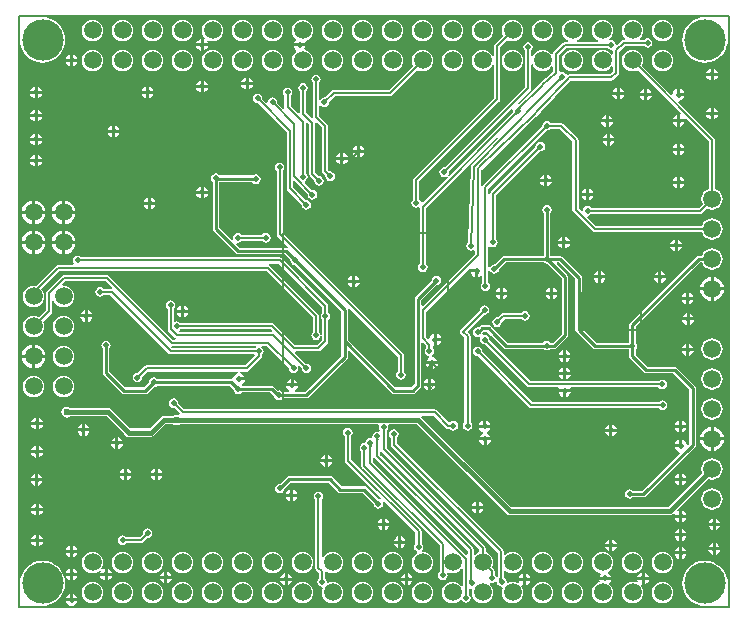
<source format=gbl>
G04*
G04 #@! TF.GenerationSoftware,Altium Limited,Altium Designer,20.0.13 (296)*
G04*
G04 Layer_Physical_Order=2*
G04 Layer_Color=16711680*
%FSLAX24Y24*%
%MOIN*%
G70*
G01*
G75*
%ADD15C,0.0080*%
%ADD16C,0.0039*%
%ADD37C,0.0100*%
%ADD38C,0.0150*%
%ADD40C,0.0591*%
%ADD41C,0.1378*%
%ADD42C,0.0197*%
%ADD43C,0.0236*%
G36*
X22716Y19636D02*
X22575Y19593D01*
X22444Y19523D01*
X22330Y19430D01*
X22237Y19316D01*
X22167Y19186D01*
X22124Y19044D01*
X22110Y18898D01*
X22124Y18751D01*
X22167Y18610D01*
X22237Y18480D01*
X22330Y18365D01*
X22444Y18272D01*
X22575Y18202D01*
X22716Y18160D01*
X22863Y18145D01*
X23009Y18160D01*
X23151Y18202D01*
X23281Y18272D01*
X23395Y18365D01*
X23488Y18480D01*
X23558Y18610D01*
X23601Y18751D01*
X23650Y18745D01*
Y940D01*
X23601Y934D01*
X23558Y1075D01*
X23488Y1206D01*
X23395Y1320D01*
X23281Y1413D01*
X23151Y1483D01*
X23009Y1526D01*
X22863Y1540D01*
X22716Y1526D01*
X22575Y1483D01*
X22444Y1413D01*
X22330Y1320D01*
X22237Y1206D01*
X22167Y1075D01*
X22124Y934D01*
X22110Y787D01*
X22124Y641D01*
X22167Y499D01*
X22237Y369D01*
X22330Y255D01*
X22444Y162D01*
X22575Y92D01*
X22716Y49D01*
X22710Y0D01*
X1828D01*
X1823Y50D01*
X1829Y51D01*
X1895Y95D01*
X1938Y161D01*
X1944Y188D01*
X1559D01*
X1565Y161D01*
X1609Y95D01*
X1674Y51D01*
X1680Y50D01*
X1675Y0D01*
X940D01*
X934Y49D01*
X1075Y92D01*
X1206Y162D01*
X1320Y255D01*
X1413Y369D01*
X1483Y499D01*
X1526Y641D01*
X1540Y787D01*
X1526Y934D01*
X1483Y1075D01*
X1413Y1206D01*
X1320Y1320D01*
X1206Y1413D01*
X1075Y1483D01*
X934Y1526D01*
X787Y1540D01*
X641Y1526D01*
X499Y1483D01*
X369Y1413D01*
X255Y1320D01*
X162Y1206D01*
X92Y1075D01*
X49Y934D01*
X-0Y940D01*
Y18745D01*
X49Y18751D01*
X92Y18610D01*
X162Y18480D01*
X255Y18365D01*
X369Y18272D01*
X499Y18202D01*
X641Y18160D01*
X787Y18145D01*
X934Y18160D01*
X1075Y18202D01*
X1206Y18272D01*
X1320Y18365D01*
X1413Y18480D01*
X1483Y18610D01*
X1526Y18751D01*
X1540Y18898D01*
X1526Y19044D01*
X1483Y19186D01*
X1413Y19316D01*
X1320Y19430D01*
X1206Y19523D01*
X1075Y19593D01*
X934Y19636D01*
X940Y19685D01*
X22710Y19685D01*
X22716Y19636D01*
D02*
G37*
%LPC*%
G36*
X6450Y19574D02*
X6357Y19562D01*
X6271Y19526D01*
X6197Y19469D01*
X6140Y19395D01*
X6104Y19309D01*
X6092Y19216D01*
X6104Y19123D01*
X6140Y19037D01*
X6188Y18974D01*
X6165Y18930D01*
X6163Y18928D01*
X6150Y18931D01*
Y18788D01*
X6292D01*
X6287Y18816D01*
X6260Y18856D01*
X6293Y18896D01*
X6357Y18870D01*
X6450Y18857D01*
X6543Y18870D01*
X6629Y18905D01*
X6703Y18962D01*
X6760Y19037D01*
X6796Y19123D01*
X6808Y19216D01*
X6796Y19309D01*
X6760Y19395D01*
X6703Y19469D01*
X6629Y19526D01*
X6543Y19562D01*
X6450Y19574D01*
D02*
G37*
G36*
X21450D02*
X21357Y19562D01*
X21271Y19526D01*
X21197Y19469D01*
X21140Y19395D01*
X21104Y19309D01*
X21092Y19216D01*
X21104Y19123D01*
X21140Y19037D01*
X21197Y18962D01*
X21271Y18905D01*
X21357Y18870D01*
X21450Y18857D01*
X21543Y18870D01*
X21629Y18905D01*
X21703Y18962D01*
X21760Y19037D01*
X21796Y19123D01*
X21808Y19216D01*
X21796Y19309D01*
X21760Y19395D01*
X21703Y19469D01*
X21629Y19526D01*
X21543Y19562D01*
X21450Y19574D01*
D02*
G37*
G36*
X17450D02*
X17357Y19562D01*
X17271Y19526D01*
X17197Y19469D01*
X17140Y19395D01*
X17104Y19309D01*
X17092Y19216D01*
X17104Y19123D01*
X17140Y19037D01*
X17197Y18962D01*
X17271Y18905D01*
X17357Y18870D01*
X17450Y18857D01*
X17543Y18870D01*
X17629Y18905D01*
X17703Y18962D01*
X17760Y19037D01*
X17796Y19123D01*
X17808Y19216D01*
X17796Y19309D01*
X17760Y19395D01*
X17703Y19469D01*
X17629Y19526D01*
X17543Y19562D01*
X17450Y19574D01*
D02*
G37*
G36*
X15450D02*
X15357Y19562D01*
X15271Y19526D01*
X15197Y19469D01*
X15140Y19395D01*
X15104Y19309D01*
X15092Y19216D01*
X15104Y19123D01*
X15140Y19037D01*
X15197Y18962D01*
X15271Y18905D01*
X15357Y18870D01*
X15450Y18857D01*
X15543Y18870D01*
X15629Y18905D01*
X15703Y18962D01*
X15760Y19037D01*
X15796Y19123D01*
X15808Y19216D01*
X15796Y19309D01*
X15760Y19395D01*
X15703Y19469D01*
X15629Y19526D01*
X15543Y19562D01*
X15450Y19574D01*
D02*
G37*
G36*
X14450D02*
X14357Y19562D01*
X14271Y19526D01*
X14197Y19469D01*
X14140Y19395D01*
X14104Y19309D01*
X14092Y19216D01*
X14104Y19123D01*
X14140Y19037D01*
X14197Y18962D01*
X14271Y18905D01*
X14357Y18870D01*
X14450Y18857D01*
X14543Y18870D01*
X14629Y18905D01*
X14703Y18962D01*
X14760Y19037D01*
X14796Y19123D01*
X14808Y19216D01*
X14796Y19309D01*
X14760Y19395D01*
X14703Y19469D01*
X14629Y19526D01*
X14543Y19562D01*
X14450Y19574D01*
D02*
G37*
G36*
X13450D02*
X13357Y19562D01*
X13271Y19526D01*
X13197Y19469D01*
X13140Y19395D01*
X13104Y19309D01*
X13092Y19216D01*
X13104Y19123D01*
X13140Y19037D01*
X13197Y18962D01*
X13271Y18905D01*
X13357Y18870D01*
X13450Y18857D01*
X13543Y18870D01*
X13629Y18905D01*
X13703Y18962D01*
X13760Y19037D01*
X13796Y19123D01*
X13808Y19216D01*
X13796Y19309D01*
X13760Y19395D01*
X13703Y19469D01*
X13629Y19526D01*
X13543Y19562D01*
X13450Y19574D01*
D02*
G37*
G36*
X12450D02*
X12357Y19562D01*
X12271Y19526D01*
X12197Y19469D01*
X12140Y19395D01*
X12104Y19309D01*
X12092Y19216D01*
X12104Y19123D01*
X12140Y19037D01*
X12197Y18962D01*
X12271Y18905D01*
X12357Y18870D01*
X12450Y18857D01*
X12543Y18870D01*
X12629Y18905D01*
X12703Y18962D01*
X12760Y19037D01*
X12796Y19123D01*
X12808Y19216D01*
X12796Y19309D01*
X12760Y19395D01*
X12703Y19469D01*
X12629Y19526D01*
X12543Y19562D01*
X12450Y19574D01*
D02*
G37*
G36*
X11450D02*
X11357Y19562D01*
X11271Y19526D01*
X11197Y19469D01*
X11140Y19395D01*
X11104Y19309D01*
X11092Y19216D01*
X11104Y19123D01*
X11140Y19037D01*
X11197Y18962D01*
X11271Y18905D01*
X11357Y18870D01*
X11450Y18857D01*
X11543Y18870D01*
X11629Y18905D01*
X11703Y18962D01*
X11760Y19037D01*
X11796Y19123D01*
X11808Y19216D01*
X11796Y19309D01*
X11760Y19395D01*
X11703Y19469D01*
X11629Y19526D01*
X11543Y19562D01*
X11450Y19574D01*
D02*
G37*
G36*
X10450D02*
X10357Y19562D01*
X10271Y19526D01*
X10197Y19469D01*
X10140Y19395D01*
X10104Y19309D01*
X10092Y19216D01*
X10104Y19123D01*
X10140Y19037D01*
X10197Y18962D01*
X10271Y18905D01*
X10357Y18870D01*
X10450Y18857D01*
X10543Y18870D01*
X10629Y18905D01*
X10703Y18962D01*
X10760Y19037D01*
X10796Y19123D01*
X10808Y19216D01*
X10796Y19309D01*
X10760Y19395D01*
X10703Y19469D01*
X10629Y19526D01*
X10543Y19562D01*
X10450Y19574D01*
D02*
G37*
G36*
X8450D02*
X8357Y19562D01*
X8271Y19526D01*
X8197Y19469D01*
X8140Y19395D01*
X8104Y19309D01*
X8092Y19216D01*
X8104Y19123D01*
X8140Y19037D01*
X8197Y18962D01*
X8271Y18905D01*
X8357Y18870D01*
X8450Y18857D01*
X8543Y18870D01*
X8629Y18905D01*
X8703Y18962D01*
X8760Y19037D01*
X8796Y19123D01*
X8808Y19216D01*
X8796Y19309D01*
X8760Y19395D01*
X8703Y19469D01*
X8629Y19526D01*
X8543Y19562D01*
X8450Y19574D01*
D02*
G37*
G36*
X7450D02*
X7357Y19562D01*
X7271Y19526D01*
X7197Y19469D01*
X7140Y19395D01*
X7104Y19309D01*
X7092Y19216D01*
X7104Y19123D01*
X7140Y19037D01*
X7197Y18962D01*
X7271Y18905D01*
X7357Y18870D01*
X7450Y18857D01*
X7543Y18870D01*
X7629Y18905D01*
X7703Y18962D01*
X7760Y19037D01*
X7796Y19123D01*
X7808Y19216D01*
X7796Y19309D01*
X7760Y19395D01*
X7703Y19469D01*
X7629Y19526D01*
X7543Y19562D01*
X7450Y19574D01*
D02*
G37*
G36*
X5450D02*
X5357Y19562D01*
X5271Y19526D01*
X5197Y19469D01*
X5140Y19395D01*
X5104Y19309D01*
X5092Y19216D01*
X5104Y19123D01*
X5140Y19037D01*
X5197Y18962D01*
X5271Y18905D01*
X5357Y18870D01*
X5450Y18857D01*
X5543Y18870D01*
X5629Y18905D01*
X5703Y18962D01*
X5760Y19037D01*
X5796Y19123D01*
X5808Y19216D01*
X5796Y19309D01*
X5760Y19395D01*
X5703Y19469D01*
X5629Y19526D01*
X5543Y19562D01*
X5450Y19574D01*
D02*
G37*
G36*
X4450D02*
X4357Y19562D01*
X4271Y19526D01*
X4197Y19469D01*
X4140Y19395D01*
X4104Y19309D01*
X4092Y19216D01*
X4104Y19123D01*
X4140Y19037D01*
X4197Y18962D01*
X4271Y18905D01*
X4357Y18870D01*
X4450Y18857D01*
X4543Y18870D01*
X4629Y18905D01*
X4703Y18962D01*
X4760Y19037D01*
X4796Y19123D01*
X4808Y19216D01*
X4796Y19309D01*
X4760Y19395D01*
X4703Y19469D01*
X4629Y19526D01*
X4543Y19562D01*
X4450Y19574D01*
D02*
G37*
G36*
X3450D02*
X3357Y19562D01*
X3271Y19526D01*
X3197Y19469D01*
X3140Y19395D01*
X3104Y19309D01*
X3092Y19216D01*
X3104Y19123D01*
X3140Y19037D01*
X3197Y18962D01*
X3271Y18905D01*
X3357Y18870D01*
X3450Y18857D01*
X3543Y18870D01*
X3629Y18905D01*
X3703Y18962D01*
X3760Y19037D01*
X3796Y19123D01*
X3808Y19216D01*
X3796Y19309D01*
X3760Y19395D01*
X3703Y19469D01*
X3629Y19526D01*
X3543Y19562D01*
X3450Y19574D01*
D02*
G37*
G36*
X2450D02*
X2357Y19562D01*
X2271Y19526D01*
X2197Y19469D01*
X2140Y19395D01*
X2104Y19309D01*
X2092Y19216D01*
X2104Y19123D01*
X2140Y19037D01*
X2197Y18962D01*
X2271Y18905D01*
X2357Y18870D01*
X2450Y18857D01*
X2543Y18870D01*
X2629Y18905D01*
X2703Y18962D01*
X2760Y19037D01*
X2796Y19123D01*
X2808Y19216D01*
X2796Y19309D01*
X2760Y19395D01*
X2703Y19469D01*
X2629Y19526D01*
X2543Y19562D01*
X2450Y19574D01*
D02*
G37*
G36*
X9450D02*
X9357Y19562D01*
X9271Y19526D01*
X9197Y19469D01*
X9140Y19395D01*
X9104Y19309D01*
X9092Y19216D01*
X9104Y19123D01*
X9140Y19037D01*
X9197Y18962D01*
X9224Y18942D01*
X9222Y18892D01*
X9207Y18881D01*
X9163Y18816D01*
X9158Y18788D01*
X9542D01*
X9537Y18816D01*
X9532Y18823D01*
X9557Y18876D01*
X9629Y18905D01*
X9703Y18962D01*
X9760Y19037D01*
X9796Y19123D01*
X9808Y19216D01*
X9796Y19309D01*
X9760Y19395D01*
X9703Y19469D01*
X9629Y19526D01*
X9543Y19562D01*
X9450Y19574D01*
D02*
G37*
G36*
X6050Y18931D02*
X6023Y18925D01*
X5957Y18881D01*
X5913Y18816D01*
X5908Y18788D01*
X6050D01*
Y18931D01*
D02*
G37*
G36*
X20450Y19574D02*
X20357Y19562D01*
X20271Y19526D01*
X20197Y19469D01*
X20140Y19395D01*
X20104Y19309D01*
X20092Y19216D01*
X20104Y19123D01*
X20140Y19037D01*
X20197Y18962D01*
X20210Y18952D01*
X20193Y18902D01*
X20150D01*
X20111Y18894D01*
X20078Y18872D01*
X19942Y18736D01*
X19937Y18736D01*
X19891Y18756D01*
X19882Y18800D01*
X19847Y18853D01*
X19794Y18888D01*
X19733Y18900D01*
X19694Y18892D01*
X19673Y18939D01*
X19703Y18962D01*
X19760Y19037D01*
X19796Y19123D01*
X19808Y19216D01*
X19796Y19309D01*
X19760Y19395D01*
X19703Y19469D01*
X19629Y19526D01*
X19543Y19562D01*
X19450Y19574D01*
X19357Y19562D01*
X19271Y19526D01*
X19197Y19469D01*
X19140Y19395D01*
X19104Y19309D01*
X19092Y19216D01*
X19104Y19123D01*
X19140Y19037D01*
X19197Y18962D01*
X19271Y18905D01*
X19307Y18890D01*
X19297Y18840D01*
X18603D01*
X18593Y18890D01*
X18629Y18905D01*
X18703Y18962D01*
X18760Y19037D01*
X18796Y19123D01*
X18808Y19216D01*
X18796Y19309D01*
X18760Y19395D01*
X18703Y19469D01*
X18629Y19526D01*
X18543Y19562D01*
X18450Y19574D01*
X18357Y19562D01*
X18271Y19526D01*
X18197Y19469D01*
X18140Y19395D01*
X18104Y19309D01*
X18092Y19216D01*
X18104Y19123D01*
X18140Y19037D01*
X18197Y18962D01*
X18271Y18905D01*
X18307Y18890D01*
X18297Y18840D01*
X18194D01*
X18155Y18833D01*
X18122Y18811D01*
X17828Y18516D01*
X17806Y18483D01*
X17798Y18444D01*
Y18428D01*
X17748Y18411D01*
X17703Y18469D01*
X17629Y18526D01*
X17543Y18562D01*
X17450Y18574D01*
X17357Y18562D01*
X17271Y18526D01*
X17197Y18469D01*
X17140Y18395D01*
X17118Y18342D01*
X17068Y18352D01*
Y18543D01*
X17080Y18552D01*
X17115Y18604D01*
X17127Y18666D01*
X17115Y18728D01*
X17080Y18780D01*
X17028Y18815D01*
X16966Y18827D01*
X16904Y18815D01*
X16852Y18780D01*
X16817Y18728D01*
X16804Y18666D01*
X16817Y18604D01*
X16852Y18552D01*
X16864Y18543D01*
Y17328D01*
X14188Y14653D01*
X14174Y14656D01*
X14112Y14644D01*
X14060Y14609D01*
X14025Y14556D01*
X14012Y14494D01*
X14025Y14433D01*
X14060Y14380D01*
X14112Y14345D01*
X14174Y14333D01*
X14236Y14345D01*
X14267Y14366D01*
X14269Y14367D01*
X14300Y14328D01*
X13451Y13479D01*
X13397Y13495D01*
X13390Y13527D01*
X13355Y13580D01*
X13343Y13588D01*
Y14192D01*
X15997Y16846D01*
X16019Y16879D01*
X16027Y16918D01*
Y18648D01*
X16280Y18902D01*
X16357Y18870D01*
X16450Y18857D01*
X16543Y18870D01*
X16629Y18905D01*
X16703Y18962D01*
X16760Y19037D01*
X16796Y19123D01*
X16808Y19216D01*
X16796Y19309D01*
X16760Y19395D01*
X16703Y19469D01*
X16629Y19526D01*
X16543Y19562D01*
X16450Y19574D01*
X16357Y19562D01*
X16271Y19526D01*
X16197Y19469D01*
X16140Y19395D01*
X16104Y19309D01*
X16092Y19216D01*
X16104Y19123D01*
X16136Y19046D01*
X15853Y18763D01*
X15831Y18730D01*
X15823Y18691D01*
Y18375D01*
X15773Y18365D01*
X15760Y18395D01*
X15703Y18469D01*
X15629Y18526D01*
X15543Y18562D01*
X15450Y18574D01*
X15357Y18562D01*
X15271Y18526D01*
X15197Y18469D01*
X15140Y18395D01*
X15104Y18309D01*
X15092Y18216D01*
X15104Y18123D01*
X15140Y18037D01*
X15197Y17962D01*
X15271Y17905D01*
X15357Y17870D01*
X15450Y17857D01*
X15543Y17870D01*
X15629Y17905D01*
X15703Y17962D01*
X15760Y18037D01*
X15773Y18067D01*
X15823Y18057D01*
Y16960D01*
X13169Y14307D01*
X13147Y14274D01*
X13139Y14235D01*
Y13588D01*
X13127Y13580D01*
X13092Y13527D01*
X13080Y13465D01*
X13092Y13404D01*
X13127Y13351D01*
X13179Y13316D01*
X13241Y13304D01*
X13303Y13316D01*
X13308Y13319D01*
X13358Y13293D01*
Y11442D01*
X13346Y11434D01*
X13311Y11382D01*
X13299Y11320D01*
X13311Y11258D01*
X13346Y11206D01*
X13398Y11171D01*
X13460Y11158D01*
X13522Y11171D01*
X13574Y11206D01*
X13609Y11258D01*
X13622Y11320D01*
X13609Y11382D01*
X13574Y11434D01*
X13562Y11442D01*
Y13301D01*
X15924Y15663D01*
X15959Y15628D01*
X15087Y14733D01*
X15077Y14719D01*
X15067Y14704D01*
X15067Y14702D01*
X15065Y14700D01*
X15062Y14683D01*
X15058Y14666D01*
X14969Y12161D01*
X14952Y12150D01*
X14917Y12097D01*
X14905Y12036D01*
X14917Y11974D01*
X14952Y11921D01*
X15004Y11886D01*
X15066Y11874D01*
X15128Y11886D01*
X15148Y11900D01*
X15198Y11873D01*
Y11776D01*
X13457Y10034D01*
X13410Y10053D01*
Y10229D01*
X13903Y10721D01*
X13912Y10720D01*
X13974Y10732D01*
X14026Y10767D01*
X14061Y10819D01*
X14074Y10881D01*
X14061Y10943D01*
X14026Y10995D01*
X13974Y11030D01*
X13912Y11043D01*
X13850Y11030D01*
X13798Y10995D01*
X13763Y10943D01*
X13752Y10888D01*
X13219Y10355D01*
X13195Y10319D01*
X13186Y10276D01*
X13186Y10276D01*
Y7438D01*
X13075Y7327D01*
X12549D01*
X10964Y8913D01*
Y9906D01*
X10964Y9907D01*
X10955Y9949D01*
X10994Y9981D01*
X12629Y8346D01*
Y7854D01*
X12617Y7846D01*
X12582Y7793D01*
X12570Y7732D01*
X12582Y7670D01*
X12617Y7617D01*
X12669Y7582D01*
X12731Y7570D01*
X12793Y7582D01*
X12845Y7617D01*
X12880Y7670D01*
X12893Y7732D01*
X12880Y7793D01*
X12845Y7846D01*
X12833Y7854D01*
Y8388D01*
X12825Y8427D01*
X12803Y8460D01*
X8788Y12476D01*
Y14528D01*
X8800Y14537D01*
X8835Y14589D01*
X8847Y14651D01*
X8835Y14713D01*
X8800Y14765D01*
X8747Y14800D01*
X8686Y14812D01*
X8624Y14800D01*
X8571Y14765D01*
X8536Y14713D01*
X8524Y14651D01*
X8536Y14589D01*
X8571Y14537D01*
X8584Y14528D01*
Y12434D01*
X8591Y12395D01*
X8613Y12361D01*
X8971Y12004D01*
X8939Y11965D01*
X8896Y11974D01*
X8896Y11974D01*
X7357D01*
X7230Y12101D01*
X7254Y12147D01*
X7296Y12138D01*
X7358Y12151D01*
X7411Y12186D01*
X7422Y12203D01*
X8109D01*
X8115Y12193D01*
X8168Y12158D01*
X8230Y12145D01*
X8291Y12158D01*
X8344Y12193D01*
X8379Y12245D01*
X8391Y12307D01*
X8379Y12369D01*
X8344Y12421D01*
X8291Y12456D01*
X8230Y12468D01*
X8168Y12456D01*
X8115Y12421D01*
X8106Y12407D01*
X7416D01*
X7411Y12414D01*
X7358Y12449D01*
X7296Y12462D01*
X7235Y12449D01*
X7182Y12414D01*
X7147Y12362D01*
X7135Y12300D01*
X7143Y12258D01*
X7097Y12234D01*
X6676Y12655D01*
Y14169D01*
X7768D01*
X7786Y14142D01*
X7838Y14107D01*
X7900Y14095D01*
X7962Y14107D01*
X8014Y14142D01*
X8049Y14194D01*
X8062Y14256D01*
X8049Y14318D01*
X8014Y14371D01*
X7962Y14406D01*
X7900Y14418D01*
X7838Y14406D01*
X7820Y14394D01*
X6689D01*
X6680Y14407D01*
X6627Y14442D01*
X6565Y14455D01*
X6504Y14442D01*
X6451Y14407D01*
X6416Y14355D01*
X6404Y14293D01*
X6416Y14231D01*
X6451Y14179D01*
X6451Y14179D01*
Y12608D01*
X6451Y12608D01*
X6460Y12565D01*
X6484Y12529D01*
X7231Y11782D01*
X7268Y11758D01*
X7311Y11749D01*
X7311Y11749D01*
X8850D01*
X9043Y11557D01*
X9041Y11550D01*
X9054Y11488D01*
X9089Y11436D01*
X9141Y11401D01*
X9203Y11388D01*
X9209Y11390D01*
X10739Y9860D01*
Y8866D01*
X10739Y8866D01*
X10739Y8866D01*
Y8381D01*
X9532Y7174D01*
X9208D01*
X9193Y7224D01*
X9243Y7257D01*
X9287Y7323D01*
X9292Y7350D01*
X9023D01*
X9022Y7340D01*
X9017Y7347D01*
X9013Y7350D01*
X8908D01*
X8913Y7323D01*
X8957Y7257D01*
X9007Y7224D01*
X8992Y7174D01*
X8766D01*
X8721Y7204D01*
X8659Y7216D01*
X8637Y7212D01*
X8507Y7342D01*
X8471Y7366D01*
X8428Y7374D01*
X8428Y7374D01*
X7442D01*
X7427Y7421D01*
X7429Y7426D01*
X7475Y7457D01*
X7519Y7523D01*
X7524Y7550D01*
X7429D01*
X7429Y7550D01*
X7421Y7546D01*
X7415Y7542D01*
X7408Y7537D01*
X7402Y7531D01*
Y7550D01*
X7332D01*
Y7650D01*
X7402D01*
Y7669D01*
X7408Y7663D01*
X7415Y7658D01*
X7421Y7654D01*
X7429Y7650D01*
X7429Y7650D01*
X7524D01*
X7519Y7677D01*
X7475Y7743D01*
X7409Y7787D01*
X7359Y7797D01*
X7354Y7798D01*
X7357Y7835D01*
X7357D01*
X7357Y7835D01*
X7402Y7848D01*
X7586D01*
X7625Y7856D01*
X7658Y7878D01*
X8067Y8287D01*
X8090Y8320D01*
X8097Y8359D01*
Y8396D01*
X8110Y8405D01*
X8145Y8457D01*
X8157Y8519D01*
X8145Y8581D01*
X8110Y8633D01*
X8070Y8660D01*
X8085Y8710D01*
X8246D01*
X8991Y7964D01*
X8988Y7950D01*
X9001Y7888D01*
X9036Y7836D01*
X9088Y7801D01*
X9150Y7788D01*
X9212Y7801D01*
X9264Y7836D01*
X9299Y7888D01*
X9312Y7950D01*
X9299Y8012D01*
X9288Y8029D01*
X9327Y8060D01*
X9423Y7964D01*
X9420Y7950D01*
X9432Y7888D01*
X9467Y7836D01*
X9520Y7801D01*
X9582Y7788D01*
X9643Y7801D01*
X9696Y7836D01*
X9731Y7888D01*
X9743Y7950D01*
X9731Y8012D01*
X9696Y8064D01*
X9643Y8099D01*
X9582Y8112D01*
X9567Y8109D01*
X9204Y8471D01*
X9225Y8521D01*
X9978D01*
X10017Y8529D01*
X10050Y8551D01*
X10286Y8787D01*
X10308Y8820D01*
X10316Y8859D01*
Y9578D01*
X10328Y9586D01*
X10363Y9638D01*
X10375Y9700D01*
X10363Y9762D01*
X10328Y9814D01*
X10316Y9822D01*
Y10043D01*
X10308Y10082D01*
X10286Y10115D01*
X8779Y11622D01*
X8746Y11644D01*
X8707Y11652D01*
X2072D01*
X2064Y11664D01*
X2012Y11699D01*
X1950Y11712D01*
X1888Y11699D01*
X1836Y11664D01*
X1801Y11612D01*
X1788Y11550D01*
X1801Y11488D01*
X1825Y11452D01*
X1803Y11402D01*
X1300D01*
X1261Y11394D01*
X1228Y11372D01*
X555Y10699D01*
X484Y10708D01*
X392Y10696D01*
X305Y10660D01*
X231Y10603D01*
X174Y10529D01*
X138Y10443D01*
X126Y10350D01*
X138Y10257D01*
X174Y10171D01*
X231Y10097D01*
X305Y10040D01*
X392Y10004D01*
X484Y9992D01*
X577Y10004D01*
X663Y10040D01*
X738Y10097D01*
X795Y10171D01*
X830Y10257D01*
X843Y10350D01*
X830Y10443D01*
X795Y10529D01*
X742Y10598D01*
X1342Y11198D01*
X8258D01*
X9798Y9658D01*
Y9172D01*
X9786Y9164D01*
X9751Y9112D01*
X9738Y9050D01*
X9751Y8988D01*
X9786Y8936D01*
X9838Y8901D01*
X9900Y8888D01*
X9962Y8901D01*
X10014Y8936D01*
X10049Y8988D01*
X10062Y9050D01*
X10049Y9112D01*
X10014Y9164D01*
X10002Y9172D01*
Y9700D01*
X9994Y9739D01*
X9972Y9772D01*
X8372Y11372D01*
X8339Y11394D01*
X8320Y11398D01*
X8325Y11448D01*
X8665D01*
X10112Y10001D01*
Y9822D01*
X10100Y9814D01*
X10065Y9762D01*
X10052Y9700D01*
X10065Y9638D01*
X10100Y9586D01*
X10112Y9578D01*
Y8901D01*
X9936Y8725D01*
X9203D01*
X8500Y9428D01*
X8467Y9450D01*
X8428Y9458D01*
X5372D01*
X5364Y9470D01*
X5312Y9505D01*
X5250Y9517D01*
X5204Y9508D01*
X5154Y9537D01*
Y9935D01*
X5166Y9943D01*
X5201Y9996D01*
X5213Y10057D01*
X5201Y10119D01*
X5166Y10172D01*
X5113Y10207D01*
X5052Y10219D01*
X4990Y10207D01*
X4937Y10172D01*
X4902Y10119D01*
X4890Y10057D01*
X4902Y9996D01*
X4937Y9943D01*
X4950Y9935D01*
Y9274D01*
X4957Y9235D01*
X4979Y9201D01*
X5203Y8978D01*
X5225Y8964D01*
X5212Y8914D01*
X5131D01*
X3006Y11039D01*
X2973Y11061D01*
X2934Y11068D01*
X1516D01*
X1477Y11061D01*
X1444Y11039D01*
X928Y10522D01*
X906Y10489D01*
X898Y10450D01*
Y9892D01*
X665Y9659D01*
X663Y9660D01*
X577Y9696D01*
X484Y9708D01*
X392Y9696D01*
X305Y9660D01*
X231Y9603D01*
X174Y9529D01*
X138Y9443D01*
X126Y9350D01*
X138Y9257D01*
X174Y9171D01*
X231Y9097D01*
X305Y9040D01*
X392Y9004D01*
X484Y8992D01*
X577Y9004D01*
X663Y9040D01*
X738Y9097D01*
X795Y9171D01*
X830Y9257D01*
X843Y9350D01*
X830Y9443D01*
X803Y9509D01*
X1072Y9778D01*
X1094Y9811D01*
X1102Y9850D01*
Y10214D01*
X1152Y10224D01*
X1174Y10171D01*
X1231Y10097D01*
X1305Y10040D01*
X1392Y10004D01*
X1484Y9992D01*
X1577Y10004D01*
X1663Y10040D01*
X1738Y10097D01*
X1795Y10171D01*
X1830Y10257D01*
X1843Y10350D01*
X1830Y10443D01*
X1795Y10529D01*
X1738Y10603D01*
X1663Y10660D01*
X1577Y10696D01*
X1484Y10708D01*
X1472Y10707D01*
X1448Y10754D01*
X1559Y10865D01*
X2891D01*
X3107Y10649D01*
X3088Y10607D01*
X3083Y10602D01*
X2822D01*
X2814Y10614D01*
X2762Y10649D01*
X2700Y10662D01*
X2638Y10649D01*
X2586Y10614D01*
X2551Y10562D01*
X2538Y10500D01*
X2551Y10438D01*
X2586Y10386D01*
X2638Y10351D01*
X2700Y10338D01*
X2762Y10351D01*
X2814Y10386D01*
X2822Y10398D01*
X3043D01*
X4995Y8447D01*
X5028Y8425D01*
X5067Y8417D01*
X7838D01*
X7859Y8367D01*
X7544Y8052D01*
X4252D01*
X4213Y8044D01*
X4180Y8022D01*
X3962Y7804D01*
X3948Y7807D01*
X3886Y7795D01*
X3833Y7759D01*
X3798Y7707D01*
X3786Y7645D01*
X3798Y7583D01*
X3833Y7531D01*
X3886Y7496D01*
X3948Y7484D01*
X4009Y7496D01*
X4062Y7531D01*
X4097Y7583D01*
X4109Y7645D01*
X4106Y7660D01*
X4295Y7848D01*
X7262D01*
X7307Y7835D01*
X7307Y7835D01*
X7307D01*
X7311Y7798D01*
X7306Y7797D01*
X7255Y7787D01*
X7189Y7743D01*
X7145Y7677D01*
X7138Y7640D01*
X7138Y7640D01*
X7082Y7604D01*
X7076Y7605D01*
X7076Y7605D01*
X4602D01*
X4550Y7640D01*
X4489Y7652D01*
X4427Y7640D01*
X4374Y7605D01*
X4339Y7552D01*
X4327Y7490D01*
X4328Y7488D01*
X4166Y7327D01*
X3542D01*
X3010Y7859D01*
Y8599D01*
X3014Y8602D01*
X3049Y8654D01*
X3062Y8716D01*
X3049Y8778D01*
X3014Y8830D01*
X2962Y8865D01*
X2900Y8877D01*
X2838Y8865D01*
X2786Y8830D01*
X2751Y8778D01*
X2738Y8716D01*
X2751Y8654D01*
X2786Y8602D01*
X2786Y8601D01*
Y7812D01*
X2786Y7812D01*
X2795Y7769D01*
X2819Y7733D01*
X3417Y7135D01*
X3417Y7135D01*
X3453Y7111D01*
X3496Y7103D01*
X3496Y7103D01*
X4213D01*
X4213Y7103D01*
X4256Y7111D01*
X4292Y7135D01*
X4486Y7329D01*
X4489Y7329D01*
X4550Y7341D01*
X4603Y7376D01*
X4606Y7381D01*
X7030D01*
X7148Y7262D01*
X7147Y7256D01*
X7159Y7194D01*
X7194Y7141D01*
X7247Y7106D01*
X7308Y7094D01*
X7370Y7106D01*
X7423Y7141D01*
X7428Y7150D01*
X8381D01*
X8502Y7029D01*
X8510Y6993D01*
X8545Y6941D01*
X8597Y6905D01*
X8659Y6893D01*
X8721Y6905D01*
X8773Y6941D01*
X8779Y6949D01*
X9578D01*
X9578Y6949D01*
X9621Y6958D01*
X9658Y6982D01*
X10931Y8255D01*
X10955Y8292D01*
X10964Y8334D01*
X10964Y8334D01*
Y8530D01*
X11010Y8549D01*
X12423Y7135D01*
X12424Y7135D01*
X12460Y7111D01*
X12503Y7103D01*
X13122D01*
X13122Y7103D01*
X13164Y7111D01*
X13201Y7135D01*
X13378Y7312D01*
X13378Y7312D01*
X13402Y7348D01*
X13410Y7391D01*
Y8803D01*
X13457Y8822D01*
X13581Y8698D01*
Y8649D01*
X13569Y8641D01*
X13534Y8589D01*
X13521Y8527D01*
X13534Y8465D01*
X13569Y8412D01*
X13621Y8377D01*
X13669Y8368D01*
X13671Y8365D01*
X13676Y8317D01*
X13621Y8280D01*
X13577Y8214D01*
X13572Y8187D01*
X13956D01*
X13951Y8214D01*
X13907Y8280D01*
X13841Y8324D01*
X13774Y8337D01*
X13761Y8370D01*
X13759Y8387D01*
X13797Y8412D01*
X13832Y8465D01*
X13844Y8527D01*
X13832Y8589D01*
X13797Y8641D01*
X13799Y8687D01*
X13830Y8711D01*
Y8913D01*
Y9105D01*
X13803Y9100D01*
X13737Y9056D01*
X13693Y8990D01*
X13686Y8952D01*
X13631Y8935D01*
X13552Y9015D01*
Y9841D01*
X15058Y11348D01*
X15097Y11316D01*
X15071Y11277D01*
X15066Y11250D01*
X15258D01*
Y11200D01*
X15308D01*
Y11130D01*
X15327D01*
X15322Y11124D01*
X15317Y11117D01*
X15312Y11111D01*
X15309Y11103D01*
X15308Y11102D01*
Y11008D01*
X15336Y11013D01*
X15395Y11053D01*
X15421Y11046D01*
X15445Y11033D01*
Y10806D01*
X15433Y10797D01*
X15398Y10745D01*
X15386Y10683D01*
X15398Y10621D01*
X15433Y10569D01*
X15486Y10534D01*
X15547Y10522D01*
X15609Y10534D01*
X15662Y10569D01*
X15697Y10621D01*
X15709Y10683D01*
X15697Y10745D01*
X15662Y10797D01*
X15649Y10806D01*
Y11196D01*
X15699Y11204D01*
X15734Y11151D01*
X15786Y11116D01*
X15848Y11104D01*
X15910Y11116D01*
X15962Y11151D01*
X15997Y11204D01*
X16010Y11266D01*
X16009Y11268D01*
X16229Y11488D01*
X17484D01*
X17486Y11486D01*
X17538Y11451D01*
X17600Y11438D01*
X17602Y11439D01*
X18088Y10954D01*
Y9115D01*
X17785Y8812D01*
X17735D01*
X17730Y8811D01*
X17725Y8812D01*
X17712D01*
X17703Y8825D01*
X17651Y8861D01*
X17589Y8873D01*
X17527Y8861D01*
X17475Y8825D01*
X17466Y8812D01*
X16285D01*
X15905Y9192D01*
X15905Y9192D01*
X15905Y9192D01*
X15729Y9368D01*
X15693Y9392D01*
X15650Y9401D01*
X15650Y9401D01*
X15442D01*
X15442Y9401D01*
X15399Y9392D01*
X15363Y9368D01*
X15363Y9368D01*
X15317Y9321D01*
X15292Y9326D01*
X15230Y9314D01*
X15178Y9279D01*
X15143Y9226D01*
X15131Y9165D01*
X15143Y9103D01*
X15178Y9050D01*
X15230Y9015D01*
X15292Y9003D01*
X15333Y9011D01*
X15352Y8991D01*
X15367Y8969D01*
X15356Y8913D01*
X15368Y8851D01*
X15403Y8798D01*
X15456Y8763D01*
X15518Y8751D01*
X15532Y8754D01*
X16940Y7346D01*
X16973Y7324D01*
X17012Y7316D01*
X17976D01*
X18003Y7266D01*
X18000Y7250D01*
X18385D01*
X18381Y7266D01*
X18409Y7316D01*
X21316D01*
X21324Y7304D01*
X21377Y7269D01*
X21438Y7257D01*
X21500Y7269D01*
X21553Y7304D01*
X21588Y7357D01*
X21600Y7418D01*
X21588Y7480D01*
X21553Y7533D01*
X21500Y7568D01*
X21438Y7580D01*
X21377Y7568D01*
X21324Y7533D01*
X21316Y7520D01*
X17054D01*
X15676Y8898D01*
X15679Y8913D01*
X15667Y8974D01*
X15632Y9027D01*
X15579Y9062D01*
X15518Y9074D01*
X15477Y9066D01*
X15458Y9086D01*
X15443Y9109D01*
X15448Y9136D01*
X15489Y9176D01*
X15603D01*
X15747Y9033D01*
X15747Y9033D01*
X16159Y8621D01*
X16195Y8596D01*
X16238Y8588D01*
X16238Y8588D01*
X17488D01*
X17527Y8562D01*
X17589Y8550D01*
X17651Y8562D01*
X17689Y8588D01*
X17725D01*
X17730Y8589D01*
X17735Y8588D01*
X17831D01*
X17831Y8588D01*
X17874Y8596D01*
X17910Y8621D01*
X18279Y8990D01*
X18279Y8990D01*
X18304Y9026D01*
X18312Y9069D01*
X18312Y9069D01*
Y11000D01*
X18312Y11000D01*
X18304Y11043D01*
X18279Y11079D01*
X18279Y11079D01*
X17917Y11442D01*
X17936Y11488D01*
X17986D01*
X18547Y10927D01*
Y9247D01*
X18547Y9247D01*
X18555Y9204D01*
X18579Y9168D01*
X19126Y8621D01*
X19163Y8596D01*
X19206Y8588D01*
X19206Y8588D01*
X20322D01*
X20323Y8586D01*
X20325Y8584D01*
Y8363D01*
X20325Y8363D01*
X20334Y8320D01*
X20358Y8283D01*
X20821Y7821D01*
X20821Y7821D01*
X20857Y7796D01*
X20900Y7788D01*
X21804D01*
X22338Y7254D01*
Y5446D01*
X22297Y5406D01*
X22243Y5422D01*
X22237Y5452D01*
X22193Y5517D01*
X22127Y5561D01*
X22100Y5567D01*
Y5374D01*
X22050D01*
Y5324D01*
X21858D01*
X21863Y5297D01*
X21907Y5231D01*
X21973Y5187D01*
X22002Y5181D01*
X22019Y5127D01*
X20769Y3878D01*
X20466D01*
X20464Y3880D01*
X20412Y3915D01*
X20350Y3927D01*
X20288Y3915D01*
X20236Y3880D01*
X20201Y3828D01*
X20188Y3766D01*
X20201Y3704D01*
X20236Y3652D01*
X20288Y3617D01*
X20350Y3604D01*
X20412Y3617D01*
X20464Y3652D01*
X20466Y3654D01*
X20816D01*
X20816Y3654D01*
X20859Y3662D01*
X20895Y3686D01*
X22529Y5321D01*
X22529Y5321D01*
X22554Y5357D01*
X22562Y5400D01*
Y7300D01*
X22562Y7300D01*
X22554Y7343D01*
X22529Y7379D01*
X22529Y7379D01*
X21929Y7979D01*
X21893Y8004D01*
X21850Y8012D01*
X21850Y8012D01*
X20946D01*
X20550Y8409D01*
Y8584D01*
X20552Y8586D01*
X20587Y8638D01*
X20599Y8700D01*
X20587Y8762D01*
X20552Y8814D01*
X20550Y8816D01*
Y9341D01*
X22696Y11488D01*
X22762D01*
X22790Y11421D01*
X22847Y11347D01*
X22921Y11290D01*
X23007Y11254D01*
X23100Y11242D01*
X23193Y11254D01*
X23279Y11290D01*
X23353Y11347D01*
X23410Y11421D01*
X23446Y11507D01*
X23458Y11600D01*
X23446Y11693D01*
X23410Y11779D01*
X23353Y11853D01*
X23279Y11910D01*
X23193Y11946D01*
X23100Y11958D01*
X23007Y11946D01*
X22921Y11910D01*
X22847Y11853D01*
X22790Y11779D01*
X22762Y11712D01*
X22650D01*
X22650Y11712D01*
X22607Y11704D01*
X22571Y11679D01*
X20358Y9467D01*
X20334Y9430D01*
X20325Y9387D01*
X20325Y9387D01*
Y8816D01*
X20323Y8814D01*
X20322Y8812D01*
X19252D01*
X18771Y9293D01*
Y10974D01*
X18762Y11017D01*
X18738Y11053D01*
X18738Y11053D01*
X18112Y11679D01*
X18075Y11704D01*
X18032Y11712D01*
X18032Y11712D01*
X17716D01*
X17714Y11714D01*
X17712Y11716D01*
Y13125D01*
X17714Y13127D01*
X17749Y13179D01*
X17762Y13241D01*
X17749Y13303D01*
X17714Y13355D01*
X17662Y13390D01*
X17600Y13402D01*
X17538Y13390D01*
X17486Y13355D01*
X17451Y13303D01*
X17438Y13241D01*
X17451Y13179D01*
X17486Y13127D01*
X17488Y13125D01*
Y11716D01*
X17486Y11714D01*
X17484Y11712D01*
X16183D01*
X16183Y11712D01*
X16140Y11704D01*
X16103Y11679D01*
X16103Y11679D01*
X15851Y11427D01*
X15848Y11427D01*
X15786Y11415D01*
X15734Y11380D01*
X15699Y11327D01*
X15649Y11335D01*
Y12005D01*
X15655Y12009D01*
X15699Y12027D01*
X15738Y12001D01*
X15800Y11988D01*
X15862Y12001D01*
X15914Y12036D01*
X15949Y12088D01*
X15962Y12150D01*
X15949Y12212D01*
X15914Y12264D01*
X15902Y12272D01*
Y13716D01*
X17368Y15182D01*
X17372Y15182D01*
X17433Y15194D01*
X17486Y15229D01*
X17521Y15281D01*
X17533Y15343D01*
X17521Y15405D01*
X17486Y15457D01*
X17433Y15492D01*
X17372Y15505D01*
X17310Y15492D01*
X17257Y15457D01*
X17222Y15405D01*
X17210Y15343D01*
X17215Y15317D01*
X15728Y13830D01*
X15706Y13797D01*
X15699Y13765D01*
X15649Y13769D01*
Y13948D01*
X17586Y15885D01*
X17600Y15882D01*
X17662Y15894D01*
X17714Y15929D01*
X17722Y15941D01*
X18029D01*
X18448Y15523D01*
Y13241D01*
X18456Y13202D01*
X18478Y13169D01*
X19119Y12528D01*
X19152Y12506D01*
X19191Y12498D01*
X22758D01*
X22790Y12421D01*
X22847Y12347D01*
X22921Y12290D01*
X23007Y12254D01*
X23100Y12242D01*
X23193Y12254D01*
X23279Y12290D01*
X23353Y12347D01*
X23410Y12421D01*
X23446Y12507D01*
X23458Y12600D01*
X23446Y12693D01*
X23410Y12779D01*
X23353Y12853D01*
X23279Y12910D01*
X23193Y12946D01*
X23100Y12958D01*
X23007Y12946D01*
X22921Y12910D01*
X22847Y12853D01*
X22790Y12779D01*
X22758Y12702D01*
X19233D01*
X18941Y12994D01*
X18945Y13014D01*
X18961Y13045D01*
X19012Y13055D01*
X19064Y13090D01*
X19072Y13102D01*
X22704D01*
X22743Y13110D01*
X22776Y13132D01*
X22930Y13286D01*
X23007Y13254D01*
X23100Y13242D01*
X23193Y13254D01*
X23279Y13290D01*
X23353Y13347D01*
X23410Y13421D01*
X23446Y13507D01*
X23458Y13600D01*
X23446Y13693D01*
X23410Y13779D01*
X23353Y13853D01*
X23279Y13910D01*
X23202Y13942D01*
Y15566D01*
X23194Y15605D01*
X23172Y15638D01*
X21976Y16834D01*
X21999Y16881D01*
X22064Y16894D01*
X22130Y16938D01*
X22174Y17004D01*
X22179Y17031D01*
X21987D01*
Y17081D01*
X21937D01*
Y17274D01*
X21909Y17268D01*
X21844Y17224D01*
X21800Y17159D01*
X21787Y17094D01*
X21740Y17070D01*
X20764Y18046D01*
X20796Y18123D01*
X20808Y18216D01*
X20796Y18309D01*
X20760Y18395D01*
X20703Y18469D01*
X20629Y18526D01*
X20543Y18562D01*
X20450Y18574D01*
X20357Y18562D01*
X20271Y18526D01*
X20197Y18469D01*
X20140Y18395D01*
X20104Y18309D01*
X20092Y18216D01*
X20104Y18123D01*
X20140Y18037D01*
X20197Y17962D01*
X20271Y17905D01*
X20357Y17870D01*
X20450Y17857D01*
X20543Y17870D01*
X20620Y17902D01*
X22073Y16449D01*
X22071Y16439D01*
X22037Y16416D01*
Y16253D01*
X22199D01*
X22223Y16288D01*
X22232Y16289D01*
X22998Y15524D01*
Y13942D01*
X22921Y13910D01*
X22847Y13853D01*
X22790Y13779D01*
X22754Y13693D01*
X22742Y13600D01*
X22754Y13507D01*
X22786Y13430D01*
X22662Y13306D01*
X19072D01*
X19064Y13319D01*
X19012Y13354D01*
X18950Y13366D01*
X18888Y13354D01*
X18836Y13319D01*
X18801Y13266D01*
X18791Y13215D01*
X18760Y13199D01*
X18740Y13195D01*
X18652Y13283D01*
Y15565D01*
X18644Y15604D01*
X18622Y15637D01*
X18144Y16115D01*
X18111Y16137D01*
X18072Y16145D01*
X17722D01*
X17714Y16157D01*
X17662Y16192D01*
X17600Y16205D01*
X17538Y16192D01*
X17486Y16157D01*
X17451Y16105D01*
X17438Y16043D01*
X17441Y16029D01*
X15475Y14063D01*
X15453Y14030D01*
X15452Y14023D01*
X15402Y14028D01*
Y14562D01*
X15418Y14578D01*
X17222Y16323D01*
X17222Y16323D01*
X17223Y16324D01*
X17387Y16488D01*
X17388Y16489D01*
X17389Y16490D01*
X18372Y17532D01*
X18388Y17548D01*
X19741D01*
X19780Y17556D01*
X19814Y17578D01*
X19972Y17736D01*
X19994Y17770D01*
X20002Y17809D01*
Y18508D01*
X20192Y18698D01*
X20828D01*
X20836Y18686D01*
X20888Y18651D01*
X20950Y18638D01*
X21012Y18651D01*
X21064Y18686D01*
X21099Y18738D01*
X21112Y18800D01*
X21099Y18862D01*
X21064Y18914D01*
X21012Y18949D01*
X20950Y18962D01*
X20888Y18949D01*
X20836Y18914D01*
X20828Y18902D01*
X20707D01*
X20690Y18952D01*
X20703Y18962D01*
X20760Y19037D01*
X20796Y19123D01*
X20808Y19216D01*
X20796Y19309D01*
X20760Y19395D01*
X20703Y19469D01*
X20629Y19526D01*
X20543Y19562D01*
X20450Y19574D01*
D02*
G37*
G36*
X6292Y18688D02*
X6150D01*
Y18546D01*
X6177Y18551D01*
X6243Y18595D01*
X6287Y18661D01*
X6292Y18688D01*
D02*
G37*
G36*
X6050D02*
X5908D01*
X5913Y18661D01*
X5957Y18595D01*
X6023Y18551D01*
X6050Y18546D01*
Y18688D01*
D02*
G37*
G36*
X1802Y18408D02*
Y18266D01*
X1944D01*
X1938Y18293D01*
X1895Y18359D01*
X1829Y18403D01*
X1802Y18408D01*
D02*
G37*
G36*
X1702D02*
X1674Y18403D01*
X1609Y18359D01*
X1565Y18293D01*
X1559Y18266D01*
X1702D01*
Y18408D01*
D02*
G37*
G36*
X1944Y18166D02*
X1802D01*
Y18023D01*
X1829Y18029D01*
X1895Y18073D01*
X1938Y18138D01*
X1944Y18166D01*
D02*
G37*
G36*
X1702D02*
X1559D01*
X1565Y18138D01*
X1609Y18073D01*
X1674Y18029D01*
X1702Y18023D01*
Y18166D01*
D02*
G37*
G36*
X21450Y18574D02*
X21357Y18562D01*
X21271Y18526D01*
X21197Y18469D01*
X21140Y18395D01*
X21104Y18309D01*
X21092Y18216D01*
X21104Y18123D01*
X21140Y18037D01*
X21197Y17962D01*
X21271Y17905D01*
X21357Y17870D01*
X21450Y17857D01*
X21543Y17870D01*
X21629Y17905D01*
X21703Y17962D01*
X21760Y18037D01*
X21796Y18123D01*
X21808Y18216D01*
X21796Y18309D01*
X21760Y18395D01*
X21703Y18469D01*
X21629Y18526D01*
X21543Y18562D01*
X21450Y18574D01*
D02*
G37*
G36*
X16450D02*
X16357Y18562D01*
X16271Y18526D01*
X16197Y18469D01*
X16140Y18395D01*
X16104Y18309D01*
X16092Y18216D01*
X16104Y18123D01*
X16140Y18037D01*
X16197Y17962D01*
X16271Y17905D01*
X16357Y17870D01*
X16450Y17857D01*
X16543Y17870D01*
X16629Y17905D01*
X16703Y17962D01*
X16760Y18037D01*
X16796Y18123D01*
X16808Y18216D01*
X16796Y18309D01*
X16760Y18395D01*
X16703Y18469D01*
X16629Y18526D01*
X16543Y18562D01*
X16450Y18574D01*
D02*
G37*
G36*
X14450D02*
X14357Y18562D01*
X14271Y18526D01*
X14197Y18469D01*
X14140Y18395D01*
X14104Y18309D01*
X14092Y18216D01*
X14104Y18123D01*
X14140Y18037D01*
X14197Y17962D01*
X14271Y17905D01*
X14357Y17870D01*
X14450Y17857D01*
X14543Y17870D01*
X14629Y17905D01*
X14703Y17962D01*
X14760Y18037D01*
X14796Y18123D01*
X14808Y18216D01*
X14796Y18309D01*
X14760Y18395D01*
X14703Y18469D01*
X14629Y18526D01*
X14543Y18562D01*
X14450Y18574D01*
D02*
G37*
G36*
X13450D02*
X13357Y18562D01*
X13271Y18526D01*
X13197Y18469D01*
X13140Y18395D01*
X13104Y18309D01*
X13092Y18216D01*
X13104Y18123D01*
X13136Y18046D01*
X12319Y17229D01*
X10486D01*
X10447Y17221D01*
X10414Y17199D01*
X10198Y16983D01*
X10183Y16986D01*
X10122Y16974D01*
X10069Y16939D01*
X10048Y16906D01*
X9998Y16922D01*
Y17459D01*
X10014Y17470D01*
X10049Y17523D01*
X10062Y17585D01*
X10049Y17646D01*
X10014Y17699D01*
X9962Y17734D01*
X9900Y17746D01*
X9838Y17734D01*
X9786Y17699D01*
X9751Y17646D01*
X9738Y17585D01*
X9751Y17523D01*
X9786Y17470D01*
X9794Y17465D01*
Y16334D01*
X9797Y16318D01*
X9751Y16293D01*
X9568Y16476D01*
Y17178D01*
X9580Y17186D01*
X9615Y17238D01*
X9627Y17300D01*
X9615Y17362D01*
X9580Y17414D01*
X9528Y17449D01*
X9466Y17462D01*
X9404Y17449D01*
X9352Y17414D01*
X9317Y17362D01*
X9304Y17300D01*
X9317Y17238D01*
X9352Y17186D01*
X9364Y17178D01*
Y16453D01*
X9315Y16431D01*
X9052Y16694D01*
Y17028D01*
X9064Y17036D01*
X9099Y17088D01*
X9112Y17150D01*
X9099Y17212D01*
X9064Y17264D01*
X9012Y17299D01*
X8950Y17312D01*
X8888Y17299D01*
X8836Y17264D01*
X8801Y17212D01*
X8788Y17150D01*
X8801Y17088D01*
X8836Y17036D01*
X8848Y17028D01*
Y16652D01*
X8851Y16636D01*
X8805Y16612D01*
X8609Y16808D01*
X8612Y16823D01*
X8599Y16884D01*
X8564Y16937D01*
X8512Y16972D01*
X8450Y16984D01*
X8388Y16972D01*
X8336Y16937D01*
X8301Y16884D01*
X8289Y16826D01*
X8276Y16818D01*
X8241Y16803D01*
X8109Y16936D01*
X8112Y16950D01*
X8099Y17012D01*
X8064Y17064D01*
X8012Y17099D01*
X7950Y17112D01*
X7888Y17099D01*
X7836Y17064D01*
X7801Y17012D01*
X7788Y16950D01*
X7801Y16888D01*
X7836Y16836D01*
X7888Y16801D01*
X7950Y16788D01*
X7964Y16791D01*
X8919Y15837D01*
Y13961D01*
X8927Y13922D01*
X8949Y13888D01*
X9423Y13414D01*
X9420Y13400D01*
X9432Y13338D01*
X9467Y13286D01*
X9520Y13251D01*
X9582Y13238D01*
X9643Y13251D01*
X9696Y13286D01*
X9731Y13338D01*
X9743Y13400D01*
X9731Y13462D01*
X9696Y13514D01*
X9643Y13549D01*
X9582Y13562D01*
X9567Y13559D01*
X9123Y14003D01*
Y14189D01*
X9169Y14208D01*
X9621Y13755D01*
X9618Y13741D01*
X9631Y13679D01*
X9666Y13627D01*
X9718Y13592D01*
X9780Y13579D01*
X9842Y13592D01*
X9894Y13627D01*
X9929Y13679D01*
X9941Y13741D01*
X9929Y13803D01*
X9894Y13855D01*
X9842Y13890D01*
X9780Y13903D01*
X9765Y13900D01*
X9518Y14148D01*
X9533Y14203D01*
X9575Y14231D01*
X9610Y14283D01*
X9622Y14345D01*
X9610Y14407D01*
X9575Y14459D01*
X9552Y14475D01*
Y16133D01*
X9601Y16155D01*
X9678Y16078D01*
Y14425D01*
X9686Y14386D01*
X9708Y14353D01*
X9842Y14219D01*
X9838Y14200D01*
X9851Y14138D01*
X9886Y14086D01*
X9938Y14051D01*
X10000Y14038D01*
X10062Y14051D01*
X10114Y14086D01*
X10149Y14138D01*
X10162Y14200D01*
X10149Y14262D01*
X10114Y14314D01*
X10062Y14349D01*
X10000Y14362D01*
X9990Y14360D01*
X9882Y14468D01*
Y16120D01*
X9879Y16136D01*
X9925Y16160D01*
X10098Y15987D01*
Y14528D01*
X10106Y14489D01*
X10128Y14456D01*
X10209Y14374D01*
X10206Y14356D01*
X10218Y14294D01*
X10253Y14242D01*
X10306Y14207D01*
X10367Y14194D01*
X10429Y14207D01*
X10482Y14242D01*
X10517Y14294D01*
X10529Y14356D01*
X10517Y14418D01*
X10482Y14470D01*
X10429Y14505D01*
X10367Y14517D01*
X10357Y14515D01*
X10302Y14570D01*
Y16029D01*
X10294Y16068D01*
X10272Y16101D01*
X9998Y16376D01*
Y16727D01*
X10048Y16742D01*
X10069Y16710D01*
X10122Y16675D01*
X10183Y16663D01*
X10245Y16675D01*
X10298Y16710D01*
X10333Y16763D01*
X10345Y16824D01*
X10342Y16839D01*
X10528Y17025D01*
X12361D01*
X12400Y17033D01*
X12433Y17055D01*
X13280Y17902D01*
X13357Y17870D01*
X13450Y17857D01*
X13543Y17870D01*
X13629Y17905D01*
X13703Y17962D01*
X13760Y18037D01*
X13796Y18123D01*
X13808Y18216D01*
X13796Y18309D01*
X13760Y18395D01*
X13703Y18469D01*
X13629Y18526D01*
X13543Y18562D01*
X13450Y18574D01*
D02*
G37*
G36*
X12450D02*
X12357Y18562D01*
X12271Y18526D01*
X12197Y18469D01*
X12140Y18395D01*
X12104Y18309D01*
X12092Y18216D01*
X12104Y18123D01*
X12140Y18037D01*
X12197Y17962D01*
X12271Y17905D01*
X12357Y17870D01*
X12450Y17857D01*
X12543Y17870D01*
X12629Y17905D01*
X12703Y17962D01*
X12760Y18037D01*
X12796Y18123D01*
X12808Y18216D01*
X12796Y18309D01*
X12760Y18395D01*
X12703Y18469D01*
X12629Y18526D01*
X12543Y18562D01*
X12450Y18574D01*
D02*
G37*
G36*
X11450D02*
X11357Y18562D01*
X11271Y18526D01*
X11197Y18469D01*
X11140Y18395D01*
X11104Y18309D01*
X11092Y18216D01*
X11104Y18123D01*
X11140Y18037D01*
X11197Y17962D01*
X11271Y17905D01*
X11357Y17870D01*
X11450Y17857D01*
X11543Y17870D01*
X11629Y17905D01*
X11703Y17962D01*
X11760Y18037D01*
X11796Y18123D01*
X11808Y18216D01*
X11796Y18309D01*
X11760Y18395D01*
X11703Y18469D01*
X11629Y18526D01*
X11543Y18562D01*
X11450Y18574D01*
D02*
G37*
G36*
X10450D02*
X10357Y18562D01*
X10271Y18526D01*
X10197Y18469D01*
X10140Y18395D01*
X10104Y18309D01*
X10092Y18216D01*
X10104Y18123D01*
X10140Y18037D01*
X10197Y17962D01*
X10271Y17905D01*
X10357Y17870D01*
X10450Y17857D01*
X10543Y17870D01*
X10629Y17905D01*
X10703Y17962D01*
X10760Y18037D01*
X10796Y18123D01*
X10808Y18216D01*
X10796Y18309D01*
X10760Y18395D01*
X10703Y18469D01*
X10629Y18526D01*
X10543Y18562D01*
X10450Y18574D01*
D02*
G37*
G36*
X9542Y18688D02*
X9158D01*
X9163Y18661D01*
X9207Y18595D01*
X9248Y18568D01*
X9248Y18567D01*
X9249Y18509D01*
X9197Y18469D01*
X9140Y18395D01*
X9104Y18309D01*
X9092Y18216D01*
X9104Y18123D01*
X9140Y18037D01*
X9197Y17962D01*
X9271Y17905D01*
X9357Y17870D01*
X9450Y17857D01*
X9543Y17870D01*
X9629Y17905D01*
X9703Y17962D01*
X9760Y18037D01*
X9796Y18123D01*
X9808Y18216D01*
X9796Y18309D01*
X9760Y18395D01*
X9703Y18469D01*
X9629Y18526D01*
X9543Y18562D01*
X9529Y18564D01*
X9507Y18617D01*
X9537Y18661D01*
X9542Y18688D01*
D02*
G37*
G36*
X8450Y18574D02*
X8357Y18562D01*
X8271Y18526D01*
X8197Y18469D01*
X8140Y18395D01*
X8104Y18309D01*
X8092Y18216D01*
X8104Y18123D01*
X8140Y18037D01*
X8197Y17962D01*
X8271Y17905D01*
X8357Y17870D01*
X8450Y17857D01*
X8543Y17870D01*
X8629Y17905D01*
X8703Y17962D01*
X8760Y18037D01*
X8796Y18123D01*
X8808Y18216D01*
X8796Y18309D01*
X8760Y18395D01*
X8703Y18469D01*
X8629Y18526D01*
X8543Y18562D01*
X8450Y18574D01*
D02*
G37*
G36*
X7450D02*
X7357Y18562D01*
X7271Y18526D01*
X7197Y18469D01*
X7140Y18395D01*
X7104Y18309D01*
X7092Y18216D01*
X7104Y18123D01*
X7140Y18037D01*
X7197Y17962D01*
X7271Y17905D01*
X7357Y17870D01*
X7450Y17857D01*
X7543Y17870D01*
X7629Y17905D01*
X7703Y17962D01*
X7760Y18037D01*
X7796Y18123D01*
X7808Y18216D01*
X7796Y18309D01*
X7760Y18395D01*
X7703Y18469D01*
X7629Y18526D01*
X7543Y18562D01*
X7450Y18574D01*
D02*
G37*
G36*
X6450D02*
X6357Y18562D01*
X6271Y18526D01*
X6197Y18469D01*
X6140Y18395D01*
X6104Y18309D01*
X6092Y18216D01*
X6104Y18123D01*
X6140Y18037D01*
X6197Y17962D01*
X6271Y17905D01*
X6357Y17870D01*
X6450Y17857D01*
X6543Y17870D01*
X6629Y17905D01*
X6703Y17962D01*
X6760Y18037D01*
X6796Y18123D01*
X6808Y18216D01*
X6796Y18309D01*
X6760Y18395D01*
X6703Y18469D01*
X6629Y18526D01*
X6543Y18562D01*
X6450Y18574D01*
D02*
G37*
G36*
X5450D02*
X5357Y18562D01*
X5271Y18526D01*
X5197Y18469D01*
X5140Y18395D01*
X5104Y18309D01*
X5092Y18216D01*
X5104Y18123D01*
X5140Y18037D01*
X5197Y17962D01*
X5271Y17905D01*
X5357Y17870D01*
X5450Y17857D01*
X5543Y17870D01*
X5629Y17905D01*
X5703Y17962D01*
X5760Y18037D01*
X5796Y18123D01*
X5808Y18216D01*
X5796Y18309D01*
X5760Y18395D01*
X5703Y18469D01*
X5629Y18526D01*
X5543Y18562D01*
X5450Y18574D01*
D02*
G37*
G36*
X4450D02*
X4357Y18562D01*
X4271Y18526D01*
X4197Y18469D01*
X4140Y18395D01*
X4104Y18309D01*
X4092Y18216D01*
X4104Y18123D01*
X4140Y18037D01*
X4197Y17962D01*
X4271Y17905D01*
X4357Y17870D01*
X4450Y17857D01*
X4543Y17870D01*
X4629Y17905D01*
X4703Y17962D01*
X4760Y18037D01*
X4796Y18123D01*
X4808Y18216D01*
X4796Y18309D01*
X4760Y18395D01*
X4703Y18469D01*
X4629Y18526D01*
X4543Y18562D01*
X4450Y18574D01*
D02*
G37*
G36*
X3450D02*
X3357Y18562D01*
X3271Y18526D01*
X3197Y18469D01*
X3140Y18395D01*
X3104Y18309D01*
X3092Y18216D01*
X3104Y18123D01*
X3140Y18037D01*
X3197Y17962D01*
X3271Y17905D01*
X3357Y17870D01*
X3450Y17857D01*
X3543Y17870D01*
X3629Y17905D01*
X3703Y17962D01*
X3760Y18037D01*
X3796Y18123D01*
X3808Y18216D01*
X3796Y18309D01*
X3760Y18395D01*
X3703Y18469D01*
X3629Y18526D01*
X3543Y18562D01*
X3450Y18574D01*
D02*
G37*
G36*
X2450D02*
X2357Y18562D01*
X2271Y18526D01*
X2197Y18469D01*
X2140Y18395D01*
X2104Y18309D01*
X2092Y18216D01*
X2104Y18123D01*
X2140Y18037D01*
X2197Y17962D01*
X2271Y17905D01*
X2357Y17870D01*
X2450Y17857D01*
X2543Y17870D01*
X2629Y17905D01*
X2703Y17962D01*
X2760Y18037D01*
X2796Y18123D01*
X2808Y18216D01*
X2796Y18309D01*
X2760Y18395D01*
X2703Y18469D01*
X2629Y18526D01*
X2543Y18562D01*
X2450Y18574D01*
D02*
G37*
G36*
X23150Y17942D02*
Y17800D01*
X23292D01*
X23287Y17827D01*
X23243Y17893D01*
X23177Y17937D01*
X23150Y17942D01*
D02*
G37*
G36*
X23050D02*
X23023Y17937D01*
X22957Y17893D01*
X22913Y17827D01*
X22908Y17800D01*
X23050D01*
Y17942D01*
D02*
G37*
G36*
X23292Y17700D02*
X23150D01*
Y17558D01*
X23177Y17563D01*
X23243Y17607D01*
X23287Y17673D01*
X23292Y17700D01*
D02*
G37*
G36*
X23050D02*
X22908D01*
X22913Y17673D01*
X22957Y17607D01*
X23023Y17563D01*
X23050Y17558D01*
Y17700D01*
D02*
G37*
G36*
X7650Y17642D02*
Y17500D01*
X7792D01*
X7787Y17527D01*
X7743Y17593D01*
X7677Y17637D01*
X7650Y17642D01*
D02*
G37*
G36*
X7550D02*
X7523Y17637D01*
X7457Y17593D01*
X7413Y17527D01*
X7408Y17500D01*
X7550D01*
Y17642D01*
D02*
G37*
G36*
X6150Y17542D02*
Y17400D01*
X6292D01*
X6287Y17427D01*
X6243Y17493D01*
X6177Y17537D01*
X6150Y17542D01*
D02*
G37*
G36*
X6050D02*
X6023Y17537D01*
X5957Y17493D01*
X5913Y17427D01*
X5908Y17400D01*
X6050D01*
Y17542D01*
D02*
G37*
G36*
X7792Y17400D02*
X7650D01*
Y17258D01*
X7677Y17263D01*
X7743Y17307D01*
X7787Y17373D01*
X7792Y17400D01*
D02*
G37*
G36*
X7550D02*
X7408D01*
X7413Y17373D01*
X7457Y17307D01*
X7523Y17263D01*
X7550Y17258D01*
Y17400D01*
D02*
G37*
G36*
X4340Y17342D02*
Y17200D01*
X4482D01*
X4477Y17227D01*
X4433Y17293D01*
X4367Y17337D01*
X4340Y17342D01*
D02*
G37*
G36*
X4240D02*
X4213Y17337D01*
X4147Y17293D01*
X4103Y17227D01*
X4098Y17200D01*
X4240D01*
Y17342D01*
D02*
G37*
G36*
X619D02*
Y17200D01*
X761D01*
X755Y17227D01*
X712Y17293D01*
X646Y17337D01*
X619Y17342D01*
D02*
G37*
G36*
X519D02*
X491Y17337D01*
X426Y17293D01*
X382Y17227D01*
X376Y17200D01*
X519D01*
Y17342D01*
D02*
G37*
G36*
X20023Y17304D02*
Y17162D01*
X20165D01*
X20159Y17190D01*
X20116Y17255D01*
X20050Y17299D01*
X20023Y17304D01*
D02*
G37*
G36*
X19923D02*
X19895Y17299D01*
X19830Y17255D01*
X19786Y17190D01*
X19780Y17162D01*
X19923D01*
Y17304D01*
D02*
G37*
G36*
X6292Y17300D02*
X6150D01*
Y17158D01*
X6177Y17163D01*
X6243Y17207D01*
X6287Y17273D01*
X6292Y17300D01*
D02*
G37*
G36*
X6050D02*
X5908D01*
X5913Y17273D01*
X5957Y17207D01*
X6023Y17163D01*
X6050Y17158D01*
Y17300D01*
D02*
G37*
G36*
X22037Y17274D02*
Y17131D01*
X22179D01*
X22174Y17159D01*
X22130Y17224D01*
X22064Y17268D01*
X22037Y17274D01*
D02*
G37*
G36*
X20944Y17268D02*
Y17125D01*
X21086D01*
X21081Y17153D01*
X21037Y17218D01*
X20971Y17262D01*
X20944Y17268D01*
D02*
G37*
G36*
X20844D02*
X20816Y17262D01*
X20751Y17218D01*
X20707Y17153D01*
X20701Y17125D01*
X20844D01*
Y17268D01*
D02*
G37*
G36*
X4482Y17100D02*
X4340D01*
Y16958D01*
X4367Y16963D01*
X4433Y17007D01*
X4477Y17073D01*
X4482Y17100D01*
D02*
G37*
G36*
X4240D02*
X4098D01*
X4103Y17073D01*
X4147Y17007D01*
X4213Y16963D01*
X4240Y16958D01*
Y17100D01*
D02*
G37*
G36*
X761D02*
X619D01*
Y16958D01*
X646Y16963D01*
X712Y17007D01*
X755Y17073D01*
X761Y17100D01*
D02*
G37*
G36*
X519D02*
X376D01*
X382Y17073D01*
X426Y17007D01*
X491Y16963D01*
X519Y16958D01*
Y17100D01*
D02*
G37*
G36*
X20165Y17062D02*
X20023D01*
Y16920D01*
X20050Y16925D01*
X20116Y16969D01*
X20159Y17035D01*
X20165Y17062D01*
D02*
G37*
G36*
X19923D02*
X19780D01*
X19786Y17035D01*
X19830Y16969D01*
X19895Y16925D01*
X19923Y16920D01*
Y17062D01*
D02*
G37*
G36*
X21086Y17025D02*
X20944D01*
Y16883D01*
X20971Y16888D01*
X21037Y16932D01*
X21081Y16998D01*
X21086Y17025D01*
D02*
G37*
G36*
X20844D02*
X20701D01*
X20707Y16998D01*
X20751Y16932D01*
X20816Y16888D01*
X20844Y16883D01*
Y17025D01*
D02*
G37*
G36*
X23150Y16635D02*
Y16492D01*
X23292D01*
X23287Y16520D01*
X23243Y16585D01*
X23177Y16629D01*
X23150Y16635D01*
D02*
G37*
G36*
X23050D02*
X23023Y16629D01*
X22957Y16585D01*
X22913Y16520D01*
X22908Y16492D01*
X23050D01*
Y16635D01*
D02*
G37*
G36*
X619Y16583D02*
Y16441D01*
X761D01*
X755Y16468D01*
X712Y16534D01*
X646Y16578D01*
X619Y16583D01*
D02*
G37*
G36*
X519D02*
X491Y16578D01*
X426Y16534D01*
X382Y16468D01*
X376Y16441D01*
X519D01*
Y16583D01*
D02*
G37*
G36*
X21937Y16396D02*
X21909Y16390D01*
X21844Y16346D01*
X21800Y16281D01*
X21795Y16253D01*
X21937D01*
Y16396D01*
D02*
G37*
G36*
X19650Y16392D02*
Y16250D01*
X19792D01*
X19787Y16277D01*
X19743Y16343D01*
X19677Y16387D01*
X19650Y16392D01*
D02*
G37*
G36*
X19550D02*
X19523Y16387D01*
X19457Y16343D01*
X19413Y16277D01*
X19408Y16250D01*
X19550D01*
Y16392D01*
D02*
G37*
G36*
X23292D02*
X23150D01*
Y16250D01*
X23177Y16255D01*
X23243Y16299D01*
X23287Y16365D01*
X23292Y16392D01*
D02*
G37*
G36*
X23050D02*
X22908D01*
X22913Y16365D01*
X22957Y16299D01*
X23023Y16255D01*
X23050Y16250D01*
Y16392D01*
D02*
G37*
G36*
X761Y16341D02*
X619D01*
Y16199D01*
X646Y16204D01*
X712Y16248D01*
X755Y16314D01*
X761Y16341D01*
D02*
G37*
G36*
X519D02*
X376D01*
X382Y16314D01*
X426Y16248D01*
X491Y16204D01*
X519Y16199D01*
Y16341D01*
D02*
G37*
G36*
X22179Y16153D02*
X22037D01*
Y16011D01*
X22064Y16016D01*
X22130Y16060D01*
X22174Y16126D01*
X22179Y16153D01*
D02*
G37*
G36*
X21937D02*
X21795D01*
X21800Y16126D01*
X21844Y16060D01*
X21909Y16016D01*
X21937Y16011D01*
Y16153D01*
D02*
G37*
G36*
X19792Y16150D02*
X19650D01*
Y16008D01*
X19677Y16013D01*
X19743Y16057D01*
X19787Y16123D01*
X19792Y16150D01*
D02*
G37*
G36*
X19550D02*
X19408D01*
X19413Y16123D01*
X19457Y16057D01*
X19523Y16013D01*
X19550Y16008D01*
Y16150D01*
D02*
G37*
G36*
X3200Y16042D02*
Y15900D01*
X3342D01*
X3337Y15927D01*
X3293Y15993D01*
X3227Y16037D01*
X3200Y16042D01*
D02*
G37*
G36*
X3100D02*
X3073Y16037D01*
X3007Y15993D01*
X2963Y15927D01*
X2958Y15900D01*
X3100D01*
Y16042D01*
D02*
G37*
G36*
X3342Y15800D02*
X3200D01*
Y15658D01*
X3227Y15663D01*
X3293Y15707D01*
X3337Y15773D01*
X3342Y15800D01*
D02*
G37*
G36*
X3100D02*
X2958D01*
X2963Y15773D01*
X3007Y15707D01*
X3073Y15663D01*
X3100Y15658D01*
Y15800D01*
D02*
G37*
G36*
X619Y15776D02*
Y15634D01*
X761D01*
X755Y15661D01*
X712Y15727D01*
X646Y15771D01*
X619Y15776D01*
D02*
G37*
G36*
X519D02*
X491Y15771D01*
X426Y15727D01*
X382Y15661D01*
X376Y15634D01*
X519D01*
Y15776D01*
D02*
G37*
G36*
X19700Y15764D02*
Y15621D01*
X19842D01*
X19837Y15649D01*
X19793Y15714D01*
X19727Y15758D01*
X19700Y15764D01*
D02*
G37*
G36*
X19600D02*
X19573Y15758D01*
X19507Y15714D01*
X19463Y15649D01*
X19458Y15621D01*
X19600D01*
Y15764D01*
D02*
G37*
G36*
X761Y15534D02*
X619D01*
Y15392D01*
X646Y15397D01*
X712Y15441D01*
X755Y15507D01*
X761Y15534D01*
D02*
G37*
G36*
X519D02*
X376D01*
X382Y15507D01*
X426Y15441D01*
X491Y15397D01*
X519Y15392D01*
Y15534D01*
D02*
G37*
G36*
X19842Y15521D02*
X19700D01*
Y15379D01*
X19727Y15384D01*
X19793Y15428D01*
X19837Y15494D01*
X19842Y15521D01*
D02*
G37*
G36*
X19600D02*
X19458D01*
X19463Y15494D01*
X19507Y15428D01*
X19573Y15384D01*
X19600Y15379D01*
Y15521D01*
D02*
G37*
G36*
X22037Y15442D02*
Y15300D01*
X22179D01*
X22174Y15327D01*
X22130Y15393D01*
X22064Y15437D01*
X22037Y15442D01*
D02*
G37*
G36*
X21937D02*
X21909Y15437D01*
X21844Y15393D01*
X21800Y15327D01*
X21795Y15300D01*
X21937D01*
Y15442D01*
D02*
G37*
G36*
X11373Y15384D02*
Y15242D01*
X11515D01*
X11510Y15269D01*
X11466Y15335D01*
X11400Y15379D01*
X11373Y15384D01*
D02*
G37*
G36*
X11273D02*
X11245Y15379D01*
X11180Y15335D01*
X11136Y15269D01*
X11130Y15242D01*
X11273D01*
Y15384D01*
D02*
G37*
G36*
X22179Y15200D02*
X22037D01*
Y15058D01*
X22064Y15063D01*
X22130Y15107D01*
X22174Y15173D01*
X22179Y15200D01*
D02*
G37*
G36*
X21937D02*
X21795D01*
X21800Y15173D01*
X21844Y15107D01*
X21909Y15063D01*
X21937Y15058D01*
Y15200D01*
D02*
G37*
G36*
X11515Y15142D02*
X11373D01*
Y15000D01*
X11400Y15005D01*
X11466Y15049D01*
X11510Y15114D01*
X11515Y15142D01*
D02*
G37*
G36*
X11211D02*
X11130D01*
X11136Y15114D01*
X11180Y15049D01*
X11245Y15005D01*
X11273Y15000D01*
Y15080D01*
X11267Y15076D01*
X11260Y15071D01*
X11253Y15065D01*
X11246Y15058D01*
X11189Y15115D01*
X11196Y15122D01*
X11202Y15129D01*
X11207Y15137D01*
X11211Y15142D01*
D02*
G37*
G36*
X10814Y15138D02*
Y14995D01*
X10834D01*
Y15014D01*
X10840Y15009D01*
X10847Y15004D01*
X10853Y15000D01*
X10861Y14996D01*
X10862Y14995D01*
X10957D01*
X10951Y15023D01*
X10907Y15088D01*
X10842Y15132D01*
X10814Y15138D01*
D02*
G37*
G36*
X10714D02*
X10687Y15132D01*
X10621Y15088D01*
X10577Y15023D01*
X10572Y14995D01*
X10714D01*
Y15138D01*
D02*
G37*
G36*
X619Y15072D02*
Y14930D01*
X761D01*
X755Y14957D01*
X712Y15023D01*
X646Y15067D01*
X619Y15072D01*
D02*
G37*
G36*
X519D02*
X491Y15067D01*
X426Y15023D01*
X382Y14957D01*
X376Y14930D01*
X519D01*
Y15072D01*
D02*
G37*
G36*
X10957Y14895D02*
X10862D01*
X10861Y14895D01*
X10853Y14891D01*
X10847Y14887D01*
X10840Y14882D01*
X10834Y14877D01*
Y14895D01*
X10814D01*
Y14753D01*
X10842Y14759D01*
X10907Y14802D01*
X10951Y14868D01*
X10957Y14895D01*
D02*
G37*
G36*
X10714D02*
X10572D01*
X10577Y14868D01*
X10621Y14802D01*
X10687Y14759D01*
X10714Y14753D01*
Y14895D01*
D02*
G37*
G36*
X761Y14830D02*
X619D01*
Y14687D01*
X646Y14693D01*
X712Y14737D01*
X755Y14802D01*
X761Y14830D01*
D02*
G37*
G36*
X519D02*
X376D01*
X382Y14802D01*
X426Y14737D01*
X491Y14693D01*
X519Y14687D01*
Y14830D01*
D02*
G37*
G36*
X17611Y14409D02*
Y14267D01*
X17754D01*
X17748Y14294D01*
X17704Y14360D01*
X17639Y14404D01*
X17611Y14409D01*
D02*
G37*
G36*
X17511D02*
X17484Y14404D01*
X17418Y14360D01*
X17374Y14294D01*
X17369Y14267D01*
X17511D01*
Y14409D01*
D02*
G37*
G36*
X22037Y14346D02*
Y14203D01*
X22179D01*
X22174Y14231D01*
X22130Y14296D01*
X22064Y14340D01*
X22037Y14346D01*
D02*
G37*
G36*
X21937D02*
X21909Y14340D01*
X21844Y14296D01*
X21800Y14231D01*
X21795Y14203D01*
X21937D01*
Y14346D01*
D02*
G37*
G36*
X17754Y14167D02*
X17611D01*
Y14025D01*
X17639Y14030D01*
X17704Y14074D01*
X17748Y14140D01*
X17754Y14167D01*
D02*
G37*
G36*
X17511D02*
X17369D01*
X17374Y14140D01*
X17418Y14074D01*
X17484Y14030D01*
X17511Y14025D01*
Y14167D01*
D02*
G37*
G36*
X22179Y14103D02*
X22037D01*
Y13961D01*
X22064Y13966D01*
X22130Y14010D01*
X22174Y14076D01*
X22179Y14103D01*
D02*
G37*
G36*
X21937D02*
X21795D01*
X21800Y14076D01*
X21844Y14010D01*
X21909Y13966D01*
X21937Y13961D01*
Y14103D01*
D02*
G37*
G36*
X6150Y14015D02*
Y13873D01*
X6292D01*
X6287Y13900D01*
X6243Y13966D01*
X6177Y14009D01*
X6150Y14015D01*
D02*
G37*
G36*
X6050D02*
X6023Y14009D01*
X5957Y13966D01*
X5913Y13900D01*
X5908Y13873D01*
X6050D01*
Y14015D01*
D02*
G37*
G36*
X19000Y13933D02*
Y13791D01*
X19142D01*
X19137Y13818D01*
X19093Y13884D01*
X19027Y13928D01*
X19000Y13933D01*
D02*
G37*
G36*
X18900D02*
X18873Y13928D01*
X18807Y13884D01*
X18763Y13818D01*
X18758Y13791D01*
X18900D01*
Y13933D01*
D02*
G37*
G36*
X6292Y13773D02*
X6150D01*
Y13630D01*
X6177Y13636D01*
X6243Y13679D01*
X6287Y13745D01*
X6292Y13773D01*
D02*
G37*
G36*
X6050D02*
X5908D01*
X5913Y13745D01*
X5957Y13679D01*
X6023Y13636D01*
X6050Y13630D01*
Y13773D01*
D02*
G37*
G36*
X19142Y13691D02*
X19000D01*
Y13549D01*
X19027Y13554D01*
X19093Y13598D01*
X19137Y13664D01*
X19142Y13691D01*
D02*
G37*
G36*
X18900D02*
X18758D01*
X18763Y13664D01*
X18807Y13598D01*
X18873Y13554D01*
X18900Y13549D01*
Y13691D01*
D02*
G37*
G36*
X4401Y13642D02*
Y13500D01*
X4544D01*
X4538Y13527D01*
X4494Y13593D01*
X4429Y13637D01*
X4401Y13642D01*
D02*
G37*
G36*
X4301D02*
X4274Y13637D01*
X4208Y13593D01*
X4164Y13527D01*
X4159Y13500D01*
X4301D01*
Y13642D01*
D02*
G37*
G36*
X4544Y13400D02*
X4401D01*
Y13258D01*
X4429Y13263D01*
X4494Y13307D01*
X4538Y13373D01*
X4544Y13400D01*
D02*
G37*
G36*
X4301D02*
X4159D01*
X4164Y13373D01*
X4208Y13307D01*
X4274Y13263D01*
X4301Y13258D01*
Y13400D01*
D02*
G37*
G36*
X534Y13542D02*
Y13200D01*
X876D01*
X869Y13253D01*
X830Y13349D01*
X766Y13432D01*
X684Y13495D01*
X587Y13535D01*
X534Y13542D01*
D02*
G37*
G36*
X1534D02*
Y13200D01*
X1876D01*
X1869Y13253D01*
X1830Y13349D01*
X1766Y13432D01*
X1684Y13495D01*
X1587Y13535D01*
X1534Y13542D01*
D02*
G37*
G36*
X434D02*
X381Y13535D01*
X285Y13495D01*
X202Y13432D01*
X139Y13349D01*
X99Y13253D01*
X92Y13200D01*
X434D01*
Y13542D01*
D02*
G37*
G36*
X1434D02*
X1381Y13535D01*
X1285Y13495D01*
X1202Y13432D01*
X1139Y13349D01*
X1099Y13253D01*
X1092Y13200D01*
X1434D01*
Y13542D01*
D02*
G37*
G36*
X1876Y13100D02*
X1534D01*
Y12758D01*
X1587Y12765D01*
X1684Y12805D01*
X1766Y12868D01*
X1830Y12951D01*
X1869Y13047D01*
X1876Y13100D01*
D02*
G37*
G36*
X876D02*
X534D01*
Y12758D01*
X587Y12765D01*
X684Y12805D01*
X766Y12868D01*
X830Y12951D01*
X869Y13047D01*
X876Y13100D01*
D02*
G37*
G36*
X1434D02*
X1092D01*
X1099Y13047D01*
X1139Y12951D01*
X1202Y12868D01*
X1285Y12805D01*
X1381Y12765D01*
X1434Y12758D01*
Y13100D01*
D02*
G37*
G36*
X434D02*
X92D01*
X99Y13047D01*
X139Y12951D01*
X202Y12868D01*
X285Y12805D01*
X381Y12765D01*
X434Y12758D01*
Y13100D01*
D02*
G37*
G36*
X18213Y12342D02*
Y12200D01*
X18355D01*
X18350Y12227D01*
X18306Y12293D01*
X18240Y12337D01*
X18213Y12342D01*
D02*
G37*
G36*
X18113D02*
X18086Y12337D01*
X18020Y12293D01*
X17976Y12227D01*
X17971Y12200D01*
X18113D01*
Y12342D01*
D02*
G37*
G36*
X534Y12542D02*
Y12200D01*
X876D01*
X869Y12253D01*
X830Y12349D01*
X766Y12432D01*
X684Y12495D01*
X587Y12535D01*
X534Y12542D01*
D02*
G37*
G36*
X1534D02*
Y12200D01*
X1876D01*
X1869Y12253D01*
X1830Y12349D01*
X1766Y12432D01*
X1684Y12495D01*
X1587Y12535D01*
X1534Y12542D01*
D02*
G37*
G36*
X434D02*
X381Y12535D01*
X285Y12495D01*
X202Y12432D01*
X139Y12349D01*
X99Y12253D01*
X92Y12200D01*
X434D01*
Y12542D01*
D02*
G37*
G36*
X1434D02*
X1381Y12535D01*
X1285Y12495D01*
X1202Y12432D01*
X1139Y12349D01*
X1099Y12253D01*
X1092Y12200D01*
X1434D01*
Y12542D01*
D02*
G37*
G36*
X21950Y12252D02*
Y12110D01*
X22092D01*
X22087Y12137D01*
X22043Y12203D01*
X21977Y12247D01*
X21950Y12252D01*
D02*
G37*
G36*
X21850D02*
X21823Y12247D01*
X21757Y12203D01*
X21713Y12137D01*
X21708Y12110D01*
X21850D01*
Y12252D01*
D02*
G37*
G36*
X18355Y12100D02*
X18213D01*
Y11958D01*
X18240Y11963D01*
X18306Y12007D01*
X18350Y12073D01*
X18355Y12100D01*
D02*
G37*
G36*
X18113D02*
X17971D01*
X17976Y12073D01*
X18020Y12007D01*
X18086Y11963D01*
X18113Y11958D01*
Y12100D01*
D02*
G37*
G36*
X22092Y12010D02*
X21950D01*
Y11867D01*
X21977Y11873D01*
X22043Y11917D01*
X22087Y11982D01*
X22092Y12010D01*
D02*
G37*
G36*
X21850D02*
X21708D01*
X21713Y11982D01*
X21757Y11917D01*
X21823Y11873D01*
X21850Y11867D01*
Y12010D01*
D02*
G37*
G36*
X1876Y12100D02*
X1534D01*
Y11758D01*
X1587Y11765D01*
X1684Y11805D01*
X1766Y11868D01*
X1830Y11951D01*
X1869Y12047D01*
X1876Y12100D01*
D02*
G37*
G36*
X876D02*
X534D01*
Y11758D01*
X587Y11765D01*
X684Y11805D01*
X766Y11868D01*
X830Y11951D01*
X869Y12047D01*
X876Y12100D01*
D02*
G37*
G36*
X1434D02*
X1092D01*
X1099Y12047D01*
X1139Y11951D01*
X1202Y11868D01*
X1285Y11805D01*
X1381Y11765D01*
X1434Y11758D01*
Y12100D01*
D02*
G37*
G36*
X434D02*
X92D01*
X99Y12047D01*
X139Y11951D01*
X202Y11868D01*
X285Y11805D01*
X381Y11765D01*
X434Y11758D01*
Y12100D01*
D02*
G37*
G36*
X21416Y11192D02*
Y11050D01*
X21558D01*
X21553Y11077D01*
X21509Y11143D01*
X21443Y11187D01*
X21416Y11192D01*
D02*
G37*
G36*
X21316D02*
X21288Y11187D01*
X21223Y11143D01*
X21179Y11077D01*
X21173Y11050D01*
X21316D01*
Y11192D01*
D02*
G37*
G36*
X19400D02*
Y11050D01*
X19542D01*
X19537Y11077D01*
X19493Y11143D01*
X19427Y11187D01*
X19400Y11192D01*
D02*
G37*
G36*
X19300D02*
X19273Y11187D01*
X19207Y11143D01*
X19163Y11077D01*
X19158Y11050D01*
X19300D01*
Y11192D01*
D02*
G37*
G36*
X15208Y11150D02*
X15066D01*
X15071Y11122D01*
X15115Y11057D01*
X15181Y11013D01*
X15208Y11008D01*
Y11102D01*
X15208Y11103D01*
X15204Y11111D01*
X15200Y11117D01*
X15195Y11124D01*
X15189Y11130D01*
X15208D01*
Y11150D01*
D02*
G37*
G36*
X11208Y11038D02*
Y10896D01*
X11350D01*
X11345Y10923D01*
X11301Y10989D01*
X11235Y11033D01*
X11208Y11038D01*
D02*
G37*
G36*
X11108D02*
X11080Y11033D01*
X11015Y10989D01*
X10971Y10923D01*
X10965Y10896D01*
X11108D01*
Y11038D01*
D02*
G37*
G36*
X21558Y10950D02*
X21416D01*
Y10808D01*
X21443Y10813D01*
X21509Y10857D01*
X21553Y10923D01*
X21558Y10950D01*
D02*
G37*
G36*
X21316D02*
X21173D01*
X21179Y10923D01*
X21223Y10857D01*
X21288Y10813D01*
X21316Y10808D01*
Y10950D01*
D02*
G37*
G36*
X19542D02*
X19400D01*
Y10808D01*
X19427Y10813D01*
X19493Y10857D01*
X19537Y10923D01*
X19542Y10950D01*
D02*
G37*
G36*
X19300D02*
X19158D01*
X19163Y10923D01*
X19207Y10857D01*
X19273Y10813D01*
X19300Y10808D01*
Y10950D01*
D02*
G37*
G36*
X11350Y10796D02*
X11208D01*
Y10653D01*
X11235Y10659D01*
X11301Y10703D01*
X11345Y10768D01*
X11350Y10796D01*
D02*
G37*
G36*
X11108D02*
X10965D01*
X10971Y10768D01*
X11015Y10703D01*
X11080Y10659D01*
X11108Y10653D01*
Y10796D01*
D02*
G37*
G36*
X23150Y10992D02*
Y10650D01*
X23492D01*
X23485Y10703D01*
X23445Y10799D01*
X23382Y10882D01*
X23299Y10945D01*
X23203Y10985D01*
X23150Y10992D01*
D02*
G37*
G36*
X23050D02*
X22997Y10985D01*
X22901Y10945D01*
X22818Y10882D01*
X22755Y10799D01*
X22715Y10703D01*
X22708Y10650D01*
X23050D01*
Y10992D01*
D02*
G37*
G36*
X17795Y10638D02*
Y10496D01*
X17938D01*
X17932Y10523D01*
X17888Y10589D01*
X17823Y10633D01*
X17795Y10638D01*
D02*
G37*
G36*
X17695D02*
X17668Y10633D01*
X17602Y10589D01*
X17558Y10523D01*
X17553Y10496D01*
X17695D01*
Y10638D01*
D02*
G37*
G36*
X16140D02*
Y10496D01*
X16282D01*
X16276Y10523D01*
X16233Y10589D01*
X16167Y10633D01*
X16140Y10638D01*
D02*
G37*
G36*
X16040D02*
X16012Y10633D01*
X15946Y10589D01*
X15903Y10523D01*
X15897Y10496D01*
X15992D01*
X15993Y10496D01*
X16000Y10500D01*
X16007Y10504D01*
X16013Y10509D01*
X16019Y10515D01*
Y10496D01*
X16040D01*
Y10638D01*
D02*
G37*
G36*
Y10396D02*
X16019D01*
Y10377D01*
X16013Y10382D01*
X16007Y10387D01*
X16000Y10392D01*
X15993Y10395D01*
X15992Y10396D01*
X15897D01*
X15903Y10368D01*
X15946Y10303D01*
X16012Y10259D01*
X16040Y10253D01*
Y10396D01*
D02*
G37*
G36*
X22337Y10471D02*
Y10329D01*
X22479D01*
X22474Y10356D01*
X22430Y10422D01*
X22364Y10466D01*
X22337Y10471D01*
D02*
G37*
G36*
X22237D02*
X22209Y10466D01*
X22144Y10422D01*
X22100Y10356D01*
X22095Y10329D01*
X22237D01*
Y10471D01*
D02*
G37*
G36*
X17938Y10396D02*
X17795D01*
Y10253D01*
X17823Y10259D01*
X17888Y10303D01*
X17932Y10368D01*
X17938Y10396D01*
D02*
G37*
G36*
X17695D02*
X17553D01*
X17558Y10368D01*
X17602Y10303D01*
X17668Y10259D01*
X17695Y10253D01*
Y10396D01*
D02*
G37*
G36*
X16282D02*
X16140D01*
Y10253D01*
X16167Y10259D01*
X16233Y10303D01*
X16276Y10368D01*
X16282Y10396D01*
D02*
G37*
G36*
X23492Y10550D02*
X23150D01*
Y10208D01*
X23203Y10215D01*
X23299Y10255D01*
X23382Y10318D01*
X23445Y10401D01*
X23485Y10497D01*
X23492Y10550D01*
D02*
G37*
G36*
X23050D02*
X22708D01*
X22715Y10497D01*
X22755Y10401D01*
X22818Y10318D01*
X22901Y10255D01*
X22997Y10215D01*
X23050Y10208D01*
Y10550D01*
D02*
G37*
G36*
X22479Y10229D02*
X22337D01*
Y10087D01*
X22364Y10092D01*
X22430Y10136D01*
X22474Y10201D01*
X22479Y10229D01*
D02*
G37*
G36*
X22237D02*
X22095D01*
X22100Y10201D01*
X22144Y10136D01*
X22209Y10092D01*
X22237Y10087D01*
Y10229D01*
D02*
G37*
G36*
X5500Y10042D02*
Y9900D01*
X5642D01*
X5637Y9927D01*
X5593Y9993D01*
X5527Y10037D01*
X5500Y10042D01*
D02*
G37*
G36*
X5400D02*
X5373Y10037D01*
X5307Y9993D01*
X5263Y9927D01*
X5258Y9900D01*
X5400D01*
Y10042D01*
D02*
G37*
G36*
X2291Y9892D02*
Y9750D01*
X2434D01*
X2428Y9777D01*
X2384Y9843D01*
X2319Y9887D01*
X2291Y9892D01*
D02*
G37*
G36*
X2191D02*
X2164Y9887D01*
X2098Y9843D01*
X2054Y9777D01*
X2049Y9750D01*
X2191D01*
Y9892D01*
D02*
G37*
G36*
X15518Y10060D02*
X15457Y10048D01*
X15404Y10013D01*
X15369Y9960D01*
X15357Y9898D01*
X15360Y9884D01*
X14728Y9252D01*
X14706Y9219D01*
X14698Y9180D01*
Y9166D01*
X14706Y9127D01*
X14728Y9094D01*
X14848Y8973D01*
Y6163D01*
X14836Y6155D01*
X14801Y6103D01*
X14789Y6041D01*
X14801Y5979D01*
X14836Y5926D01*
X14888Y5891D01*
X14950Y5879D01*
X15012Y5891D01*
X15065Y5926D01*
X15100Y5979D01*
X15112Y6041D01*
X15100Y6103D01*
X15065Y6155D01*
X15052Y6163D01*
Y9016D01*
X15045Y9055D01*
X15022Y9088D01*
X14937Y9173D01*
X15504Y9740D01*
X15518Y9737D01*
X15580Y9749D01*
X15633Y9784D01*
X15668Y9837D01*
X15680Y9898D01*
X15668Y9960D01*
X15633Y10013D01*
X15580Y10048D01*
X15518Y10060D01*
D02*
G37*
G36*
X5642Y9800D02*
X5500D01*
Y9658D01*
X5527Y9663D01*
X5593Y9707D01*
X5637Y9773D01*
X5642Y9800D01*
D02*
G37*
G36*
X5400D02*
X5258D01*
X5263Y9773D01*
X5307Y9707D01*
X5373Y9663D01*
X5400Y9658D01*
Y9800D01*
D02*
G37*
G36*
X22350Y9792D02*
Y9650D01*
X22492D01*
X22487Y9677D01*
X22443Y9743D01*
X22377Y9787D01*
X22350Y9792D01*
D02*
G37*
G36*
X22250D02*
X22223Y9787D01*
X22157Y9743D01*
X22113Y9677D01*
X22108Y9650D01*
X22250D01*
Y9792D01*
D02*
G37*
G36*
X16862Y9862D02*
X16801Y9849D01*
X16748Y9814D01*
X16740Y9802D01*
X16145D01*
X16106Y9794D01*
X16073Y9772D01*
X15947Y9646D01*
X15933Y9649D01*
X15871Y9637D01*
X15819Y9602D01*
X15784Y9550D01*
X15771Y9488D01*
X15784Y9426D01*
X15819Y9374D01*
X15871Y9339D01*
X15933Y9326D01*
X15995Y9339D01*
X16047Y9374D01*
X16082Y9426D01*
X16094Y9488D01*
X16092Y9502D01*
X16187Y9598D01*
X16740D01*
X16748Y9586D01*
X16801Y9551D01*
X16862Y9538D01*
X16924Y9551D01*
X16977Y9586D01*
X17012Y9638D01*
X17024Y9700D01*
X17012Y9762D01*
X16977Y9814D01*
X16924Y9849D01*
X16862Y9862D01*
D02*
G37*
G36*
X2434Y9650D02*
X2291D01*
Y9508D01*
X2319Y9513D01*
X2384Y9557D01*
X2428Y9623D01*
X2434Y9650D01*
D02*
G37*
G36*
X2191D02*
X2049D01*
X2054Y9623D01*
X2098Y9557D01*
X2164Y9513D01*
X2191Y9508D01*
Y9650D01*
D02*
G37*
G36*
X22492Y9550D02*
X22350D01*
Y9408D01*
X22377Y9413D01*
X22443Y9457D01*
X22487Y9523D01*
X22492Y9550D01*
D02*
G37*
G36*
X22250D02*
X22108D01*
X22113Y9523D01*
X22157Y9457D01*
X22223Y9413D01*
X22250Y9408D01*
Y9550D01*
D02*
G37*
G36*
X1484Y9708D02*
X1392Y9696D01*
X1305Y9660D01*
X1231Y9603D01*
X1174Y9529D01*
X1138Y9443D01*
X1126Y9350D01*
X1138Y9257D01*
X1174Y9171D01*
X1231Y9097D01*
X1305Y9040D01*
X1392Y9004D01*
X1484Y8992D01*
X1577Y9004D01*
X1663Y9040D01*
X1738Y9097D01*
X1795Y9171D01*
X1830Y9257D01*
X1843Y9350D01*
X1830Y9443D01*
X1795Y9529D01*
X1738Y9603D01*
X1663Y9660D01*
X1577Y9696D01*
X1484Y9708D01*
D02*
G37*
G36*
X13930Y9105D02*
Y8963D01*
X14073D01*
X14067Y8990D01*
X14023Y9056D01*
X13958Y9100D01*
X13930Y9105D01*
D02*
G37*
G36*
X14073Y8863D02*
X13930D01*
Y8720D01*
X13958Y8726D01*
X14023Y8770D01*
X14067Y8835D01*
X14073Y8863D01*
D02*
G37*
G36*
X22342Y8761D02*
Y8619D01*
X22485D01*
X22479Y8646D01*
X22435Y8712D01*
X22370Y8756D01*
X22342Y8761D01*
D02*
G37*
G36*
X22242D02*
X22215Y8756D01*
X22149Y8712D01*
X22105Y8646D01*
X22100Y8619D01*
X22242D01*
Y8761D01*
D02*
G37*
G36*
X18242Y8555D02*
Y8413D01*
X18385D01*
X18379Y8440D01*
X18335Y8506D01*
X18270Y8550D01*
X18242Y8555D01*
D02*
G37*
G36*
X18142D02*
X18115Y8550D01*
X18049Y8506D01*
X18005Y8440D01*
X18000Y8413D01*
X18142D01*
Y8555D01*
D02*
G37*
G36*
X534Y8742D02*
Y8400D01*
X876D01*
X869Y8453D01*
X830Y8549D01*
X766Y8632D01*
X684Y8695D01*
X587Y8735D01*
X534Y8742D01*
D02*
G37*
G36*
X434D02*
X381Y8735D01*
X285Y8695D01*
X202Y8632D01*
X139Y8549D01*
X99Y8453D01*
X92Y8400D01*
X434D01*
Y8742D01*
D02*
G37*
G36*
X22485Y8519D02*
X22342D01*
Y8377D01*
X22370Y8382D01*
X22435Y8426D01*
X22479Y8492D01*
X22485Y8519D01*
D02*
G37*
G36*
X22242D02*
X22100D01*
X22105Y8492D01*
X22149Y8426D01*
X22215Y8382D01*
X22242Y8377D01*
Y8519D01*
D02*
G37*
G36*
X23100Y8958D02*
X23007Y8946D01*
X22921Y8910D01*
X22847Y8853D01*
X22790Y8779D01*
X22754Y8693D01*
X22742Y8600D01*
X22754Y8507D01*
X22790Y8421D01*
X22847Y8347D01*
X22921Y8290D01*
X23007Y8254D01*
X23100Y8242D01*
X23193Y8254D01*
X23279Y8290D01*
X23353Y8347D01*
X23410Y8421D01*
X23446Y8507D01*
X23458Y8600D01*
X23446Y8693D01*
X23410Y8779D01*
X23353Y8853D01*
X23279Y8910D01*
X23193Y8946D01*
X23100Y8958D01*
D02*
G37*
G36*
X18385Y8313D02*
X18242D01*
Y8170D01*
X18270Y8176D01*
X18335Y8220D01*
X18379Y8285D01*
X18385Y8313D01*
D02*
G37*
G36*
X18142D02*
X18000D01*
X18005Y8285D01*
X18049Y8220D01*
X18115Y8176D01*
X18142Y8170D01*
Y8313D01*
D02*
G37*
G36*
X13714Y8087D02*
X13682D01*
X13714Y8067D01*
Y8087D01*
D02*
G37*
G36*
X13956D02*
X13876D01*
X13879Y8082D01*
X13885Y8074D01*
X13891Y8067D01*
X13898Y8060D01*
X13841Y8003D01*
X13834Y8010D01*
X13827Y8016D01*
X13819Y8021D01*
X13814Y8025D01*
Y7945D01*
X13841Y7950D01*
X13907Y7994D01*
X13951Y8059D01*
X13956Y8087D01*
D02*
G37*
G36*
X1484Y8708D02*
X1392Y8696D01*
X1305Y8660D01*
X1231Y8603D01*
X1174Y8529D01*
X1138Y8443D01*
X1126Y8350D01*
X1138Y8257D01*
X1174Y8171D01*
X1231Y8097D01*
X1305Y8040D01*
X1392Y8004D01*
X1484Y7992D01*
X1577Y8004D01*
X1663Y8040D01*
X1738Y8097D01*
X1795Y8171D01*
X1830Y8257D01*
X1843Y8350D01*
X1830Y8443D01*
X1795Y8529D01*
X1738Y8603D01*
X1663Y8660D01*
X1577Y8696D01*
X1484Y8708D01*
D02*
G37*
G36*
X876Y8300D02*
X534D01*
Y7958D01*
X587Y7965D01*
X684Y8005D01*
X766Y8068D01*
X830Y8151D01*
X869Y8247D01*
X876Y8300D01*
D02*
G37*
G36*
X434D02*
X92D01*
X99Y8247D01*
X139Y8151D01*
X202Y8068D01*
X285Y8005D01*
X381Y7965D01*
X434Y7958D01*
Y8300D01*
D02*
G37*
G36*
X13678Y8087D02*
X13572D01*
X13577Y8059D01*
X13621Y7994D01*
X13687Y7950D01*
X13714Y7945D01*
Y7999D01*
X13712Y7997D01*
X13654Y8052D01*
X13660Y8058D01*
X13672Y8072D01*
X13674Y8076D01*
X13676Y8079D01*
X13678Y8082D01*
X13678Y8085D01*
X13678Y8087D01*
D02*
G37*
G36*
X18242Y7974D02*
Y7832D01*
X18385D01*
X18379Y7859D01*
X18335Y7925D01*
X18270Y7968D01*
X18242Y7974D01*
D02*
G37*
G36*
X18142D02*
X18115Y7968D01*
X18049Y7925D01*
X18005Y7859D01*
X18000Y7832D01*
X18142D01*
Y7974D01*
D02*
G37*
G36*
X18385Y7732D02*
X18242D01*
Y7589D01*
X18270Y7595D01*
X18335Y7638D01*
X18379Y7704D01*
X18385Y7732D01*
D02*
G37*
G36*
X18142D02*
X18000D01*
X18005Y7704D01*
X18049Y7638D01*
X18115Y7595D01*
X18142Y7589D01*
Y7732D01*
D02*
G37*
G36*
X13733Y7603D02*
Y7508D01*
X13733Y7507D01*
X13737Y7500D01*
X13741Y7493D01*
X13746Y7487D01*
X13752Y7481D01*
X13733D01*
Y7460D01*
X13875D01*
X13870Y7488D01*
X13826Y7553D01*
X13760Y7597D01*
X13733Y7603D01*
D02*
G37*
G36*
X13633D02*
X13605Y7597D01*
X13540Y7553D01*
X13496Y7488D01*
X13490Y7460D01*
X13633D01*
Y7481D01*
X13614D01*
X13619Y7487D01*
X13624Y7493D01*
X13629Y7500D01*
X13632Y7507D01*
X13633Y7508D01*
Y7603D01*
D02*
G37*
G36*
X9150Y7592D02*
Y7450D01*
X9292D01*
X9287Y7477D01*
X9243Y7543D01*
X9177Y7587D01*
X9150Y7592D01*
D02*
G37*
G36*
X9050D02*
X9023Y7587D01*
X8957Y7543D01*
X8913Y7477D01*
X8908Y7450D01*
X8957D01*
X8958Y7452D01*
X8967Y7453D01*
X8977Y7453D01*
X8986Y7455D01*
X8995Y7456D01*
X9003Y7459D01*
X9011Y7461D01*
X9018Y7464D01*
X9026Y7468D01*
X9032Y7472D01*
X9039Y7477D01*
X9035Y7450D01*
X9050D01*
Y7592D01*
D02*
G37*
G36*
X23100Y7958D02*
X23007Y7946D01*
X22921Y7910D01*
X22847Y7853D01*
X22790Y7779D01*
X22754Y7693D01*
X22742Y7600D01*
X22754Y7507D01*
X22790Y7421D01*
X22847Y7347D01*
X22921Y7290D01*
X23007Y7254D01*
X23100Y7242D01*
X23193Y7254D01*
X23279Y7290D01*
X23353Y7347D01*
X23410Y7421D01*
X23446Y7507D01*
X23458Y7600D01*
X23446Y7693D01*
X23410Y7779D01*
X23353Y7853D01*
X23279Y7910D01*
X23193Y7946D01*
X23100Y7958D01*
D02*
G37*
G36*
X13875Y7360D02*
X13733D01*
Y7218D01*
X13760Y7223D01*
X13826Y7267D01*
X13870Y7333D01*
X13875Y7360D01*
D02*
G37*
G36*
X13633D02*
X13490D01*
X13496Y7333D01*
X13540Y7267D01*
X13605Y7223D01*
X13633Y7218D01*
Y7360D01*
D02*
G37*
G36*
X18385Y7150D02*
X18242D01*
Y7008D01*
X18270Y7013D01*
X18335Y7057D01*
X18379Y7123D01*
X18385Y7150D01*
D02*
G37*
G36*
X18142D02*
X18000D01*
X18005Y7123D01*
X18049Y7057D01*
X18115Y7013D01*
X18142Y7008D01*
Y7150D01*
D02*
G37*
G36*
X1484Y7708D02*
X1392Y7696D01*
X1305Y7660D01*
X1231Y7603D01*
X1174Y7529D01*
X1138Y7443D01*
X1126Y7350D01*
X1138Y7257D01*
X1174Y7171D01*
X1231Y7097D01*
X1305Y7040D01*
X1392Y7004D01*
X1484Y6992D01*
X1577Y7004D01*
X1663Y7040D01*
X1738Y7097D01*
X1795Y7171D01*
X1830Y7257D01*
X1843Y7350D01*
X1830Y7443D01*
X1795Y7529D01*
X1738Y7603D01*
X1663Y7660D01*
X1577Y7696D01*
X1484Y7708D01*
D02*
G37*
G36*
X484D02*
X392Y7696D01*
X305Y7660D01*
X231Y7603D01*
X174Y7529D01*
X138Y7443D01*
X126Y7350D01*
X138Y7257D01*
X174Y7171D01*
X231Y7097D01*
X305Y7040D01*
X392Y7004D01*
X484Y6992D01*
X577Y7004D01*
X663Y7040D01*
X738Y7097D01*
X795Y7171D01*
X830Y7257D01*
X843Y7350D01*
X830Y7443D01*
X795Y7529D01*
X738Y7603D01*
X663Y7660D01*
X577Y7696D01*
X484Y7708D01*
D02*
G37*
G36*
X15284Y8680D02*
X15222Y8668D01*
X15169Y8633D01*
X15134Y8581D01*
X15122Y8519D01*
X15134Y8457D01*
X15169Y8405D01*
X15222Y8370D01*
X15284Y8357D01*
X15298Y8360D01*
X17003Y6655D01*
X17036Y6633D01*
X17075Y6626D01*
X21328D01*
X21336Y6613D01*
X21388Y6578D01*
X21450Y6566D01*
X21512Y6578D01*
X21564Y6613D01*
X21599Y6666D01*
X21612Y6728D01*
X21599Y6789D01*
X21564Y6842D01*
X21512Y6877D01*
X21450Y6889D01*
X21388Y6877D01*
X21336Y6842D01*
X21328Y6830D01*
X17117D01*
X15442Y8504D01*
X15445Y8519D01*
X15433Y8581D01*
X15398Y8633D01*
X15345Y8668D01*
X15284Y8680D01*
D02*
G37*
G36*
X5155Y6957D02*
X5093Y6945D01*
X5041Y6909D01*
X5005Y6857D01*
X4993Y6795D01*
X5005Y6733D01*
X5041Y6681D01*
X5093Y6646D01*
X5155Y6634D01*
X5169Y6637D01*
X5353Y6452D01*
X5344Y6393D01*
X5343Y6392D01*
X5326Y6393D01*
X5319Y6398D01*
X5250Y6412D01*
X5181Y6398D01*
X5135Y6368D01*
X4830D01*
X4778Y6357D01*
X4733Y6328D01*
X4356Y5950D01*
X3744D01*
X3739Y5950D01*
X3721Y5962D01*
X3700Y5966D01*
X3078Y6588D01*
X3033Y6618D01*
X2981Y6629D01*
X1713D01*
X1668Y6659D01*
X1598Y6673D01*
X1529Y6659D01*
X1470Y6620D01*
X1430Y6561D01*
X1416Y6491D01*
X1430Y6422D01*
X1470Y6363D01*
X1529Y6323D01*
X1598Y6309D01*
X1668Y6323D01*
X1713Y6353D01*
X2924D01*
X3505Y5771D01*
X3510Y5751D01*
X3545Y5699D01*
X3597Y5664D01*
X3659Y5651D01*
X3721Y5664D01*
X3739Y5676D01*
X3744Y5675D01*
X4413D01*
X4466Y5686D01*
X4510Y5716D01*
X4887Y6093D01*
X5135D01*
X5181Y6062D01*
X5250Y6049D01*
X5319Y6062D01*
X5365Y6093D01*
X11973D01*
X12002Y6043D01*
X11993Y5997D01*
X12005Y5935D01*
X12031Y5897D01*
X12028Y5876D01*
X12025Y5869D01*
X11980Y5838D01*
X11942Y5845D01*
X11880Y5833D01*
X11828Y5798D01*
X11793Y5745D01*
X11781Y5684D01*
X11783Y5671D01*
X11740Y5630D01*
X11708Y5637D01*
X11646Y5624D01*
X11594Y5589D01*
X11559Y5537D01*
X11552Y5505D01*
X11513Y5464D01*
X11499Y5459D01*
X11449Y5449D01*
X11397Y5414D01*
X11362Y5362D01*
X11350Y5300D01*
X11362Y5238D01*
X11397Y5186D01*
X11409Y5178D01*
Y4708D01*
X11417Y4669D01*
X11439Y4636D01*
X14023Y2052D01*
Y1173D01*
X14011Y1165D01*
X13976Y1112D01*
X13963Y1051D01*
X13976Y989D01*
X14011Y936D01*
X14063Y901D01*
X14125Y889D01*
X14187Y901D01*
X14239Y936D01*
X14274Y989D01*
X14286Y1051D01*
X14274Y1112D01*
X14269Y1121D01*
X14302Y1161D01*
X14357Y1138D01*
X14450Y1126D01*
X14543Y1138D01*
X14629Y1174D01*
X14703Y1231D01*
X14748Y1289D01*
X14798Y1272D01*
Y696D01*
X14748Y679D01*
X14703Y738D01*
X14629Y795D01*
X14543Y830D01*
X14450Y843D01*
X14357Y830D01*
X14271Y795D01*
X14197Y738D01*
X14140Y663D01*
X14104Y577D01*
X14092Y484D01*
X14104Y392D01*
X14140Y305D01*
X14197Y231D01*
X14271Y174D01*
X14357Y138D01*
X14450Y126D01*
X14543Y138D01*
X14629Y174D01*
X14703Y231D01*
X14705Y233D01*
X14761Y223D01*
X14786Y186D01*
X14838Y151D01*
X14900Y138D01*
X14962Y151D01*
X15014Y186D01*
X15049Y238D01*
X15062Y300D01*
X15049Y362D01*
X15014Y414D01*
X15002Y422D01*
Y606D01*
X15052Y635D01*
X15072Y631D01*
X15105Y580D01*
X15104Y577D01*
X15092Y484D01*
X15104Y392D01*
X15140Y305D01*
X15197Y231D01*
X15271Y174D01*
X15357Y138D01*
X15450Y126D01*
X15543Y138D01*
X15629Y174D01*
X15703Y231D01*
X15760Y305D01*
X15796Y392D01*
X15808Y484D01*
X15796Y577D01*
X15760Y663D01*
X15703Y738D01*
X15688Y749D01*
X15709Y796D01*
X15750Y788D01*
X15812Y800D01*
X15864Y835D01*
X15881Y861D01*
X15928Y841D01*
X15928Y840D01*
X15940Y778D01*
X15975Y726D01*
X16028Y691D01*
X16090Y678D01*
X16092Y679D01*
X16128Y635D01*
X16104Y577D01*
X16092Y484D01*
X16104Y392D01*
X16140Y305D01*
X16197Y231D01*
X16271Y174D01*
X16357Y138D01*
X16450Y126D01*
X16543Y138D01*
X16629Y174D01*
X16703Y231D01*
X16760Y305D01*
X16796Y392D01*
X16808Y484D01*
X16796Y577D01*
X16760Y663D01*
X16732Y700D01*
X16767Y737D01*
X16774Y733D01*
X16801Y727D01*
Y870D01*
X16659D01*
X16664Y842D01*
X16680Y819D01*
X16643Y784D01*
X16629Y795D01*
X16543Y830D01*
X16450Y843D01*
X16357Y830D01*
X16295Y805D01*
X16251Y840D01*
X16239Y902D01*
X16204Y954D01*
X16166Y979D01*
X16161Y986D01*
X16160Y988D01*
X16160Y992D01*
X16160Y1000D01*
X16157Y1006D01*
Y1208D01*
X16207Y1223D01*
X16271Y1174D01*
X16357Y1138D01*
X16450Y1126D01*
X16543Y1138D01*
X16629Y1174D01*
X16703Y1231D01*
X16760Y1305D01*
X16796Y1392D01*
X16808Y1484D01*
X16796Y1577D01*
X16760Y1663D01*
X16703Y1738D01*
X16629Y1795D01*
X16543Y1830D01*
X16450Y1843D01*
X16357Y1830D01*
X16271Y1795D01*
X16207Y1745D01*
X16157Y1761D01*
Y1855D01*
X16149Y1894D01*
X16127Y1927D01*
X12597Y5457D01*
Y5637D01*
X12609Y5646D01*
X12645Y5698D01*
X12657Y5760D01*
X12645Y5822D01*
X12609Y5874D01*
X12557Y5909D01*
X12495Y5921D01*
X12433Y5909D01*
X12381Y5874D01*
X12346Y5822D01*
X12334Y5760D01*
X12346Y5698D01*
X12381Y5646D01*
X12393Y5637D01*
Y5414D01*
X12401Y5375D01*
X12423Y5342D01*
X15953Y1813D01*
Y999D01*
X15903Y994D01*
X15899Y1011D01*
X15864Y1064D01*
X15852Y1072D01*
Y1184D01*
X15844Y1223D01*
X15822Y1256D01*
X15764Y1314D01*
X15796Y1392D01*
X15808Y1484D01*
X15796Y1577D01*
X15760Y1663D01*
X15703Y1738D01*
X15629Y1795D01*
X15552Y1827D01*
Y1969D01*
X15544Y2008D01*
X15522Y2041D01*
X12257Y5306D01*
Y5874D01*
X12269Y5883D01*
X12304Y5935D01*
X12316Y5997D01*
X12307Y6043D01*
X12337Y6093D01*
X13256D01*
X16258Y3091D01*
X16258Y3091D01*
X16303Y3061D01*
X16355Y3050D01*
X21688D01*
X21741Y3061D01*
X21785Y3091D01*
X21824Y3130D01*
X21863Y3098D01*
X21863Y3098D01*
X21858Y3070D01*
X22000D01*
Y3213D01*
X21973Y3207D01*
X21972Y3207D01*
X21941Y3246D01*
X22966Y4271D01*
X23007Y4254D01*
X23100Y4242D01*
X23193Y4254D01*
X23279Y4290D01*
X23353Y4347D01*
X23410Y4421D01*
X23446Y4507D01*
X23458Y4600D01*
X23446Y4693D01*
X23410Y4779D01*
X23353Y4853D01*
X23279Y4910D01*
X23193Y4946D01*
X23100Y4958D01*
X23007Y4946D01*
X22921Y4910D01*
X22847Y4853D01*
X22790Y4779D01*
X22754Y4693D01*
X22742Y4600D01*
X22754Y4507D01*
X22771Y4466D01*
X21631Y3326D01*
X16412D01*
X13410Y6328D01*
X13406Y6331D01*
X13421Y6381D01*
X13825D01*
X14237Y5969D01*
X14270Y5947D01*
X14309Y5939D01*
X14354D01*
X14362Y5926D01*
X14415Y5891D01*
X14477Y5879D01*
X14538Y5891D01*
X14591Y5926D01*
X14626Y5979D01*
X14638Y6041D01*
X14626Y6103D01*
X14591Y6155D01*
X14538Y6190D01*
X14477Y6202D01*
X14415Y6190D01*
X14362Y6155D01*
X14317Y6177D01*
X13939Y6555D01*
X13906Y6577D01*
X13867Y6585D01*
X5510D01*
X5313Y6781D01*
X5316Y6795D01*
X5304Y6857D01*
X5269Y6909D01*
X5217Y6945D01*
X5155Y6957D01*
D02*
G37*
G36*
X23100Y6958D02*
X23007Y6946D01*
X22921Y6910D01*
X22847Y6853D01*
X22790Y6779D01*
X22754Y6693D01*
X22742Y6600D01*
X22754Y6507D01*
X22790Y6421D01*
X22847Y6347D01*
X22921Y6290D01*
X23007Y6254D01*
X23100Y6242D01*
X23193Y6254D01*
X23279Y6290D01*
X23353Y6347D01*
X23410Y6421D01*
X23446Y6507D01*
X23458Y6600D01*
X23446Y6693D01*
X23410Y6779D01*
X23353Y6853D01*
X23279Y6910D01*
X23193Y6946D01*
X23100Y6958D01*
D02*
G37*
G36*
X650Y6309D02*
Y6167D01*
X792D01*
X787Y6194D01*
X743Y6260D01*
X677Y6304D01*
X650Y6309D01*
D02*
G37*
G36*
X550D02*
X523Y6304D01*
X457Y6260D01*
X413Y6194D01*
X408Y6167D01*
X550D01*
Y6309D01*
D02*
G37*
G36*
X15568Y6218D02*
Y6076D01*
X15710D01*
X15705Y6103D01*
X15661Y6169D01*
X15595Y6212D01*
X15568Y6218D01*
D02*
G37*
G36*
X15468D02*
X15440Y6212D01*
X15375Y6169D01*
X15331Y6103D01*
X15325Y6076D01*
X15468D01*
Y6218D01*
D02*
G37*
G36*
X22100Y6206D02*
Y6064D01*
X22242D01*
X22237Y6092D01*
X22193Y6157D01*
X22127Y6201D01*
X22100Y6206D01*
D02*
G37*
G36*
X22000D02*
X21973Y6201D01*
X21907Y6157D01*
X21863Y6092D01*
X21858Y6064D01*
X22000D01*
Y6206D01*
D02*
G37*
G36*
X2198Y6092D02*
Y5949D01*
X2341D01*
X2335Y5977D01*
X2291Y6043D01*
X2226Y6086D01*
X2198Y6092D01*
D02*
G37*
G36*
X2098D02*
X2071Y6086D01*
X2005Y6043D01*
X1962Y5977D01*
X1956Y5949D01*
X2098D01*
Y6092D01*
D02*
G37*
G36*
X19783Y6086D02*
Y5943D01*
X19925D01*
X19919Y5971D01*
X19876Y6036D01*
X19810Y6080D01*
X19783Y6086D01*
D02*
G37*
G36*
X19683D02*
X19655Y6080D01*
X19590Y6036D01*
X19546Y5971D01*
X19540Y5943D01*
X19683D01*
Y6086D01*
D02*
G37*
G36*
X792Y6067D02*
X650D01*
Y5924D01*
X677Y5930D01*
X743Y5974D01*
X787Y6039D01*
X792Y6067D01*
D02*
G37*
G36*
X550D02*
X408D01*
X413Y6039D01*
X457Y5974D01*
X523Y5930D01*
X550Y5924D01*
Y6067D01*
D02*
G37*
G36*
X22242Y5964D02*
X22100D01*
Y5822D01*
X22127Y5827D01*
X22193Y5871D01*
X22237Y5937D01*
X22242Y5964D01*
D02*
G37*
G36*
X22000D02*
X21858D01*
X21863Y5937D01*
X21907Y5871D01*
X21973Y5827D01*
X22000Y5822D01*
Y5964D01*
D02*
G37*
G36*
X2341Y5849D02*
X2198D01*
Y5707D01*
X2226Y5713D01*
X2291Y5756D01*
X2335Y5822D01*
X2341Y5849D01*
D02*
G37*
G36*
X2098D02*
X1956D01*
X1962Y5822D01*
X2005Y5756D01*
X2071Y5713D01*
X2098Y5707D01*
Y5849D01*
D02*
G37*
G36*
X19925Y5843D02*
X19783D01*
Y5701D01*
X19810Y5706D01*
X19876Y5750D01*
X19919Y5816D01*
X19925Y5843D01*
D02*
G37*
G36*
X19683D02*
X19540D01*
X19546Y5816D01*
X19590Y5750D01*
X19655Y5706D01*
X19683Y5701D01*
Y5843D01*
D02*
G37*
G36*
X23150Y5992D02*
Y5650D01*
X23492D01*
X23485Y5703D01*
X23445Y5799D01*
X23382Y5882D01*
X23299Y5945D01*
X23203Y5985D01*
X23150Y5992D01*
D02*
G37*
G36*
X15710Y5976D02*
X15325D01*
X15331Y5948D01*
X15375Y5882D01*
X15440Y5839D01*
X15451Y5836D01*
X15457Y5799D01*
X15455Y5785D01*
X15393Y5743D01*
X15349Y5677D01*
X15343Y5650D01*
X15438D01*
X15439Y5650D01*
X15447Y5654D01*
X15453Y5658D01*
X15460Y5663D01*
X15466Y5669D01*
Y5650D01*
X15728D01*
X15723Y5677D01*
X15679Y5743D01*
X15613Y5787D01*
X15602Y5789D01*
X15597Y5827D01*
X15598Y5841D01*
X15661Y5882D01*
X15705Y5948D01*
X15710Y5976D01*
D02*
G37*
G36*
X23050Y5992D02*
X22997Y5985D01*
X22901Y5945D01*
X22818Y5882D01*
X22755Y5799D01*
X22715Y5703D01*
X22708Y5650D01*
X23050D01*
Y5992D01*
D02*
G37*
G36*
X15486Y5550D02*
X15466D01*
Y5531D01*
X15460Y5537D01*
X15453Y5542D01*
X15447Y5546D01*
X15439Y5550D01*
X15438Y5550D01*
X15343D01*
X15349Y5523D01*
X15393Y5457D01*
X15458Y5413D01*
X15486Y5408D01*
Y5550D01*
D02*
G37*
G36*
X3315Y5660D02*
Y5517D01*
X3458D01*
X3452Y5545D01*
X3409Y5610D01*
X3343Y5654D01*
X3315Y5660D01*
D02*
G37*
G36*
X3215D02*
X3188Y5654D01*
X3122Y5610D01*
X3079Y5545D01*
X3073Y5517D01*
X3215D01*
Y5660D01*
D02*
G37*
G36*
X22000Y5567D02*
X21973Y5561D01*
X21907Y5517D01*
X21863Y5452D01*
X21858Y5424D01*
X22000D01*
Y5567D01*
D02*
G37*
G36*
X15728Y5550D02*
X15586D01*
Y5408D01*
X15613Y5413D01*
X15679Y5457D01*
X15723Y5523D01*
X15728Y5550D01*
D02*
G37*
G36*
X3458Y5417D02*
X3315D01*
Y5275D01*
X3343Y5280D01*
X3409Y5324D01*
X3452Y5390D01*
X3458Y5417D01*
D02*
G37*
G36*
X3215D02*
X3073D01*
X3079Y5390D01*
X3122Y5324D01*
X3188Y5280D01*
X3215Y5275D01*
Y5417D01*
D02*
G37*
G36*
X650Y5366D02*
Y5224D01*
X792D01*
X787Y5251D01*
X743Y5317D01*
X677Y5361D01*
X650Y5366D01*
D02*
G37*
G36*
X550D02*
X523Y5361D01*
X457Y5317D01*
X413Y5251D01*
X408Y5224D01*
X550D01*
Y5366D01*
D02*
G37*
G36*
X23492Y5550D02*
X23150D01*
Y5208D01*
X23203Y5215D01*
X23299Y5255D01*
X23382Y5318D01*
X23445Y5401D01*
X23485Y5497D01*
X23492Y5550D01*
D02*
G37*
G36*
X23050D02*
X22708D01*
X22715Y5497D01*
X22755Y5401D01*
X22818Y5318D01*
X22901Y5255D01*
X22997Y5215D01*
X23050Y5208D01*
Y5550D01*
D02*
G37*
G36*
X792Y5124D02*
X650D01*
Y4981D01*
X677Y4987D01*
X743Y5031D01*
X787Y5096D01*
X792Y5124D01*
D02*
G37*
G36*
X550D02*
X408D01*
X413Y5096D01*
X457Y5031D01*
X523Y4987D01*
X550Y4981D01*
Y5124D01*
D02*
G37*
G36*
X10291Y5062D02*
Y4920D01*
X10434D01*
X10428Y4947D01*
X10384Y5013D01*
X10319Y5057D01*
X10291Y5062D01*
D02*
G37*
G36*
X10191D02*
X10164Y5057D01*
X10098Y5013D01*
X10054Y4947D01*
X10049Y4920D01*
X10191D01*
Y5062D01*
D02*
G37*
G36*
X10434Y4820D02*
X10291D01*
Y4677D01*
X10319Y4683D01*
X10384Y4727D01*
X10428Y4792D01*
X10434Y4820D01*
D02*
G37*
G36*
X10191D02*
X10049D01*
X10054Y4792D01*
X10098Y4727D01*
X10164Y4683D01*
X10191Y4677D01*
Y4820D01*
D02*
G37*
G36*
X4630Y4614D02*
Y4472D01*
X4772D01*
X4767Y4499D01*
X4723Y4565D01*
X4657Y4608D01*
X4630Y4614D01*
D02*
G37*
G36*
X4530D02*
X4503Y4608D01*
X4437Y4565D01*
X4393Y4499D01*
X4388Y4472D01*
X4482D01*
X4483Y4472D01*
X4491Y4476D01*
X4497Y4480D01*
X4504Y4485D01*
X4510Y4490D01*
Y4472D01*
X4530D01*
Y4614D01*
D02*
G37*
G36*
X3600D02*
Y4472D01*
X3620D01*
Y4490D01*
X3626Y4485D01*
X3632Y4480D01*
X3639Y4476D01*
X3646Y4472D01*
X3647Y4472D01*
X3742D01*
X3737Y4499D01*
X3693Y4565D01*
X3627Y4608D01*
X3600Y4614D01*
D02*
G37*
G36*
X3500D02*
X3473Y4608D01*
X3407Y4565D01*
X3363Y4499D01*
X3358Y4472D01*
X3500D01*
Y4614D01*
D02*
G37*
G36*
X4530Y4372D02*
X4510D01*
Y4353D01*
X4504Y4358D01*
X4497Y4363D01*
X4491Y4367D01*
X4483Y4371D01*
X4482Y4372D01*
X4388D01*
X4393Y4344D01*
X4437Y4278D01*
X4503Y4235D01*
X4530Y4229D01*
Y4372D01*
D02*
G37*
G36*
X3742D02*
X3647D01*
X3646Y4371D01*
X3639Y4367D01*
X3632Y4363D01*
X3626Y4358D01*
X3620Y4353D01*
Y4372D01*
X3600D01*
Y4229D01*
X3627Y4235D01*
X3693Y4278D01*
X3737Y4344D01*
X3742Y4372D01*
D02*
G37*
G36*
X22100Y4442D02*
Y4300D01*
X22242D01*
X22237Y4327D01*
X22193Y4393D01*
X22127Y4437D01*
X22100Y4442D01*
D02*
G37*
G36*
X22000D02*
X21973Y4437D01*
X21907Y4393D01*
X21863Y4327D01*
X21858Y4300D01*
X22000D01*
Y4442D01*
D02*
G37*
G36*
X637Y4429D02*
Y4287D01*
X780D01*
X774Y4314D01*
X730Y4380D01*
X665Y4424D01*
X637Y4429D01*
D02*
G37*
G36*
X537D02*
X510Y4424D01*
X444Y4380D01*
X401Y4314D01*
X395Y4287D01*
X537D01*
Y4429D01*
D02*
G37*
G36*
X4772Y4372D02*
X4630D01*
Y4229D01*
X4657Y4235D01*
X4723Y4278D01*
X4767Y4344D01*
X4772Y4372D01*
D02*
G37*
G36*
X3500D02*
X3358D01*
X3363Y4344D01*
X3407Y4278D01*
X3473Y4235D01*
X3500Y4229D01*
Y4372D01*
D02*
G37*
G36*
X22242Y4200D02*
X22100D01*
Y4058D01*
X22127Y4063D01*
X22193Y4107D01*
X22237Y4173D01*
X22242Y4200D01*
D02*
G37*
G36*
X22000D02*
X21858D01*
X21863Y4173D01*
X21907Y4107D01*
X21973Y4063D01*
X22000Y4058D01*
Y4200D01*
D02*
G37*
G36*
X780Y4187D02*
X637D01*
Y4044D01*
X665Y4050D01*
X730Y4094D01*
X774Y4159D01*
X780Y4187D01*
D02*
G37*
G36*
X537D02*
X395D01*
X401Y4159D01*
X444Y4094D01*
X510Y4050D01*
X537Y4044D01*
Y4187D01*
D02*
G37*
G36*
X9128Y3913D02*
Y3771D01*
X9271D01*
X9265Y3798D01*
X9221Y3864D01*
X9156Y3908D01*
X9128Y3913D01*
D02*
G37*
G36*
X9028D02*
X9001Y3908D01*
X8935Y3864D01*
X8891Y3798D01*
X8886Y3771D01*
X9028D01*
Y3913D01*
D02*
G37*
G36*
X10959Y5974D02*
X10898Y5962D01*
X10845Y5927D01*
X10810Y5875D01*
X10798Y5813D01*
X10810Y5751D01*
X10845Y5699D01*
X10857Y5690D01*
Y4881D01*
X10865Y4842D01*
X10887Y4809D01*
X12063Y3634D01*
X12062Y3631D01*
X12033Y3592D01*
X11986Y3602D01*
X11595Y3992D01*
X11559Y4017D01*
X11516Y4025D01*
X11516Y4025D01*
X10760D01*
X10456Y4329D01*
X10419Y4354D01*
X10376Y4362D01*
X10376Y4362D01*
X8998D01*
X8998Y4362D01*
X8955Y4354D01*
X8919Y4329D01*
X8919Y4329D01*
X8701Y4111D01*
X8699Y4112D01*
X8637Y4100D01*
X8584Y4065D01*
X8549Y4012D01*
X8537Y3950D01*
X8549Y3889D01*
X8584Y3836D01*
X8637Y3801D01*
X8699Y3789D01*
X8761Y3801D01*
X8813Y3836D01*
X8848Y3889D01*
X8860Y3950D01*
X8860Y3953D01*
X9045Y4138D01*
X10330D01*
X10634Y3834D01*
X10634Y3834D01*
X10670Y3809D01*
X10713Y3801D01*
X11470D01*
X11823Y3448D01*
X11821Y3441D01*
X11833Y3379D01*
X11868Y3327D01*
X11921Y3292D01*
X11983Y3279D01*
X12044Y3292D01*
X12097Y3327D01*
X12132Y3379D01*
X12144Y3441D01*
X12134Y3492D01*
X12173Y3520D01*
X12175Y3521D01*
X13215Y2482D01*
Y2122D01*
X13202Y2114D01*
X13167Y2062D01*
X13155Y2000D01*
X13167Y1938D01*
X13202Y1886D01*
X13255Y1851D01*
X13269Y1848D01*
X13274Y1796D01*
X13271Y1795D01*
X13197Y1738D01*
X13140Y1663D01*
X13104Y1577D01*
X13092Y1484D01*
X13104Y1392D01*
X13140Y1305D01*
X13197Y1231D01*
X13271Y1174D01*
X13357Y1138D01*
X13450Y1126D01*
X13543Y1138D01*
X13629Y1174D01*
X13703Y1231D01*
X13760Y1305D01*
X13796Y1392D01*
X13808Y1484D01*
X13796Y1577D01*
X13760Y1663D01*
X13703Y1738D01*
X13629Y1795D01*
X13543Y1830D01*
X13455Y1842D01*
X13443Y1862D01*
X13434Y1891D01*
X13466Y1938D01*
X13478Y2000D01*
X13466Y2062D01*
X13431Y2114D01*
X13419Y2122D01*
Y2524D01*
X13411Y2563D01*
X13389Y2596D01*
X11061Y4923D01*
Y5690D01*
X11074Y5699D01*
X11109Y5751D01*
X11121Y5813D01*
X11109Y5875D01*
X11074Y5927D01*
X11021Y5962D01*
X10959Y5974D01*
D02*
G37*
G36*
X9271Y3671D02*
X9128D01*
Y3528D01*
X9156Y3534D01*
X9221Y3578D01*
X9265Y3643D01*
X9271Y3671D01*
D02*
G37*
G36*
X9028D02*
X8886D01*
X8891Y3643D01*
X8935Y3578D01*
X9001Y3534D01*
X9028Y3528D01*
Y3671D01*
D02*
G37*
G36*
X15334Y3506D02*
Y3364D01*
X15476D01*
X15470Y3391D01*
X15427Y3457D01*
X15361Y3501D01*
X15334Y3506D01*
D02*
G37*
G36*
X15234D02*
X15206Y3501D01*
X15140Y3457D01*
X15097Y3391D01*
X15091Y3364D01*
X15234D01*
Y3506D01*
D02*
G37*
G36*
X650Y3442D02*
Y3300D01*
X792D01*
X787Y3327D01*
X743Y3393D01*
X677Y3437D01*
X650Y3442D01*
D02*
G37*
G36*
X550D02*
X523Y3437D01*
X457Y3393D01*
X413Y3327D01*
X408Y3300D01*
X550D01*
Y3442D01*
D02*
G37*
G36*
X23100Y3958D02*
X23007Y3946D01*
X22921Y3910D01*
X22847Y3853D01*
X22790Y3779D01*
X22754Y3693D01*
X22742Y3600D01*
X22754Y3507D01*
X22790Y3421D01*
X22847Y3347D01*
X22921Y3290D01*
X23007Y3254D01*
X23100Y3242D01*
X23193Y3254D01*
X23279Y3290D01*
X23353Y3347D01*
X23410Y3421D01*
X23446Y3507D01*
X23458Y3600D01*
X23446Y3693D01*
X23410Y3779D01*
X23353Y3853D01*
X23279Y3910D01*
X23193Y3946D01*
X23100Y3958D01*
D02*
G37*
G36*
X15476Y3264D02*
X15334D01*
Y3121D01*
X15361Y3127D01*
X15427Y3171D01*
X15470Y3236D01*
X15476Y3264D01*
D02*
G37*
G36*
X15234D02*
X15091D01*
X15097Y3236D01*
X15140Y3171D01*
X15206Y3127D01*
X15234Y3121D01*
Y3264D01*
D02*
G37*
G36*
X22100Y3213D02*
Y3070D01*
X22242D01*
X22237Y3098D01*
X22193Y3163D01*
X22127Y3207D01*
X22100Y3213D01*
D02*
G37*
G36*
X792Y3200D02*
X650D01*
Y3058D01*
X677Y3063D01*
X743Y3107D01*
X787Y3173D01*
X792Y3200D01*
D02*
G37*
G36*
X550D02*
X408D01*
X413Y3173D01*
X457Y3107D01*
X523Y3063D01*
X550Y3058D01*
Y3200D01*
D02*
G37*
G36*
X22242Y2970D02*
X22100D01*
Y2828D01*
X22127Y2833D01*
X22193Y2877D01*
X22237Y2943D01*
X22242Y2970D01*
D02*
G37*
G36*
X22000D02*
X21858D01*
X21863Y2943D01*
X21907Y2877D01*
X21973Y2833D01*
X22000Y2828D01*
Y2970D01*
D02*
G37*
G36*
X23223Y2953D02*
Y2811D01*
X23365D01*
X23359Y2838D01*
X23316Y2904D01*
X23250Y2948D01*
X23223Y2953D01*
D02*
G37*
G36*
X23123D02*
X23095Y2948D01*
X23030Y2904D01*
X22986Y2838D01*
X22980Y2811D01*
X23123D01*
Y2953D01*
D02*
G37*
G36*
X12200D02*
Y2811D01*
X12342D01*
X12337Y2838D01*
X12293Y2904D01*
X12227Y2948D01*
X12200Y2953D01*
D02*
G37*
G36*
X12100D02*
X12073Y2948D01*
X12007Y2904D01*
X11963Y2838D01*
X11958Y2811D01*
X12100D01*
Y2953D01*
D02*
G37*
G36*
X23365Y2711D02*
X23223D01*
Y2569D01*
X23250Y2574D01*
X23316Y2618D01*
X23359Y2684D01*
X23365Y2711D01*
D02*
G37*
G36*
X23123D02*
X22980D01*
X22986Y2684D01*
X23030Y2618D01*
X23095Y2574D01*
X23123Y2569D01*
Y2711D01*
D02*
G37*
G36*
X12342D02*
X12200D01*
Y2569D01*
X12227Y2574D01*
X12293Y2618D01*
X12337Y2684D01*
X12342Y2711D01*
D02*
G37*
G36*
X12100D02*
X11958D01*
X11963Y2684D01*
X12007Y2618D01*
X12073Y2574D01*
X12100Y2569D01*
Y2711D01*
D02*
G37*
G36*
X22100Y2592D02*
Y2450D01*
X22242D01*
X22237Y2477D01*
X22193Y2543D01*
X22127Y2587D01*
X22100Y2592D01*
D02*
G37*
G36*
X22000D02*
X21973Y2587D01*
X21907Y2543D01*
X21863Y2477D01*
X21858Y2450D01*
X22000D01*
Y2592D01*
D02*
G37*
G36*
X4286Y2619D02*
X4224Y2606D01*
X4172Y2571D01*
X4137Y2519D01*
X4124Y2457D01*
X4129Y2433D01*
X4020Y2324D01*
X3572D01*
X3564Y2336D01*
X3512Y2371D01*
X3450Y2384D01*
X3388Y2371D01*
X3336Y2336D01*
X3301Y2284D01*
X3288Y2222D01*
X3301Y2160D01*
X3336Y2108D01*
X3388Y2073D01*
X3450Y2061D01*
X3512Y2073D01*
X3564Y2108D01*
X3572Y2120D01*
X4063D01*
X4102Y2128D01*
X4135Y2150D01*
X4281Y2296D01*
X4286Y2295D01*
X4348Y2308D01*
X4400Y2343D01*
X4435Y2395D01*
X4447Y2457D01*
X4435Y2519D01*
X4400Y2571D01*
X4348Y2606D01*
X4286Y2619D01*
D02*
G37*
G36*
X650Y2414D02*
Y2272D01*
X792D01*
X787Y2300D01*
X743Y2365D01*
X677Y2409D01*
X650Y2414D01*
D02*
G37*
G36*
X550D02*
X523Y2409D01*
X457Y2365D01*
X413Y2300D01*
X408Y2272D01*
X550D01*
Y2414D01*
D02*
G37*
G36*
X12744Y2356D02*
Y2214D01*
X12886D01*
X12881Y2241D01*
X12837Y2307D01*
X12771Y2351D01*
X12744Y2356D01*
D02*
G37*
G36*
X12644D02*
X12616Y2351D01*
X12551Y2307D01*
X12507Y2241D01*
X12501Y2214D01*
X12644D01*
Y2356D01*
D02*
G37*
G36*
X22242Y2350D02*
X22100D01*
Y2208D01*
X22127Y2213D01*
X22193Y2257D01*
X22237Y2323D01*
X22242Y2350D01*
D02*
G37*
G36*
X22000D02*
X21858D01*
X21863Y2323D01*
X21907Y2257D01*
X21973Y2213D01*
X22000Y2208D01*
Y2350D01*
D02*
G37*
G36*
X19783Y2252D02*
Y2110D01*
X19925D01*
X19919Y2137D01*
X19876Y2203D01*
X19810Y2247D01*
X19783Y2252D01*
D02*
G37*
G36*
X19683D02*
X19655Y2247D01*
X19590Y2203D01*
X19546Y2137D01*
X19540Y2110D01*
X19683D01*
Y2252D01*
D02*
G37*
G36*
X792Y2172D02*
X650D01*
Y2030D01*
X677Y2035D01*
X743Y2079D01*
X787Y2145D01*
X792Y2172D01*
D02*
G37*
G36*
X550D02*
X408D01*
X413Y2145D01*
X457Y2079D01*
X523Y2035D01*
X550Y2030D01*
Y2172D01*
D02*
G37*
G36*
X23223Y2129D02*
Y1987D01*
X23365D01*
X23359Y2014D01*
X23316Y2080D01*
X23250Y2124D01*
X23223Y2129D01*
D02*
G37*
G36*
X23123D02*
X23095Y2124D01*
X23030Y2080D01*
X22986Y2014D01*
X22980Y1987D01*
X23123D01*
Y2129D01*
D02*
G37*
G36*
X12886Y2114D02*
X12744D01*
Y1971D01*
X12771Y1977D01*
X12837Y2021D01*
X12881Y2086D01*
X12886Y2114D01*
D02*
G37*
G36*
X12644D02*
X12501D01*
X12507Y2086D01*
X12551Y2021D01*
X12616Y1977D01*
X12644Y1971D01*
Y2114D01*
D02*
G37*
G36*
X1802Y2036D02*
Y1894D01*
X1944D01*
X1938Y1921D01*
X1895Y1987D01*
X1829Y2031D01*
X1802Y2036D01*
D02*
G37*
G36*
X1702D02*
X1674Y2031D01*
X1609Y1987D01*
X1565Y1921D01*
X1559Y1894D01*
X1702D01*
Y2036D01*
D02*
G37*
G36*
X19925Y2010D02*
X19783D01*
Y1868D01*
X19810Y1873D01*
X19876Y1917D01*
X19919Y1983D01*
X19925Y2010D01*
D02*
G37*
G36*
X19683D02*
X19540D01*
X19546Y1983D01*
X19590Y1917D01*
X19655Y1873D01*
X19683Y1868D01*
Y2010D01*
D02*
G37*
G36*
X22100Y1992D02*
Y1850D01*
X22242D01*
X22237Y1877D01*
X22193Y1943D01*
X22127Y1987D01*
X22100Y1992D01*
D02*
G37*
G36*
X22000D02*
X21973Y1987D01*
X21907Y1943D01*
X21863Y1877D01*
X21858Y1850D01*
X22000D01*
Y1992D01*
D02*
G37*
G36*
X23365Y1887D02*
X23223D01*
Y1745D01*
X23250Y1750D01*
X23316Y1794D01*
X23359Y1859D01*
X23365Y1887D01*
D02*
G37*
G36*
X23123D02*
X22980D01*
X22986Y1859D01*
X23030Y1794D01*
X23095Y1750D01*
X23123Y1745D01*
Y1887D01*
D02*
G37*
G36*
X1944Y1794D02*
X1802D01*
Y1652D01*
X1829Y1657D01*
X1895Y1701D01*
X1938Y1767D01*
X1944Y1794D01*
D02*
G37*
G36*
X1702D02*
X1559D01*
X1565Y1767D01*
X1609Y1701D01*
X1674Y1657D01*
X1702Y1652D01*
Y1794D01*
D02*
G37*
G36*
X22242Y1750D02*
X22100D01*
Y1608D01*
X22127Y1613D01*
X22193Y1657D01*
X22237Y1723D01*
X22242Y1750D01*
D02*
G37*
G36*
X22000D02*
X21858D01*
X21863Y1723D01*
X21907Y1657D01*
X21973Y1613D01*
X22000Y1608D01*
Y1750D01*
D02*
G37*
G36*
X2950Y1281D02*
Y1139D01*
X3092D01*
X3087Y1166D01*
X3043Y1232D01*
X2977Y1276D01*
X2950Y1281D01*
D02*
G37*
G36*
X2450Y1843D02*
X2357Y1830D01*
X2271Y1795D01*
X2197Y1738D01*
X2140Y1663D01*
X2104Y1577D01*
X2092Y1484D01*
X2104Y1392D01*
X2140Y1305D01*
X2197Y1231D01*
X2271Y1174D01*
X2357Y1138D01*
X2450Y1126D01*
X2543Y1138D01*
X2629Y1174D01*
X2688Y1219D01*
X2725Y1185D01*
X2713Y1166D01*
X2708Y1139D01*
X2850D01*
Y1281D01*
X2823Y1276D01*
X2778Y1246D01*
X2744Y1283D01*
X2760Y1305D01*
X2796Y1392D01*
X2808Y1484D01*
X2796Y1577D01*
X2760Y1663D01*
X2703Y1738D01*
X2629Y1795D01*
X2543Y1830D01*
X2450Y1843D01*
D02*
G37*
G36*
X1802Y1281D02*
Y1139D01*
X1944D01*
X1938Y1166D01*
X1895Y1232D01*
X1829Y1276D01*
X1802Y1281D01*
D02*
G37*
G36*
X1702D02*
X1674Y1276D01*
X1609Y1232D01*
X1565Y1166D01*
X1559Y1139D01*
X1702D01*
Y1281D01*
D02*
G37*
G36*
X21450Y1843D02*
X21357Y1830D01*
X21271Y1795D01*
X21197Y1738D01*
X21140Y1663D01*
X21104Y1577D01*
X21092Y1484D01*
X21104Y1392D01*
X21140Y1305D01*
X21197Y1231D01*
X21271Y1174D01*
X21357Y1138D01*
X21450Y1126D01*
X21543Y1138D01*
X21629Y1174D01*
X21703Y1231D01*
X21760Y1305D01*
X21796Y1392D01*
X21808Y1484D01*
X21796Y1577D01*
X21760Y1663D01*
X21703Y1738D01*
X21629Y1795D01*
X21543Y1830D01*
X21450Y1843D01*
D02*
G37*
G36*
X20450D02*
X20357Y1830D01*
X20271Y1795D01*
X20197Y1738D01*
X20140Y1663D01*
X20104Y1577D01*
X20092Y1484D01*
X20104Y1392D01*
X20140Y1305D01*
X20197Y1231D01*
X20271Y1174D01*
X20357Y1138D01*
X20450Y1126D01*
X20543Y1138D01*
X20629Y1174D01*
X20703Y1231D01*
X20760Y1305D01*
X20796Y1392D01*
X20808Y1484D01*
X20796Y1577D01*
X20760Y1663D01*
X20703Y1738D01*
X20629Y1795D01*
X20543Y1830D01*
X20450Y1843D01*
D02*
G37*
G36*
X18450D02*
X18357Y1830D01*
X18271Y1795D01*
X18197Y1738D01*
X18140Y1663D01*
X18104Y1577D01*
X18092Y1484D01*
X18104Y1392D01*
X18140Y1305D01*
X18197Y1231D01*
X18271Y1174D01*
X18357Y1138D01*
X18450Y1126D01*
X18543Y1138D01*
X18629Y1174D01*
X18703Y1231D01*
X18760Y1305D01*
X18796Y1392D01*
X18808Y1484D01*
X18796Y1577D01*
X18760Y1663D01*
X18703Y1738D01*
X18629Y1795D01*
X18543Y1830D01*
X18450Y1843D01*
D02*
G37*
G36*
X17450D02*
X17357Y1830D01*
X17271Y1795D01*
X17197Y1738D01*
X17140Y1663D01*
X17104Y1577D01*
X17092Y1484D01*
X17104Y1392D01*
X17140Y1305D01*
X17197Y1231D01*
X17271Y1174D01*
X17357Y1138D01*
X17450Y1126D01*
X17543Y1138D01*
X17629Y1174D01*
X17703Y1231D01*
X17760Y1305D01*
X17796Y1392D01*
X17808Y1484D01*
X17796Y1577D01*
X17760Y1663D01*
X17703Y1738D01*
X17629Y1795D01*
X17543Y1830D01*
X17450Y1843D01*
D02*
G37*
G36*
X12450D02*
X12357Y1830D01*
X12271Y1795D01*
X12197Y1738D01*
X12140Y1663D01*
X12104Y1577D01*
X12092Y1484D01*
X12104Y1392D01*
X12140Y1305D01*
X12197Y1231D01*
X12271Y1174D01*
X12357Y1138D01*
X12450Y1126D01*
X12543Y1138D01*
X12629Y1174D01*
X12703Y1231D01*
X12760Y1305D01*
X12796Y1392D01*
X12808Y1484D01*
X12796Y1577D01*
X12760Y1663D01*
X12703Y1738D01*
X12629Y1795D01*
X12543Y1830D01*
X12450Y1843D01*
D02*
G37*
G36*
X11450D02*
X11357Y1830D01*
X11271Y1795D01*
X11197Y1738D01*
X11140Y1663D01*
X11104Y1577D01*
X11092Y1484D01*
X11104Y1392D01*
X11140Y1305D01*
X11197Y1231D01*
X11271Y1174D01*
X11357Y1138D01*
X11450Y1126D01*
X11543Y1138D01*
X11629Y1174D01*
X11703Y1231D01*
X11760Y1305D01*
X11796Y1392D01*
X11808Y1484D01*
X11796Y1577D01*
X11760Y1663D01*
X11703Y1738D01*
X11629Y1795D01*
X11543Y1830D01*
X11450Y1843D01*
D02*
G37*
G36*
X9982Y3848D02*
X9920Y3835D01*
X9868Y3800D01*
X9833Y3748D01*
X9821Y3686D01*
X9833Y3624D01*
X9868Y3572D01*
X9880Y3564D01*
Y1302D01*
X9888Y1263D01*
X9910Y1230D01*
X9998Y1142D01*
Y962D01*
X9986Y954D01*
X9951Y902D01*
X9938Y840D01*
X9951Y778D01*
X9986Y726D01*
X10038Y691D01*
X10092Y680D01*
X10110Y661D01*
X10127Y633D01*
X10104Y577D01*
X10092Y484D01*
X10104Y392D01*
X10140Y305D01*
X10197Y231D01*
X10271Y174D01*
X10357Y138D01*
X10450Y126D01*
X10543Y138D01*
X10629Y174D01*
X10703Y231D01*
X10760Y305D01*
X10796Y392D01*
X10808Y484D01*
X10796Y577D01*
X10760Y663D01*
X10703Y738D01*
X10629Y795D01*
X10543Y830D01*
X10450Y843D01*
X10357Y830D01*
X10306Y809D01*
X10264Y838D01*
X10261Y844D01*
X10249Y902D01*
X10214Y954D01*
X10202Y962D01*
Y1164D01*
X10248Y1190D01*
X10250Y1190D01*
X10271Y1174D01*
X10357Y1138D01*
X10450Y1126D01*
X10543Y1138D01*
X10629Y1174D01*
X10703Y1231D01*
X10760Y1305D01*
X10796Y1392D01*
X10808Y1484D01*
X10796Y1577D01*
X10760Y1663D01*
X10703Y1738D01*
X10629Y1795D01*
X10543Y1830D01*
X10450Y1843D01*
X10357Y1830D01*
X10271Y1795D01*
X10197Y1738D01*
X10140Y1663D01*
X10134Y1650D01*
X10084Y1660D01*
Y3564D01*
X10096Y3572D01*
X10131Y3624D01*
X10144Y3686D01*
X10131Y3748D01*
X10096Y3800D01*
X10044Y3835D01*
X9982Y3848D01*
D02*
G37*
G36*
X9450Y1843D02*
X9357Y1830D01*
X9271Y1795D01*
X9197Y1738D01*
X9140Y1663D01*
X9104Y1577D01*
X9092Y1484D01*
X9104Y1392D01*
X9140Y1305D01*
X9197Y1231D01*
X9271Y1174D01*
X9357Y1138D01*
X9450Y1126D01*
X9543Y1138D01*
X9629Y1174D01*
X9703Y1231D01*
X9760Y1305D01*
X9796Y1392D01*
X9808Y1484D01*
X9796Y1577D01*
X9760Y1663D01*
X9703Y1738D01*
X9629Y1795D01*
X9543Y1830D01*
X9450Y1843D01*
D02*
G37*
G36*
X8450D02*
X8357Y1830D01*
X8271Y1795D01*
X8197Y1738D01*
X8140Y1663D01*
X8104Y1577D01*
X8092Y1484D01*
X8104Y1392D01*
X8140Y1305D01*
X8197Y1231D01*
X8271Y1174D01*
X8357Y1138D01*
X8450Y1126D01*
X8543Y1138D01*
X8629Y1174D01*
X8703Y1231D01*
X8760Y1305D01*
X8796Y1392D01*
X8808Y1484D01*
X8796Y1577D01*
X8760Y1663D01*
X8703Y1738D01*
X8629Y1795D01*
X8543Y1830D01*
X8450Y1843D01*
D02*
G37*
G36*
X7450D02*
X7357Y1830D01*
X7271Y1795D01*
X7197Y1738D01*
X7140Y1663D01*
X7104Y1577D01*
X7092Y1484D01*
X7104Y1392D01*
X7140Y1305D01*
X7197Y1231D01*
X7271Y1174D01*
X7357Y1138D01*
X7450Y1126D01*
X7543Y1138D01*
X7629Y1174D01*
X7703Y1231D01*
X7760Y1305D01*
X7796Y1392D01*
X7808Y1484D01*
X7796Y1577D01*
X7760Y1663D01*
X7703Y1738D01*
X7629Y1795D01*
X7543Y1830D01*
X7450Y1843D01*
D02*
G37*
G36*
X6450D02*
X6357Y1830D01*
X6271Y1795D01*
X6197Y1738D01*
X6140Y1663D01*
X6104Y1577D01*
X6092Y1484D01*
X6104Y1392D01*
X6140Y1305D01*
X6197Y1231D01*
X6271Y1174D01*
X6357Y1138D01*
X6450Y1126D01*
X6543Y1138D01*
X6629Y1174D01*
X6703Y1231D01*
X6760Y1305D01*
X6796Y1392D01*
X6808Y1484D01*
X6796Y1577D01*
X6760Y1663D01*
X6703Y1738D01*
X6629Y1795D01*
X6543Y1830D01*
X6450Y1843D01*
D02*
G37*
G36*
X5450D02*
X5357Y1830D01*
X5271Y1795D01*
X5197Y1738D01*
X5140Y1663D01*
X5104Y1577D01*
X5092Y1484D01*
X5104Y1392D01*
X5140Y1305D01*
X5197Y1231D01*
X5271Y1174D01*
X5357Y1138D01*
X5450Y1126D01*
X5543Y1138D01*
X5629Y1174D01*
X5703Y1231D01*
X5760Y1305D01*
X5796Y1392D01*
X5808Y1484D01*
X5796Y1577D01*
X5760Y1663D01*
X5703Y1738D01*
X5629Y1795D01*
X5543Y1830D01*
X5450Y1843D01*
D02*
G37*
G36*
X4450D02*
X4357Y1830D01*
X4271Y1795D01*
X4197Y1738D01*
X4140Y1663D01*
X4104Y1577D01*
X4092Y1484D01*
X4104Y1392D01*
X4140Y1305D01*
X4197Y1231D01*
X4271Y1174D01*
X4357Y1138D01*
X4450Y1126D01*
X4543Y1138D01*
X4629Y1174D01*
X4703Y1231D01*
X4760Y1305D01*
X4796Y1392D01*
X4808Y1484D01*
X4796Y1577D01*
X4760Y1663D01*
X4703Y1738D01*
X4629Y1795D01*
X4543Y1830D01*
X4450Y1843D01*
D02*
G37*
G36*
X3450D02*
X3357Y1830D01*
X3271Y1795D01*
X3197Y1738D01*
X3140Y1663D01*
X3104Y1577D01*
X3092Y1484D01*
X3104Y1392D01*
X3140Y1305D01*
X3197Y1231D01*
X3271Y1174D01*
X3357Y1138D01*
X3450Y1126D01*
X3543Y1138D01*
X3629Y1174D01*
X3703Y1231D01*
X3760Y1305D01*
X3796Y1392D01*
X3808Y1484D01*
X3796Y1577D01*
X3760Y1663D01*
X3703Y1738D01*
X3629Y1795D01*
X3543Y1830D01*
X3450Y1843D01*
D02*
G37*
G36*
X4944Y1184D02*
Y1042D01*
X5086D01*
X5081Y1070D01*
X5037Y1135D01*
X4972Y1179D01*
X4944Y1184D01*
D02*
G37*
G36*
X4844D02*
X4817Y1179D01*
X4751Y1135D01*
X4707Y1070D01*
X4702Y1042D01*
X4844D01*
Y1184D01*
D02*
G37*
G36*
X20850Y1142D02*
Y1000D01*
X20992D01*
X20987Y1027D01*
X20943Y1093D01*
X20877Y1137D01*
X20850Y1142D01*
D02*
G37*
G36*
X20750D02*
X20723Y1137D01*
X20657Y1093D01*
X20613Y1027D01*
X20608Y1000D01*
X20750D01*
Y1142D01*
D02*
G37*
G36*
X19450Y1843D02*
X19357Y1830D01*
X19271Y1795D01*
X19197Y1738D01*
X19140Y1663D01*
X19104Y1577D01*
X19092Y1484D01*
X19104Y1392D01*
X19140Y1305D01*
X19197Y1231D01*
X19271Y1174D01*
X19357Y1138D01*
X19377Y1136D01*
X19390Y1083D01*
X19352Y1027D01*
X19347Y1000D01*
X19732D01*
X19726Y1027D01*
X19682Y1093D01*
X19637Y1123D01*
X19633Y1147D01*
X19637Y1180D01*
X19703Y1231D01*
X19760Y1305D01*
X19796Y1392D01*
X19808Y1484D01*
X19796Y1577D01*
X19760Y1663D01*
X19703Y1738D01*
X19629Y1795D01*
X19543Y1830D01*
X19450Y1843D01*
D02*
G37*
G36*
X12978Y1122D02*
Y980D01*
X13120D01*
X13115Y1007D01*
X13071Y1073D01*
X13005Y1116D01*
X12978Y1122D01*
D02*
G37*
G36*
X12878D02*
X12851Y1116D01*
X12785Y1073D01*
X12741Y1007D01*
X12736Y980D01*
X12878D01*
Y1122D01*
D02*
G37*
G36*
X8950D02*
Y980D01*
X9092D01*
X9087Y1007D01*
X9043Y1073D01*
X8977Y1116D01*
X8950Y1122D01*
D02*
G37*
G36*
X8850D02*
X8823Y1116D01*
X8757Y1073D01*
X8713Y1007D01*
X8708Y980D01*
X8850D01*
Y1122D01*
D02*
G37*
G36*
X16901Y1112D02*
Y970D01*
X17043D01*
X17038Y997D01*
X16994Y1063D01*
X16928Y1106D01*
X16901Y1112D01*
D02*
G37*
G36*
X16801D02*
X16774Y1106D01*
X16708Y1063D01*
X16664Y997D01*
X16659Y970D01*
X16801D01*
Y1112D01*
D02*
G37*
G36*
X3092Y1039D02*
X2950D01*
Y897D01*
X2977Y902D01*
X3043Y946D01*
X3087Y1012D01*
X3092Y1039D01*
D02*
G37*
G36*
X2850D02*
X2708D01*
X2713Y1012D01*
X2757Y946D01*
X2823Y902D01*
X2850Y897D01*
Y1039D01*
D02*
G37*
G36*
X1944D02*
X1802D01*
Y897D01*
X1829Y902D01*
X1895Y946D01*
X1938Y1012D01*
X1944Y1039D01*
D02*
G37*
G36*
X1702D02*
X1559D01*
X1565Y1012D01*
X1609Y946D01*
X1674Y902D01*
X1702Y897D01*
Y1039D01*
D02*
G37*
G36*
X20750Y900D02*
X20608D01*
X20613Y872D01*
X20629Y849D01*
X20595Y809D01*
X20543Y830D01*
X20450Y843D01*
X20357Y830D01*
X20271Y795D01*
X20197Y738D01*
X20140Y663D01*
X20104Y577D01*
X20092Y484D01*
X20104Y392D01*
X20140Y305D01*
X20197Y231D01*
X20271Y174D01*
X20357Y138D01*
X20450Y126D01*
X20543Y138D01*
X20629Y174D01*
X20703Y231D01*
X20760Y305D01*
X20796Y392D01*
X20808Y484D01*
X20796Y577D01*
X20760Y663D01*
X20723Y712D01*
X20750Y754D01*
Y900D01*
D02*
G37*
G36*
X5086Y942D02*
X4944D01*
Y800D01*
X4972Y805D01*
X5037Y849D01*
X5081Y915D01*
X5086Y942D01*
D02*
G37*
G36*
X4844D02*
X4702D01*
X4707Y915D01*
X4751Y849D01*
X4817Y805D01*
X4844Y800D01*
Y942D01*
D02*
G37*
G36*
X20992Y900D02*
X20850D01*
Y757D01*
X20877Y763D01*
X20943Y807D01*
X20987Y872D01*
X20992Y900D01*
D02*
G37*
G36*
X13120Y880D02*
X12978D01*
Y737D01*
X13005Y743D01*
X13071Y786D01*
X13115Y852D01*
X13120Y880D01*
D02*
G37*
G36*
X12878D02*
X12736D01*
X12741Y852D01*
X12785Y786D01*
X12851Y743D01*
X12878Y737D01*
Y880D01*
D02*
G37*
G36*
X9092D02*
X8950D01*
Y737D01*
X8977Y743D01*
X9043Y786D01*
X9087Y852D01*
X9092Y880D01*
D02*
G37*
G36*
X8850D02*
X8708D01*
X8713Y852D01*
X8757Y786D01*
X8823Y743D01*
X8850Y737D01*
Y880D01*
D02*
G37*
G36*
X17043Y870D02*
X16901D01*
Y727D01*
X16928Y733D01*
X16994Y777D01*
X17038Y842D01*
X17043Y870D01*
D02*
G37*
G36*
X1802Y430D02*
Y288D01*
X1944D01*
X1938Y315D01*
X1895Y381D01*
X1829Y425D01*
X1802Y430D01*
D02*
G37*
G36*
X1702D02*
X1674Y425D01*
X1609Y381D01*
X1565Y315D01*
X1559Y288D01*
X1702D01*
Y430D01*
D02*
G37*
G36*
X21450Y843D02*
X21357Y830D01*
X21271Y795D01*
X21197Y738D01*
X21140Y663D01*
X21104Y577D01*
X21092Y484D01*
X21104Y392D01*
X21140Y305D01*
X21197Y231D01*
X21271Y174D01*
X21357Y138D01*
X21450Y126D01*
X21543Y138D01*
X21629Y174D01*
X21703Y231D01*
X21760Y305D01*
X21796Y392D01*
X21808Y484D01*
X21796Y577D01*
X21760Y663D01*
X21703Y738D01*
X21629Y795D01*
X21543Y830D01*
X21450Y843D01*
D02*
G37*
G36*
X19732Y900D02*
X19347D01*
X19351Y880D01*
X19352Y871D01*
X19328Y818D01*
X19271Y795D01*
X19197Y738D01*
X19140Y663D01*
X19104Y577D01*
X19092Y484D01*
X19104Y392D01*
X19140Y305D01*
X19197Y231D01*
X19271Y174D01*
X19357Y138D01*
X19450Y126D01*
X19543Y138D01*
X19629Y174D01*
X19703Y231D01*
X19760Y305D01*
X19796Y392D01*
X19808Y484D01*
X19796Y577D01*
X19760Y663D01*
X19703Y738D01*
X19680Y756D01*
X19681Y806D01*
X19682Y807D01*
X19726Y872D01*
X19732Y900D01*
D02*
G37*
G36*
X18450Y843D02*
X18357Y830D01*
X18271Y795D01*
X18197Y738D01*
X18140Y663D01*
X18104Y577D01*
X18092Y484D01*
X18104Y392D01*
X18140Y305D01*
X18197Y231D01*
X18271Y174D01*
X18357Y138D01*
X18450Y126D01*
X18543Y138D01*
X18629Y174D01*
X18703Y231D01*
X18760Y305D01*
X18796Y392D01*
X18808Y484D01*
X18796Y577D01*
X18760Y663D01*
X18703Y738D01*
X18629Y795D01*
X18543Y830D01*
X18450Y843D01*
D02*
G37*
G36*
X17450D02*
X17357Y830D01*
X17271Y795D01*
X17197Y738D01*
X17140Y663D01*
X17104Y577D01*
X17092Y484D01*
X17104Y392D01*
X17140Y305D01*
X17197Y231D01*
X17271Y174D01*
X17357Y138D01*
X17450Y126D01*
X17543Y138D01*
X17629Y174D01*
X17703Y231D01*
X17760Y305D01*
X17796Y392D01*
X17808Y484D01*
X17796Y577D01*
X17760Y663D01*
X17703Y738D01*
X17629Y795D01*
X17543Y830D01*
X17450Y843D01*
D02*
G37*
G36*
X13450D02*
X13357Y830D01*
X13271Y795D01*
X13197Y738D01*
X13140Y663D01*
X13104Y577D01*
X13092Y484D01*
X13104Y392D01*
X13140Y305D01*
X13197Y231D01*
X13271Y174D01*
X13357Y138D01*
X13450Y126D01*
X13543Y138D01*
X13629Y174D01*
X13703Y231D01*
X13760Y305D01*
X13796Y392D01*
X13808Y484D01*
X13796Y577D01*
X13760Y663D01*
X13703Y738D01*
X13629Y795D01*
X13543Y830D01*
X13450Y843D01*
D02*
G37*
G36*
X12450D02*
X12357Y830D01*
X12271Y795D01*
X12197Y738D01*
X12140Y663D01*
X12104Y577D01*
X12092Y484D01*
X12104Y392D01*
X12140Y305D01*
X12197Y231D01*
X12271Y174D01*
X12357Y138D01*
X12450Y126D01*
X12543Y138D01*
X12629Y174D01*
X12703Y231D01*
X12760Y305D01*
X12796Y392D01*
X12808Y484D01*
X12796Y577D01*
X12760Y663D01*
X12703Y738D01*
X12629Y795D01*
X12543Y830D01*
X12450Y843D01*
D02*
G37*
G36*
X11450D02*
X11357Y830D01*
X11271Y795D01*
X11197Y738D01*
X11140Y663D01*
X11104Y577D01*
X11092Y484D01*
X11104Y392D01*
X11140Y305D01*
X11197Y231D01*
X11271Y174D01*
X11357Y138D01*
X11450Y126D01*
X11543Y138D01*
X11629Y174D01*
X11703Y231D01*
X11760Y305D01*
X11796Y392D01*
X11808Y484D01*
X11796Y577D01*
X11760Y663D01*
X11703Y738D01*
X11629Y795D01*
X11543Y830D01*
X11450Y843D01*
D02*
G37*
G36*
X9450D02*
X9357Y830D01*
X9271Y795D01*
X9197Y738D01*
X9140Y663D01*
X9104Y577D01*
X9092Y484D01*
X9104Y392D01*
X9140Y305D01*
X9197Y231D01*
X9271Y174D01*
X9357Y138D01*
X9450Y126D01*
X9543Y138D01*
X9629Y174D01*
X9703Y231D01*
X9760Y305D01*
X9796Y392D01*
X9808Y484D01*
X9796Y577D01*
X9760Y663D01*
X9703Y738D01*
X9629Y795D01*
X9543Y830D01*
X9450Y843D01*
D02*
G37*
G36*
X8450D02*
X8357Y830D01*
X8271Y795D01*
X8197Y738D01*
X8140Y663D01*
X8104Y577D01*
X8092Y484D01*
X8104Y392D01*
X8140Y305D01*
X8197Y231D01*
X8271Y174D01*
X8357Y138D01*
X8450Y126D01*
X8543Y138D01*
X8629Y174D01*
X8703Y231D01*
X8760Y305D01*
X8796Y392D01*
X8808Y484D01*
X8796Y577D01*
X8760Y663D01*
X8703Y738D01*
X8629Y795D01*
X8543Y830D01*
X8450Y843D01*
D02*
G37*
G36*
X7450D02*
X7357Y830D01*
X7271Y795D01*
X7197Y738D01*
X7140Y663D01*
X7104Y577D01*
X7092Y484D01*
X7104Y392D01*
X7140Y305D01*
X7197Y231D01*
X7271Y174D01*
X7357Y138D01*
X7450Y126D01*
X7543Y138D01*
X7629Y174D01*
X7703Y231D01*
X7760Y305D01*
X7796Y392D01*
X7808Y484D01*
X7796Y577D01*
X7760Y663D01*
X7703Y738D01*
X7629Y795D01*
X7543Y830D01*
X7450Y843D01*
D02*
G37*
G36*
X6450D02*
X6357Y830D01*
X6271Y795D01*
X6197Y738D01*
X6140Y663D01*
X6104Y577D01*
X6092Y484D01*
X6104Y392D01*
X6140Y305D01*
X6197Y231D01*
X6271Y174D01*
X6357Y138D01*
X6450Y126D01*
X6543Y138D01*
X6629Y174D01*
X6703Y231D01*
X6760Y305D01*
X6796Y392D01*
X6808Y484D01*
X6796Y577D01*
X6760Y663D01*
X6703Y738D01*
X6629Y795D01*
X6543Y830D01*
X6450Y843D01*
D02*
G37*
G36*
X5450D02*
X5357Y830D01*
X5271Y795D01*
X5197Y738D01*
X5140Y663D01*
X5104Y577D01*
X5092Y484D01*
X5104Y392D01*
X5140Y305D01*
X5197Y231D01*
X5271Y174D01*
X5357Y138D01*
X5450Y126D01*
X5543Y138D01*
X5629Y174D01*
X5703Y231D01*
X5760Y305D01*
X5796Y392D01*
X5808Y484D01*
X5796Y577D01*
X5760Y663D01*
X5703Y738D01*
X5629Y795D01*
X5543Y830D01*
X5450Y843D01*
D02*
G37*
G36*
X4450D02*
X4357Y830D01*
X4271Y795D01*
X4197Y738D01*
X4140Y663D01*
X4104Y577D01*
X4092Y484D01*
X4104Y392D01*
X4140Y305D01*
X4197Y231D01*
X4271Y174D01*
X4357Y138D01*
X4450Y126D01*
X4543Y138D01*
X4629Y174D01*
X4703Y231D01*
X4760Y305D01*
X4796Y392D01*
X4808Y484D01*
X4796Y577D01*
X4760Y663D01*
X4703Y738D01*
X4629Y795D01*
X4543Y830D01*
X4450Y843D01*
D02*
G37*
G36*
X3450D02*
X3357Y830D01*
X3271Y795D01*
X3197Y738D01*
X3140Y663D01*
X3104Y577D01*
X3092Y484D01*
X3104Y392D01*
X3140Y305D01*
X3197Y231D01*
X3271Y174D01*
X3357Y138D01*
X3450Y126D01*
X3543Y138D01*
X3629Y174D01*
X3703Y231D01*
X3760Y305D01*
X3796Y392D01*
X3808Y484D01*
X3796Y577D01*
X3760Y663D01*
X3703Y738D01*
X3629Y795D01*
X3543Y830D01*
X3450Y843D01*
D02*
G37*
G36*
X2450D02*
X2357Y830D01*
X2271Y795D01*
X2197Y738D01*
X2140Y663D01*
X2104Y577D01*
X2092Y484D01*
X2104Y392D01*
X2140Y305D01*
X2197Y231D01*
X2271Y174D01*
X2357Y138D01*
X2450Y126D01*
X2543Y138D01*
X2629Y174D01*
X2703Y231D01*
X2760Y305D01*
X2796Y392D01*
X2808Y484D01*
X2796Y577D01*
X2760Y663D01*
X2703Y738D01*
X2629Y795D01*
X2543Y830D01*
X2450Y843D01*
D02*
G37*
%LPD*%
G36*
X19618Y18624D02*
X19671Y18589D01*
X19733Y18577D01*
X19753Y18581D01*
X19776Y18565D01*
X19798Y18539D01*
Y18428D01*
X19748Y18411D01*
X19703Y18469D01*
X19629Y18526D01*
X19543Y18562D01*
X19450Y18574D01*
X19357Y18562D01*
X19271Y18526D01*
X19197Y18469D01*
X19140Y18395D01*
X19104Y18309D01*
X19092Y18216D01*
X19104Y18123D01*
X19140Y18037D01*
X19197Y17962D01*
X19271Y17905D01*
X19357Y17870D01*
X19450Y17857D01*
X19543Y17870D01*
X19629Y17905D01*
X19703Y17962D01*
X19748Y18021D01*
X19798Y18004D01*
Y17851D01*
X19699Y17752D01*
X18346D01*
X18307Y17744D01*
X18299Y17739D01*
X18286Y17740D01*
X18241Y17753D01*
X18238Y17756D01*
X18213Y17794D01*
X18160Y17829D01*
X18098Y17841D01*
X18052Y17832D01*
X18002Y17861D01*
Y18001D01*
X18002Y18021D01*
Y18402D01*
X18236Y18636D01*
X19610D01*
X19618Y18624D01*
D02*
G37*
G36*
X18113Y17582D02*
X18105Y17581D01*
X18097Y17579D01*
X18089Y17576D01*
X18082Y17573D01*
X18074Y17569D01*
X18067Y17565D01*
X18059Y17560D01*
X18052Y17554D01*
X18045Y17548D01*
X18038Y17541D01*
X17972Y17588D01*
X17979Y17595D01*
X17984Y17603D01*
X17990Y17610D01*
X17994Y17617D01*
X17997Y17625D01*
X18000Y17633D01*
X18001Y17640D01*
X18002Y17648D01*
X18002Y17656D01*
X18001Y17664D01*
X18113Y17582D01*
D02*
G37*
G36*
X17140Y18037D02*
X17197Y17962D01*
X17271Y17905D01*
X17357Y17870D01*
X17450Y17857D01*
X17543Y17870D01*
X17629Y17905D01*
X17703Y17962D01*
X17748Y18021D01*
X17798Y18004D01*
Y17837D01*
X17361Y17460D01*
X17361Y17460D01*
X17361Y17460D01*
X17359Y17459D01*
X17357Y17455D01*
X17353Y17453D01*
X16653Y16753D01*
X16646Y16752D01*
X16624Y16801D01*
X17038Y17214D01*
X17060Y17247D01*
X17068Y17286D01*
Y18080D01*
X17118Y18090D01*
X17140Y18037D01*
D02*
G37*
G36*
X16743Y16642D02*
X16736Y16635D01*
X16730Y16627D01*
X16725Y16620D01*
X16721Y16613D01*
X16718Y16605D01*
X16715Y16598D01*
X16714Y16590D01*
X16713Y16583D01*
X16714Y16575D01*
X16715Y16567D01*
X16599Y16641D01*
X16607Y16643D01*
X16614Y16646D01*
X16622Y16649D01*
X16629Y16652D01*
X16636Y16656D01*
X16644Y16661D01*
X16651Y16666D01*
X16665Y16678D01*
X16672Y16685D01*
X16743Y16642D01*
D02*
G37*
G36*
X16648Y16451D02*
X16641Y16448D01*
X16633Y16445D01*
X16625Y16441D01*
X16617Y16436D01*
X16600Y16423D01*
X16590Y16415D01*
X16560Y16388D01*
X16501Y16441D01*
X16508Y16449D01*
X16514Y16456D01*
X16519Y16463D01*
X16523Y16471D01*
X16526Y16478D01*
X16528Y16485D01*
X16529Y16493D01*
X16529Y16500D01*
X16528Y16507D01*
X16526Y16514D01*
X16648Y16451D01*
D02*
G37*
G36*
X16462Y16568D02*
X16458Y16545D01*
X16465Y16510D01*
X16463Y16498D01*
X16463Y16497D01*
X16463Y16497D01*
X16461Y16494D01*
X16459Y16491D01*
X16454Y16486D01*
X16453Y16485D01*
X16453Y16485D01*
X16451Y16478D01*
X14340Y14368D01*
X14301Y14400D01*
X14302Y14401D01*
X14323Y14433D01*
X14336Y14494D01*
X14333Y14509D01*
X16416Y16593D01*
X16462Y16568D01*
D02*
G37*
G36*
X8438Y9202D02*
X8417Y9152D01*
X5360D01*
X5345Y9172D01*
X5355Y9236D01*
X5364Y9242D01*
X5372Y9254D01*
X8386D01*
X8438Y9202D01*
D02*
G37*
G36*
X7921Y8660D02*
X7881Y8633D01*
X7873Y8621D01*
X5109D01*
X5067Y8663D01*
X5086Y8704D01*
X5091Y8710D01*
X7906D01*
X7921Y8660D01*
D02*
G37*
%LPC*%
G36*
X18450Y18574D02*
X18357Y18562D01*
X18271Y18526D01*
X18197Y18469D01*
X18140Y18395D01*
X18104Y18309D01*
X18092Y18216D01*
X18104Y18123D01*
X18140Y18037D01*
X18197Y17962D01*
X18271Y17905D01*
X18357Y17870D01*
X18450Y17857D01*
X18543Y17870D01*
X18629Y17905D01*
X18703Y17962D01*
X18760Y18037D01*
X18796Y18123D01*
X18808Y18216D01*
X18796Y18309D01*
X18760Y18395D01*
X18703Y18469D01*
X18629Y18526D01*
X18543Y18562D01*
X18450Y18574D01*
D02*
G37*
%LPD*%
G36*
X12006Y5607D02*
X12001Y5601D01*
X11996Y5594D01*
X11993Y5587D01*
X11989Y5579D01*
X11987Y5571D01*
X11985Y5563D01*
X11983Y5554D01*
X11982Y5544D01*
X11982Y5535D01*
X11902D01*
X11902Y5544D01*
X11901Y5554D01*
X11900Y5563D01*
X11898Y5571D01*
X11895Y5579D01*
X11892Y5587D01*
X11888Y5594D01*
X11884Y5601D01*
X11879Y5607D01*
X11873Y5613D01*
X12011D01*
X12006Y5607D01*
D02*
G37*
G36*
X11772Y5400D02*
X11768Y5394D01*
X11763Y5387D01*
X11760Y5380D01*
X11757Y5372D01*
X11754Y5364D01*
X11752Y5355D01*
X11751Y5346D01*
X11750Y5337D01*
X11749Y5327D01*
X11669Y5326D01*
X11669Y5335D01*
X11668Y5345D01*
X11667Y5354D01*
X11665Y5362D01*
X11662Y5370D01*
X11659Y5378D01*
X11655Y5385D01*
X11651Y5392D01*
X11646Y5398D01*
X11640Y5404D01*
X11778Y5406D01*
X11772Y5400D01*
D02*
G37*
G36*
X15348Y1927D02*
Y1827D01*
X15271Y1795D01*
X15207Y1745D01*
X15157Y1761D01*
Y1923D01*
X15149Y1962D01*
X15127Y1995D01*
X12044Y5078D01*
Y5162D01*
X12049Y5166D01*
X12094Y5181D01*
X15348Y1927D01*
D02*
G37*
G36*
X11870Y4964D02*
X14953Y1881D01*
Y1762D01*
X14907Y1743D01*
X11811Y4838D01*
Y4961D01*
X11861Y4977D01*
X11870Y4964D01*
D02*
G37*
G36*
X16095Y987D02*
X16096Y978D01*
X16098Y969D01*
X16100Y962D01*
X16103Y954D01*
X16107Y948D01*
X16112Y943D01*
X16117Y938D01*
X16123Y934D01*
X16129Y930D01*
X16000Y881D01*
X16003Y888D01*
X16005Y895D01*
X16008Y902D01*
X16011Y917D01*
X16012Y926D01*
X16014Y944D01*
X16015Y963D01*
X16095Y997D01*
X16095Y987D01*
D02*
G37*
G36*
X15095Y935D02*
X15096Y925D01*
X15098Y917D01*
X15100Y909D01*
X15103Y903D01*
X15107Y897D01*
X15111Y891D01*
X15117Y887D01*
X15122Y884D01*
X15129Y881D01*
X15006Y822D01*
X15008Y827D01*
X15009Y832D01*
X15012Y845D01*
X15013Y852D01*
X15014Y878D01*
X15015Y898D01*
X15095Y945D01*
X15095Y935D01*
D02*
G37*
D15*
X9088Y7412D02*
X9100Y7400D01*
X8277Y7600D02*
X8465Y7412D01*
X9088D01*
X2898Y8714D02*
X2900Y8716D01*
X4063Y2222D02*
X4298Y2457D01*
X3550Y4422D02*
X4580D01*
X5467Y6483D02*
X13867D01*
X5155Y6795D02*
X5467Y6483D01*
X10959Y4881D02*
X13317Y2524D01*
X10959Y4881D02*
Y5813D01*
X13317Y2000D02*
Y2524D01*
X11511Y4708D02*
Y5300D01*
Y4708D02*
X14125Y2094D01*
X11709Y4796D02*
Y5474D01*
X11708Y5475D02*
X11709Y5474D01*
Y4796D02*
X14900Y1606D01*
Y300D02*
Y1606D01*
X11942Y5036D02*
Y5684D01*
X12155Y5264D02*
Y5997D01*
X11942Y5036D02*
X15055Y1923D01*
X12155Y5264D02*
X15450Y1969D01*
X13867Y6483D02*
X14309Y6041D01*
X15450Y1484D02*
Y1969D01*
X12495Y5414D02*
Y5760D01*
Y5414D02*
X16055Y1855D01*
Y875D02*
Y1855D01*
X14125Y1051D02*
Y2094D01*
X10486Y17127D02*
X12361D01*
X10183Y16824D02*
X10486Y17127D01*
X12361D02*
X13450Y18216D01*
X9780Y14425D02*
X10000Y14205D01*
X9466Y16434D02*
X9780Y16120D01*
Y14425D02*
Y16120D01*
X10000Y14200D02*
Y14205D01*
X13460Y13344D02*
X16582Y16466D01*
X13460Y11320D02*
Y13344D01*
X16966Y17286D02*
Y18666D01*
X14174Y14494D02*
X16966Y17286D01*
X13241Y14235D02*
X15925Y16918D01*
X13241Y13465D02*
Y14235D01*
X15925Y16918D02*
Y18691D01*
X16450Y19216D01*
X16619Y16513D02*
Y16545D01*
X16582Y16476D02*
X16619Y16513D01*
X16582Y16466D02*
Y16476D01*
Y16538D02*
X17425Y17381D01*
X17428Y17383D02*
X17900Y17790D01*
X17425Y17381D02*
X17428Y17383D01*
X15066Y12036D02*
X15160Y14662D01*
X17391Y16951D02*
X18098Y17658D01*
X15160Y14662D02*
X17391Y16951D01*
X15300Y11734D02*
Y14604D01*
X15347Y14651D01*
X17151Y16396D01*
X17315Y16560D01*
X13450Y9884D02*
X15300Y11734D01*
X5067Y8519D02*
X7995D01*
X3086Y10500D02*
X5067Y8519D01*
X7995Y8359D02*
Y8519D01*
X7586Y7950D02*
X7995Y8359D01*
X4252Y7950D02*
X7586D01*
X13683Y8527D02*
Y8740D01*
X13450Y8973D02*
X13683Y8740D01*
X14309Y6041D02*
X14477D01*
X14693Y5843D02*
Y7208D01*
X14936Y5600D02*
X15536D01*
X14693Y5843D02*
X14936Y5600D01*
X13764Y8137D02*
X14693Y7208D01*
X14950Y6041D02*
Y9016D01*
X14800Y9166D02*
X14950Y9016D01*
X14800Y9166D02*
Y9180D01*
X15518Y9898D01*
X3948Y7645D02*
X4252Y7950D01*
X8228Y12307D02*
X8230D01*
X8226Y12305D02*
X8228Y12307D01*
X7301Y12305D02*
X8226D01*
X7296Y12300D02*
X7301Y12305D01*
X17900Y17790D02*
Y18001D01*
X18098Y17658D02*
Y17680D01*
X18299Y17603D02*
X18346Y17650D01*
X17315Y16560D02*
X18299Y17603D01*
X17900Y18021D02*
Y18444D01*
X18194Y18738D02*
X19733D01*
X17900Y18444D02*
X18194Y18738D01*
X17900Y18001D02*
X17900Y18021D01*
X18346Y17650D02*
X19741D01*
X17600Y16043D02*
X18072D01*
X18550Y13241D02*
Y15565D01*
X18072Y16043D02*
X18550Y15565D01*
X10200Y14528D02*
X10337Y14391D01*
Y14387D02*
Y14391D01*
X10764Y14945D02*
X11076D01*
X11323Y15192D01*
X10337Y14387D02*
X10367Y14356D01*
X9896Y16334D02*
Y17580D01*
Y16334D02*
X10200Y16029D01*
X9896Y17580D02*
X9900Y17585D01*
X7332Y7600D02*
X8277D01*
X13683Y7410D02*
Y8024D01*
X13764Y8105D01*
Y8137D01*
X15258Y10368D02*
Y11200D01*
X15744Y10446D02*
X16090D01*
X15620Y10322D02*
X15744Y10446D01*
X15305Y10322D02*
X15620D01*
X15258Y10368D02*
X15305Y10322D01*
X15547Y13991D02*
X17600Y16043D01*
X15547Y10683D02*
Y13991D01*
X9900Y9050D02*
Y9700D01*
X13450Y8973D02*
Y9884D01*
X12731Y7732D02*
Y8388D01*
X5088Y8812D02*
X8288D01*
X2934Y10966D02*
X5088Y8812D01*
X8288D02*
X9150Y7950D01*
X1950Y11550D02*
X8707D01*
X10214Y9700D02*
Y10043D01*
X8707Y11550D02*
X10214Y10043D01*
X9978Y8623D02*
X10214Y8859D01*
X9161Y8623D02*
X9978D01*
X8428Y9356D02*
X9161Y8623D01*
X10214Y8859D02*
Y9700D01*
X15055Y831D02*
Y1923D01*
X15933Y9488D02*
X16145Y9700D01*
X16862D01*
X8686Y12434D02*
Y14550D01*
Y12434D02*
X12731Y8388D01*
X9450Y14356D02*
Y16152D01*
Y14356D02*
X9461Y14345D01*
X10100Y840D02*
Y1184D01*
X9982Y1302D02*
Y3686D01*
Y1302D02*
X10100Y1184D01*
X3450Y2222D02*
X4063D01*
X17012Y7418D02*
X21438D01*
X15518Y8913D02*
X17012Y7418D01*
X17075Y6728D02*
X21450D01*
X15284Y8519D02*
X17075Y6728D01*
X1516Y10966D02*
X2934D01*
X5250Y9356D02*
X8428D01*
X1300Y11300D02*
X8300D01*
X9900Y9700D01*
X9466Y16434D02*
Y17300D01*
X8950Y16652D02*
Y17150D01*
X7950Y16950D02*
X9021Y15879D01*
Y13961D02*
Y15879D01*
X8450Y16823D02*
X9171Y16102D01*
Y14350D02*
Y16102D01*
X8950Y16652D02*
X9450Y16152D01*
X10200Y14528D02*
Y16029D01*
X9171Y14350D02*
X9780Y13741D01*
X9021Y13961D02*
X9582Y13400D01*
X5052Y9274D02*
Y10057D01*
Y9274D02*
X5275Y9050D01*
X8482D01*
X9582Y7950D01*
X2700Y10500D02*
X3086D01*
X1000Y10450D02*
X1516Y10966D01*
X19191Y12600D02*
X23100D01*
X18550Y13241D02*
X19191Y12600D01*
X17372Y15330D02*
Y15343D01*
X15800Y13758D02*
X17372Y15330D01*
X15800Y12150D02*
Y13758D01*
X22704Y13204D02*
X23100Y13600D01*
X18950Y13204D02*
X22704D01*
X484Y9350D02*
X500D01*
X1000Y9850D02*
Y10450D01*
X500Y9350D02*
X1000Y9850D01*
X484Y10350D02*
Y10484D01*
X1300Y11300D01*
X23100Y13600D02*
Y15566D01*
X20450Y18216D02*
X23100Y15566D01*
X20150Y18800D02*
X20950D01*
X19900Y18550D02*
X20150Y18800D01*
X19900Y17809D02*
Y18550D01*
X19741Y17650D02*
X19900Y17809D01*
X15055Y831D02*
X15098Y787D01*
X15750Y950D02*
Y1184D01*
X15450Y1484D02*
X15750Y1184D01*
X16055Y875D02*
X16090Y840D01*
X23650Y18144D02*
Y19700D01*
X0D02*
X23650D01*
Y-0D02*
Y18144D01*
X0Y-0D02*
X23622D01*
X0D02*
Y19700D01*
X18778Y9248D02*
Y10507D01*
X20747Y9248D02*
Y10507D01*
X18778D02*
X20747D01*
X18778Y9248D02*
X20747D01*
X3870Y3557D02*
Y5013D01*
X6508Y3557D02*
Y5013D01*
X3870Y3557D02*
X6508D01*
X3870Y5013D02*
X6508D01*
X14306Y6944D02*
Y12456D01*
X8794Y6944D02*
Y12456D01*
Y6944D02*
X14306D01*
X8794Y12456D02*
X14306D01*
D16*
X20668Y10232D02*
G03*
X20668Y10232I-197J0D01*
G01*
X14148Y7298D02*
G03*
X14148Y7298I-197J0D01*
G01*
D37*
X4213Y7215D02*
X4491Y7493D01*
X2898Y7812D02*
X3496Y7215D01*
X4213D01*
X6577Y14281D02*
X7849D01*
X8635Y7055D02*
X8659D01*
X7874Y14256D02*
X7900D01*
X13298Y10276D02*
X13904Y10881D01*
X13122Y7215D02*
X13298Y7391D01*
X10851Y8866D02*
X12503Y7215D01*
X6564Y14291D02*
X6565Y14293D01*
X7311Y11861D02*
X8896D01*
X9203Y11550D02*
X9208D01*
X12503Y7215D02*
X13122D01*
X6564Y12608D02*
Y14291D01*
X8666Y7061D02*
X9578D01*
X10851Y8334D02*
Y8866D01*
X7308Y7256D02*
Y7261D01*
X2898Y7812D02*
Y8714D01*
X9208Y11550D02*
X10851Y9907D01*
X6565Y14293D02*
X6577Y14281D01*
X8428Y7262D02*
X8635Y7055D01*
X9203Y11550D02*
Y11555D01*
X13298Y7391D02*
Y10276D01*
X13904Y10881D02*
X13912D01*
X8896Y11861D02*
X9203Y11555D01*
X4491Y7493D02*
X7076D01*
X6564Y12608D02*
X7311Y11861D01*
X8659Y7055D02*
X8666Y7061D01*
X9578D02*
X10851Y8334D01*
X7076Y7493D02*
X7308Y7261D01*
Y7256D02*
X7315Y7262D01*
X8428D01*
X7849Y14281D02*
X7874Y14256D01*
X10851Y8866D02*
Y9907D01*
X16238Y8700D02*
X17725D01*
X11516Y3913D02*
X11983Y3446D01*
X10713Y3913D02*
X11516D01*
X10376Y4250D02*
X10713Y3913D01*
X8998Y4250D02*
X10376D01*
X8699Y3950D02*
X8998Y4250D01*
X15442Y9288D02*
X15650D01*
X15292Y9165D02*
X15318D01*
X15442Y9288D01*
X17735Y8700D02*
X17831D01*
X18200Y9069D01*
X15826Y9112D02*
Y9112D01*
X15650Y9288D02*
X15826Y9112D01*
Y9112D02*
X16238Y8700D01*
X20437D02*
Y9387D01*
X22650Y11600D01*
X23100D01*
X17600D02*
X18032D01*
X18659Y9247D02*
Y10974D01*
X18032Y11600D02*
X18659Y10974D01*
X17600Y11600D02*
X18200Y11000D01*
Y9069D02*
Y11000D01*
X18659Y9247D02*
X19206Y8700D01*
X15848Y11266D02*
X16183Y11600D01*
X17600D01*
X20350Y3766D02*
X20816D01*
X22450Y5400D01*
Y7300D01*
X20437Y8363D02*
Y8700D01*
X19206D02*
X20437D01*
X17600Y11600D02*
Y13241D01*
X21850Y7900D02*
X22450Y7300D01*
X20437Y8363D02*
X20900Y7900D01*
X21850D01*
D38*
X5250Y6230D02*
X13313D01*
X4830D02*
X5250D01*
X3744Y5813D02*
X4413D01*
X4830Y6230D01*
X2981Y6491D02*
X3659Y5813D01*
X1598Y6491D02*
X2981D01*
X13313Y6230D02*
X16355Y3188D01*
X21688D02*
X23100Y4600D01*
X16355Y3188D02*
X21688D01*
D40*
X23100Y10600D02*
D03*
Y11600D02*
D03*
Y12600D02*
D03*
Y13600D02*
D03*
Y3600D02*
D03*
Y4600D02*
D03*
Y5600D02*
D03*
Y6600D02*
D03*
Y7600D02*
D03*
Y8600D02*
D03*
X3450Y1484D02*
D03*
X2450Y484D02*
D03*
Y1484D02*
D03*
X3450Y484D02*
D03*
X4450D02*
D03*
Y1484D02*
D03*
X5450Y484D02*
D03*
Y1484D02*
D03*
X6450Y484D02*
D03*
Y1484D02*
D03*
X7450Y484D02*
D03*
Y1484D02*
D03*
X8450Y484D02*
D03*
Y1484D02*
D03*
X9450Y484D02*
D03*
Y1484D02*
D03*
X10450Y484D02*
D03*
Y1484D02*
D03*
X11450Y484D02*
D03*
Y1484D02*
D03*
X12450Y484D02*
D03*
Y1484D02*
D03*
X13450Y484D02*
D03*
Y1484D02*
D03*
X14450Y484D02*
D03*
Y1484D02*
D03*
X15450Y484D02*
D03*
Y1484D02*
D03*
X16450Y484D02*
D03*
Y1484D02*
D03*
X17450Y484D02*
D03*
Y1484D02*
D03*
X18450Y484D02*
D03*
Y1484D02*
D03*
X19450Y484D02*
D03*
Y1484D02*
D03*
X20450Y484D02*
D03*
Y1484D02*
D03*
X21450Y484D02*
D03*
Y1484D02*
D03*
X484Y12150D02*
D03*
X1484Y13150D02*
D03*
Y12150D02*
D03*
X484Y13150D02*
D03*
X1484Y7350D02*
D03*
X484D02*
D03*
X1484Y8350D02*
D03*
X484D02*
D03*
Y9350D02*
D03*
X1484Y10350D02*
D03*
X484D02*
D03*
X1484Y9350D02*
D03*
X3450Y19216D02*
D03*
X2450Y18216D02*
D03*
Y19216D02*
D03*
X3450Y18216D02*
D03*
X4450D02*
D03*
Y19216D02*
D03*
X5450Y18216D02*
D03*
Y19216D02*
D03*
X6450Y18216D02*
D03*
Y19216D02*
D03*
X7450Y18216D02*
D03*
Y19216D02*
D03*
X8450Y18216D02*
D03*
Y19216D02*
D03*
X9450Y18216D02*
D03*
Y19216D02*
D03*
X10450Y18216D02*
D03*
Y19216D02*
D03*
X11450Y18216D02*
D03*
Y19216D02*
D03*
X12450Y18216D02*
D03*
Y19216D02*
D03*
X13450Y18216D02*
D03*
Y19216D02*
D03*
X14450Y18216D02*
D03*
Y19216D02*
D03*
X15450Y18216D02*
D03*
Y19216D02*
D03*
X16450Y18216D02*
D03*
Y19216D02*
D03*
X17450Y18216D02*
D03*
Y19216D02*
D03*
X18450Y18216D02*
D03*
Y19216D02*
D03*
X19450Y18216D02*
D03*
Y19216D02*
D03*
X20450Y18216D02*
D03*
Y19216D02*
D03*
X21450Y18216D02*
D03*
Y19216D02*
D03*
D41*
X22863Y18898D02*
D03*
X787D02*
D03*
X22863Y787D02*
D03*
X787D02*
D03*
D42*
X8659Y7055D02*
D03*
X3550Y4422D02*
D03*
X5155Y6795D02*
D03*
X3659Y5813D02*
D03*
X2148Y5899D02*
D03*
X3265Y5467D02*
D03*
X11983Y3441D02*
D03*
X12694Y2164D02*
D03*
X11511Y5300D02*
D03*
X11708Y5475D02*
D03*
X12155Y5997D02*
D03*
X11942Y5684D02*
D03*
X12495Y5760D02*
D03*
X8686Y14651D02*
D03*
X17589Y8711D02*
D03*
X22050Y3020D02*
D03*
X13460Y11320D02*
D03*
X14174Y14494D02*
D03*
X13241Y13465D02*
D03*
X16619Y16545D02*
D03*
X7995Y8519D02*
D03*
X10241Y4870D02*
D03*
X13683Y8527D02*
D03*
X13880Y8913D02*
D03*
X14477Y6041D02*
D03*
X14950D02*
D03*
X15518Y6026D02*
D03*
X15292Y9165D02*
D03*
X3948Y7645D02*
D03*
X8230Y12307D02*
D03*
X18098Y17680D02*
D03*
X9100Y7400D02*
D03*
X10959Y5813D02*
D03*
X7296Y12300D02*
D03*
X10764Y14945D02*
D03*
X10367Y14356D02*
D03*
X10183Y16824D02*
D03*
X16851Y920D02*
D03*
X13764Y8137D02*
D03*
X7308Y7256D02*
D03*
X4580Y4422D02*
D03*
X13683Y7410D02*
D03*
X16090Y10446D02*
D03*
X15848Y11266D02*
D03*
X15547Y10683D02*
D03*
X7332Y7600D02*
D03*
X4489Y7490D02*
D03*
X9900Y9050D02*
D03*
X15258Y11200D02*
D03*
X12731Y7732D02*
D03*
X11323Y15192D02*
D03*
X17561Y14217D02*
D03*
X18950Y13741D02*
D03*
X17745Y10446D02*
D03*
X18163Y12150D02*
D03*
X9078Y3721D02*
D03*
X4290Y17150D02*
D03*
X2900Y8716D02*
D03*
X23100Y17750D02*
D03*
X15536Y5600D02*
D03*
X20800Y950D02*
D03*
X19539D02*
D03*
X1752Y238D02*
D03*
X19733Y5893D02*
D03*
X18192Y7200D02*
D03*
Y7782D02*
D03*
Y8363D02*
D03*
X19350Y11000D02*
D03*
X21987Y14153D02*
D03*
X22287Y10279D02*
D03*
X22050Y4250D02*
D03*
X23173Y1937D02*
D03*
X22050Y1800D02*
D03*
X5450Y9850D02*
D03*
X6100Y13823D02*
D03*
X9350Y18738D02*
D03*
X6100D02*
D03*
Y17350D02*
D03*
X7600Y17450D02*
D03*
X11158Y10846D02*
D03*
X3150Y15850D02*
D03*
X4351Y13450D02*
D03*
X19650Y15571D02*
D03*
X19600Y16200D02*
D03*
X19973Y17112D02*
D03*
X20894Y17075D02*
D03*
X23100Y16442D02*
D03*
X21987Y17081D02*
D03*
Y16203D02*
D03*
Y15250D02*
D03*
X21900Y12060D02*
D03*
X21366Y11000D02*
D03*
X22300Y9600D02*
D03*
X22292Y8569D02*
D03*
X22050Y6014D02*
D03*
Y5374D02*
D03*
X23173Y2761D02*
D03*
X22050Y2400D02*
D03*
X19733Y2060D02*
D03*
X15284Y3314D02*
D03*
X12150Y2761D02*
D03*
X12928Y930D02*
D03*
X8900D02*
D03*
X1752Y1089D02*
D03*
X2900D02*
D03*
X4894Y992D02*
D03*
X600Y2222D02*
D03*
X1752Y1844D02*
D03*
X600Y3250D02*
D03*
X587Y4237D02*
D03*
X600Y5174D02*
D03*
X600Y6117D02*
D03*
X2241Y9700D02*
D03*
X569Y14880D02*
D03*
Y16391D02*
D03*
Y15584D02*
D03*
Y17150D02*
D03*
X1752Y18216D02*
D03*
X13912Y10881D02*
D03*
X10214Y9700D02*
D03*
X20350Y3766D02*
D03*
X15933Y9488D02*
D03*
X16862Y9700D02*
D03*
X7900Y14256D02*
D03*
X9461Y14345D02*
D03*
X6565Y14293D02*
D03*
X9203Y11550D02*
D03*
X9982Y3686D02*
D03*
X3450Y2222D02*
D03*
X4286Y2457D02*
D03*
X17600Y13241D02*
D03*
Y11600D02*
D03*
X21438Y7418D02*
D03*
X20437Y8700D02*
D03*
X21450Y6728D02*
D03*
X8699Y3950D02*
D03*
X5250Y9356D02*
D03*
X19733Y18738D02*
D03*
X17600Y16043D02*
D03*
X9900Y17585D02*
D03*
X9466Y17300D02*
D03*
X8950Y17150D02*
D03*
X7950Y16950D02*
D03*
X8450Y16823D02*
D03*
X10000Y14200D02*
D03*
X5052Y10057D02*
D03*
X9582Y7950D02*
D03*
X9150D02*
D03*
X17372Y15343D02*
D03*
X18950Y13204D02*
D03*
X15518Y9898D02*
D03*
X2700Y10500D02*
D03*
X1950Y11550D02*
D03*
X15518Y8913D02*
D03*
X15284Y8519D02*
D03*
X15066Y12036D02*
D03*
X15800Y12150D02*
D03*
X16966Y18666D02*
D03*
X9780Y13741D02*
D03*
X9582Y13400D02*
D03*
X10100Y840D02*
D03*
X20950Y18800D02*
D03*
X13317Y2000D02*
D03*
X14125Y1051D02*
D03*
X15098Y787D02*
D03*
X14900Y300D02*
D03*
X15750Y950D02*
D03*
X16090Y840D02*
D03*
D43*
X5250Y6230D02*
D03*
X1598Y6491D02*
D03*
M02*

</source>
